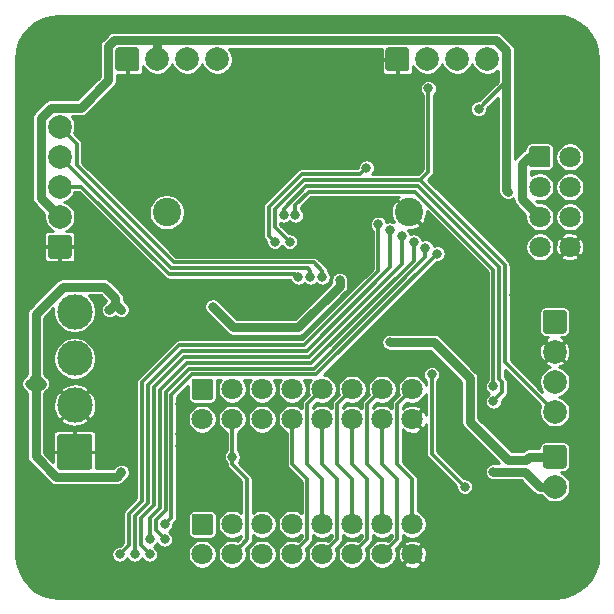
<source format=gbl>
G04 #@! TF.GenerationSoftware,KiCad,Pcbnew,5.1.5+dfsg1-2build2*
G04 #@! TF.CreationDate,2021-05-10T22:18:05+03:00*
G04 #@! TF.ProjectId,HUB75_Clock,48554237-355f-4436-9c6f-636b2e6b6963,rev?*
G04 #@! TF.SameCoordinates,Original*
G04 #@! TF.FileFunction,Copper,L2,Bot*
G04 #@! TF.FilePolarity,Positive*
%FSLAX46Y46*%
G04 Gerber Fmt 4.6, Leading zero omitted, Abs format (unit mm)*
G04 Created by KiCad (PCBNEW 5.1.5+dfsg1-2build2) date 2021-05-10 22:18:05*
%MOMM*%
%LPD*%
G04 APERTURE LIST*
%ADD10C,2.000000*%
%ADD11C,0.100000*%
%ADD12C,3.000000*%
%ADD13C,1.800000*%
%ADD14C,2.400000*%
%ADD15C,1.000000*%
%ADD16O,1.000000X1.000000*%
%ADD17C,6.500000*%
%ADD18C,0.800000*%
%ADD19C,0.800000*%
%ADD20C,0.300000*%
%ADD21C,0.250000*%
G04 APERTURE END LIST*
D10*
X140880000Y-84045000D03*
X138340000Y-84045000D03*
X135800000Y-84045000D03*
G04 #@! TA.AperFunction,ComponentPad*
D11*
G36*
X134034504Y-83046204D02*
G01*
X134058773Y-83049804D01*
X134082571Y-83055765D01*
X134105671Y-83064030D01*
X134127849Y-83074520D01*
X134148893Y-83087133D01*
X134168598Y-83101747D01*
X134186777Y-83118223D01*
X134203253Y-83136402D01*
X134217867Y-83156107D01*
X134230480Y-83177151D01*
X134240970Y-83199329D01*
X134249235Y-83222429D01*
X134255196Y-83246227D01*
X134258796Y-83270496D01*
X134260000Y-83295000D01*
X134260000Y-84795000D01*
X134258796Y-84819504D01*
X134255196Y-84843773D01*
X134249235Y-84867571D01*
X134240970Y-84890671D01*
X134230480Y-84912849D01*
X134217867Y-84933893D01*
X134203253Y-84953598D01*
X134186777Y-84971777D01*
X134168598Y-84988253D01*
X134148893Y-85002867D01*
X134127849Y-85015480D01*
X134105671Y-85025970D01*
X134082571Y-85034235D01*
X134058773Y-85040196D01*
X134034504Y-85043796D01*
X134010000Y-85045000D01*
X132510000Y-85045000D01*
X132485496Y-85043796D01*
X132461227Y-85040196D01*
X132437429Y-85034235D01*
X132414329Y-85025970D01*
X132392151Y-85015480D01*
X132371107Y-85002867D01*
X132351402Y-84988253D01*
X132333223Y-84971777D01*
X132316747Y-84953598D01*
X132302133Y-84933893D01*
X132289520Y-84912849D01*
X132279030Y-84890671D01*
X132270765Y-84867571D01*
X132264804Y-84843773D01*
X132261204Y-84819504D01*
X132260000Y-84795000D01*
X132260000Y-83295000D01*
X132261204Y-83270496D01*
X132264804Y-83246227D01*
X132270765Y-83222429D01*
X132279030Y-83199329D01*
X132289520Y-83177151D01*
X132302133Y-83156107D01*
X132316747Y-83136402D01*
X132333223Y-83118223D01*
X132351402Y-83101747D01*
X132371107Y-83087133D01*
X132392151Y-83074520D01*
X132414329Y-83064030D01*
X132437429Y-83055765D01*
X132461227Y-83049804D01*
X132485496Y-83046204D01*
X132510000Y-83045000D01*
X134010000Y-83045000D01*
X134034504Y-83046204D01*
G37*
G04 #@! TD.AperFunction*
D12*
X128815000Y-105410000D03*
X128815000Y-109370000D03*
X128815000Y-113330000D03*
G04 #@! TA.AperFunction,ComponentPad*
D11*
G36*
X130090406Y-115791199D02*
G01*
X130114577Y-115794784D01*
X130138281Y-115800722D01*
X130161288Y-115808954D01*
X130183378Y-115819402D01*
X130204337Y-115831964D01*
X130223964Y-115846520D01*
X130242070Y-115862930D01*
X130258480Y-115881036D01*
X130273036Y-115900663D01*
X130285598Y-115921622D01*
X130296046Y-115943712D01*
X130304278Y-115966719D01*
X130310216Y-115990423D01*
X130313801Y-116014594D01*
X130315000Y-116039000D01*
X130315000Y-118541000D01*
X130313801Y-118565406D01*
X130310216Y-118589577D01*
X130304278Y-118613281D01*
X130296046Y-118636288D01*
X130285598Y-118658378D01*
X130273036Y-118679337D01*
X130258480Y-118698964D01*
X130242070Y-118717070D01*
X130223964Y-118733480D01*
X130204337Y-118748036D01*
X130183378Y-118760598D01*
X130161288Y-118771046D01*
X130138281Y-118779278D01*
X130114577Y-118785216D01*
X130090406Y-118788801D01*
X130066000Y-118790000D01*
X127564000Y-118790000D01*
X127539594Y-118788801D01*
X127515423Y-118785216D01*
X127491719Y-118779278D01*
X127468712Y-118771046D01*
X127446622Y-118760598D01*
X127425663Y-118748036D01*
X127406036Y-118733480D01*
X127387930Y-118717070D01*
X127371520Y-118698964D01*
X127356964Y-118679337D01*
X127344402Y-118658378D01*
X127333954Y-118636288D01*
X127325722Y-118613281D01*
X127319784Y-118589577D01*
X127316199Y-118565406D01*
X127315000Y-118541000D01*
X127315000Y-116039000D01*
X127316199Y-116014594D01*
X127319784Y-115990423D01*
X127325722Y-115966719D01*
X127333954Y-115943712D01*
X127344402Y-115921622D01*
X127356964Y-115900663D01*
X127371520Y-115881036D01*
X127387930Y-115862930D01*
X127406036Y-115846520D01*
X127425663Y-115831964D01*
X127446622Y-115819402D01*
X127468712Y-115808954D01*
X127491719Y-115800722D01*
X127515423Y-115794784D01*
X127539594Y-115791199D01*
X127564000Y-115790000D01*
X130066000Y-115790000D01*
X130090406Y-115791199D01*
G37*
G04 #@! TD.AperFunction*
D10*
X127545000Y-89760000D03*
X127545000Y-92300000D03*
X127545000Y-94840000D03*
X127545000Y-97380000D03*
G04 #@! TA.AperFunction,ComponentPad*
D11*
G36*
X128319504Y-98921204D02*
G01*
X128343773Y-98924804D01*
X128367571Y-98930765D01*
X128390671Y-98939030D01*
X128412849Y-98949520D01*
X128433893Y-98962133D01*
X128453598Y-98976747D01*
X128471777Y-98993223D01*
X128488253Y-99011402D01*
X128502867Y-99031107D01*
X128515480Y-99052151D01*
X128525970Y-99074329D01*
X128534235Y-99097429D01*
X128540196Y-99121227D01*
X128543796Y-99145496D01*
X128545000Y-99170000D01*
X128545000Y-100670000D01*
X128543796Y-100694504D01*
X128540196Y-100718773D01*
X128534235Y-100742571D01*
X128525970Y-100765671D01*
X128515480Y-100787849D01*
X128502867Y-100808893D01*
X128488253Y-100828598D01*
X128471777Y-100846777D01*
X128453598Y-100863253D01*
X128433893Y-100877867D01*
X128412849Y-100890480D01*
X128390671Y-100900970D01*
X128367571Y-100909235D01*
X128343773Y-100915196D01*
X128319504Y-100918796D01*
X128295000Y-100920000D01*
X126795000Y-100920000D01*
X126770496Y-100918796D01*
X126746227Y-100915196D01*
X126722429Y-100909235D01*
X126699329Y-100900970D01*
X126677151Y-100890480D01*
X126656107Y-100877867D01*
X126636402Y-100863253D01*
X126618223Y-100846777D01*
X126601747Y-100828598D01*
X126587133Y-100808893D01*
X126574520Y-100787849D01*
X126564030Y-100765671D01*
X126555765Y-100742571D01*
X126549804Y-100718773D01*
X126546204Y-100694504D01*
X126545000Y-100670000D01*
X126545000Y-99170000D01*
X126546204Y-99145496D01*
X126549804Y-99121227D01*
X126555765Y-99097429D01*
X126564030Y-99074329D01*
X126574520Y-99052151D01*
X126587133Y-99031107D01*
X126601747Y-99011402D01*
X126618223Y-98993223D01*
X126636402Y-98976747D01*
X126656107Y-98962133D01*
X126677151Y-98949520D01*
X126699329Y-98939030D01*
X126722429Y-98930765D01*
X126746227Y-98924804D01*
X126770496Y-98921204D01*
X126795000Y-98920000D01*
X128295000Y-98920000D01*
X128319504Y-98921204D01*
G37*
G04 #@! TD.AperFunction*
D10*
X163740000Y-84045000D03*
X161200000Y-84045000D03*
X158660000Y-84045000D03*
G04 #@! TA.AperFunction,ComponentPad*
D11*
G36*
X156894504Y-83046204D02*
G01*
X156918773Y-83049804D01*
X156942571Y-83055765D01*
X156965671Y-83064030D01*
X156987849Y-83074520D01*
X157008893Y-83087133D01*
X157028598Y-83101747D01*
X157046777Y-83118223D01*
X157063253Y-83136402D01*
X157077867Y-83156107D01*
X157090480Y-83177151D01*
X157100970Y-83199329D01*
X157109235Y-83222429D01*
X157115196Y-83246227D01*
X157118796Y-83270496D01*
X157120000Y-83295000D01*
X157120000Y-84795000D01*
X157118796Y-84819504D01*
X157115196Y-84843773D01*
X157109235Y-84867571D01*
X157100970Y-84890671D01*
X157090480Y-84912849D01*
X157077867Y-84933893D01*
X157063253Y-84953598D01*
X157046777Y-84971777D01*
X157028598Y-84988253D01*
X157008893Y-85002867D01*
X156987849Y-85015480D01*
X156965671Y-85025970D01*
X156942571Y-85034235D01*
X156918773Y-85040196D01*
X156894504Y-85043796D01*
X156870000Y-85045000D01*
X155370000Y-85045000D01*
X155345496Y-85043796D01*
X155321227Y-85040196D01*
X155297429Y-85034235D01*
X155274329Y-85025970D01*
X155252151Y-85015480D01*
X155231107Y-85002867D01*
X155211402Y-84988253D01*
X155193223Y-84971777D01*
X155176747Y-84953598D01*
X155162133Y-84933893D01*
X155149520Y-84912849D01*
X155139030Y-84890671D01*
X155130765Y-84867571D01*
X155124804Y-84843773D01*
X155121204Y-84819504D01*
X155120000Y-84795000D01*
X155120000Y-83295000D01*
X155121204Y-83270496D01*
X155124804Y-83246227D01*
X155130765Y-83222429D01*
X155139030Y-83199329D01*
X155149520Y-83177151D01*
X155162133Y-83156107D01*
X155176747Y-83136402D01*
X155193223Y-83118223D01*
X155211402Y-83101747D01*
X155231107Y-83087133D01*
X155252151Y-83074520D01*
X155274329Y-83064030D01*
X155297429Y-83055765D01*
X155321227Y-83049804D01*
X155345496Y-83046204D01*
X155370000Y-83045000D01*
X156870000Y-83045000D01*
X156894504Y-83046204D01*
G37*
G04 #@! TD.AperFunction*
D10*
X169455000Y-120240000D03*
G04 #@! TA.AperFunction,ComponentPad*
D11*
G36*
X170204249Y-116701339D02*
G01*
X170231235Y-116705342D01*
X170257699Y-116711971D01*
X170283386Y-116721161D01*
X170308048Y-116732826D01*
X170331449Y-116746851D01*
X170353361Y-116763103D01*
X170373576Y-116781424D01*
X170391897Y-116801639D01*
X170408149Y-116823551D01*
X170422174Y-116846952D01*
X170433839Y-116871614D01*
X170443029Y-116897301D01*
X170449658Y-116923765D01*
X170453661Y-116950751D01*
X170455000Y-116978000D01*
X170455000Y-118422000D01*
X170453661Y-118449249D01*
X170449658Y-118476235D01*
X170443029Y-118502699D01*
X170433839Y-118528386D01*
X170422174Y-118553048D01*
X170408149Y-118576449D01*
X170391897Y-118598361D01*
X170373576Y-118618576D01*
X170353361Y-118636897D01*
X170331449Y-118653149D01*
X170308048Y-118667174D01*
X170283386Y-118678839D01*
X170257699Y-118688029D01*
X170231235Y-118694658D01*
X170204249Y-118698661D01*
X170177000Y-118700000D01*
X168733000Y-118700000D01*
X168705751Y-118698661D01*
X168678765Y-118694658D01*
X168652301Y-118688029D01*
X168626614Y-118678839D01*
X168601952Y-118667174D01*
X168578551Y-118653149D01*
X168556639Y-118636897D01*
X168536424Y-118618576D01*
X168518103Y-118598361D01*
X168501851Y-118576449D01*
X168487826Y-118553048D01*
X168476161Y-118528386D01*
X168466971Y-118502699D01*
X168460342Y-118476235D01*
X168456339Y-118449249D01*
X168455000Y-118422000D01*
X168455000Y-116978000D01*
X168456339Y-116950751D01*
X168460342Y-116923765D01*
X168466971Y-116897301D01*
X168476161Y-116871614D01*
X168487826Y-116846952D01*
X168501851Y-116823551D01*
X168518103Y-116801639D01*
X168536424Y-116781424D01*
X168556639Y-116763103D01*
X168578551Y-116746851D01*
X168601952Y-116732826D01*
X168626614Y-116721161D01*
X168652301Y-116711971D01*
X168678765Y-116705342D01*
X168705751Y-116701339D01*
X168733000Y-116700000D01*
X170177000Y-116700000D01*
X170204249Y-116701339D01*
G37*
G04 #@! TD.AperFunction*
D13*
X157390000Y-125955000D03*
X154850000Y-125955000D03*
X152310000Y-125955000D03*
X149770000Y-125955000D03*
X147230000Y-125955000D03*
X144690000Y-125955000D03*
X142150000Y-125955000D03*
X139610000Y-125955000D03*
X157390000Y-123415000D03*
X154850000Y-123415000D03*
X152310000Y-123415000D03*
X149770000Y-123415000D03*
X147230000Y-123415000D03*
X144690000Y-123415000D03*
X142150000Y-123415000D03*
G04 #@! TA.AperFunction,ComponentPad*
D11*
G36*
X140284324Y-122516205D02*
G01*
X140308612Y-122519808D01*
X140332429Y-122525774D01*
X140355547Y-122534045D01*
X140377743Y-122544543D01*
X140398804Y-122557166D01*
X140418525Y-122571793D01*
X140436718Y-122588282D01*
X140453207Y-122606475D01*
X140467834Y-122626196D01*
X140480457Y-122647257D01*
X140490955Y-122669453D01*
X140499226Y-122692571D01*
X140505192Y-122716388D01*
X140508795Y-122740676D01*
X140510000Y-122765200D01*
X140510000Y-124064800D01*
X140508795Y-124089324D01*
X140505192Y-124113612D01*
X140499226Y-124137429D01*
X140490955Y-124160547D01*
X140480457Y-124182743D01*
X140467834Y-124203804D01*
X140453207Y-124223525D01*
X140436718Y-124241718D01*
X140418525Y-124258207D01*
X140398804Y-124272834D01*
X140377743Y-124285457D01*
X140355547Y-124295955D01*
X140332429Y-124304226D01*
X140308612Y-124310192D01*
X140284324Y-124313795D01*
X140259800Y-124315000D01*
X138960200Y-124315000D01*
X138935676Y-124313795D01*
X138911388Y-124310192D01*
X138887571Y-124304226D01*
X138864453Y-124295955D01*
X138842257Y-124285457D01*
X138821196Y-124272834D01*
X138801475Y-124258207D01*
X138783282Y-124241718D01*
X138766793Y-124223525D01*
X138752166Y-124203804D01*
X138739543Y-124182743D01*
X138729045Y-124160547D01*
X138720774Y-124137429D01*
X138714808Y-124113612D01*
X138711205Y-124089324D01*
X138710000Y-124064800D01*
X138710000Y-122765200D01*
X138711205Y-122740676D01*
X138714808Y-122716388D01*
X138720774Y-122692571D01*
X138729045Y-122669453D01*
X138739543Y-122647257D01*
X138752166Y-122626196D01*
X138766793Y-122606475D01*
X138783282Y-122588282D01*
X138801475Y-122571793D01*
X138821196Y-122557166D01*
X138842257Y-122544543D01*
X138864453Y-122534045D01*
X138887571Y-122525774D01*
X138911388Y-122519808D01*
X138935676Y-122516205D01*
X138960200Y-122515000D01*
X140259800Y-122515000D01*
X140284324Y-122516205D01*
G37*
G04 #@! TD.AperFunction*
D13*
X157390000Y-114525000D03*
X154850000Y-114525000D03*
X152310000Y-114525000D03*
X149770000Y-114525000D03*
X147230000Y-114525000D03*
X144690000Y-114525000D03*
X142150000Y-114525000D03*
X139610000Y-114525000D03*
X157390000Y-111985000D03*
X154850000Y-111985000D03*
X152310000Y-111985000D03*
X149770000Y-111985000D03*
X147230000Y-111985000D03*
X144690000Y-111985000D03*
X142150000Y-111985000D03*
G04 #@! TA.AperFunction,ComponentPad*
D11*
G36*
X140284324Y-111086205D02*
G01*
X140308612Y-111089808D01*
X140332429Y-111095774D01*
X140355547Y-111104045D01*
X140377743Y-111114543D01*
X140398804Y-111127166D01*
X140418525Y-111141793D01*
X140436718Y-111158282D01*
X140453207Y-111176475D01*
X140467834Y-111196196D01*
X140480457Y-111217257D01*
X140490955Y-111239453D01*
X140499226Y-111262571D01*
X140505192Y-111286388D01*
X140508795Y-111310676D01*
X140510000Y-111335200D01*
X140510000Y-112634800D01*
X140508795Y-112659324D01*
X140505192Y-112683612D01*
X140499226Y-112707429D01*
X140490955Y-112730547D01*
X140480457Y-112752743D01*
X140467834Y-112773804D01*
X140453207Y-112793525D01*
X140436718Y-112811718D01*
X140418525Y-112828207D01*
X140398804Y-112842834D01*
X140377743Y-112855457D01*
X140355547Y-112865955D01*
X140332429Y-112874226D01*
X140308612Y-112880192D01*
X140284324Y-112883795D01*
X140259800Y-112885000D01*
X138960200Y-112885000D01*
X138935676Y-112883795D01*
X138911388Y-112880192D01*
X138887571Y-112874226D01*
X138864453Y-112865955D01*
X138842257Y-112855457D01*
X138821196Y-112842834D01*
X138801475Y-112828207D01*
X138783282Y-112811718D01*
X138766793Y-112793525D01*
X138752166Y-112773804D01*
X138739543Y-112752743D01*
X138729045Y-112730547D01*
X138720774Y-112707429D01*
X138714808Y-112683612D01*
X138711205Y-112659324D01*
X138710000Y-112634800D01*
X138710000Y-111335200D01*
X138711205Y-111310676D01*
X138714808Y-111286388D01*
X138720774Y-111262571D01*
X138729045Y-111239453D01*
X138739543Y-111217257D01*
X138752166Y-111196196D01*
X138766793Y-111176475D01*
X138783282Y-111158282D01*
X138801475Y-111141793D01*
X138821196Y-111127166D01*
X138842257Y-111114543D01*
X138864453Y-111104045D01*
X138887571Y-111095774D01*
X138911388Y-111089808D01*
X138935676Y-111086205D01*
X138960200Y-111085000D01*
X140259800Y-111085000D01*
X140284324Y-111086205D01*
G37*
G04 #@! TD.AperFunction*
D13*
X170725000Y-99920000D03*
X170725000Y-94840000D03*
X170725000Y-92300000D03*
X170725000Y-97380000D03*
X168185000Y-99920000D03*
X168185000Y-97380000D03*
G04 #@! TA.AperFunction,ComponentPad*
D11*
G36*
X168859324Y-91401205D02*
G01*
X168883612Y-91404808D01*
X168907429Y-91410774D01*
X168930547Y-91419045D01*
X168952743Y-91429543D01*
X168973804Y-91442166D01*
X168993525Y-91456793D01*
X169011718Y-91473282D01*
X169028207Y-91491475D01*
X169042834Y-91511196D01*
X169055457Y-91532257D01*
X169065955Y-91554453D01*
X169074226Y-91577571D01*
X169080192Y-91601388D01*
X169083795Y-91625676D01*
X169085000Y-91650200D01*
X169085000Y-92949800D01*
X169083795Y-92974324D01*
X169080192Y-92998612D01*
X169074226Y-93022429D01*
X169065955Y-93045547D01*
X169055457Y-93067743D01*
X169042834Y-93088804D01*
X169028207Y-93108525D01*
X169011718Y-93126718D01*
X168993525Y-93143207D01*
X168973804Y-93157834D01*
X168952743Y-93170457D01*
X168930547Y-93180955D01*
X168907429Y-93189226D01*
X168883612Y-93195192D01*
X168859324Y-93198795D01*
X168834800Y-93200000D01*
X167535200Y-93200000D01*
X167510676Y-93198795D01*
X167486388Y-93195192D01*
X167462571Y-93189226D01*
X167439453Y-93180955D01*
X167417257Y-93170457D01*
X167396196Y-93157834D01*
X167376475Y-93143207D01*
X167358282Y-93126718D01*
X167341793Y-93108525D01*
X167327166Y-93088804D01*
X167314543Y-93067743D01*
X167304045Y-93045547D01*
X167295774Y-93022429D01*
X167289808Y-92998612D01*
X167286205Y-92974324D01*
X167285000Y-92949800D01*
X167285000Y-91650200D01*
X167286205Y-91625676D01*
X167289808Y-91601388D01*
X167295774Y-91577571D01*
X167304045Y-91554453D01*
X167314543Y-91532257D01*
X167327166Y-91511196D01*
X167341793Y-91491475D01*
X167358282Y-91473282D01*
X167376475Y-91456793D01*
X167396196Y-91442166D01*
X167417257Y-91429543D01*
X167439453Y-91419045D01*
X167462571Y-91410774D01*
X167486388Y-91404808D01*
X167510676Y-91401205D01*
X167535200Y-91400000D01*
X168834800Y-91400000D01*
X168859324Y-91401205D01*
G37*
G04 #@! TD.AperFunction*
D13*
X168185000Y-94840000D03*
G04 #@! TA.AperFunction,ComponentPad*
D11*
G36*
X170229504Y-105271204D02*
G01*
X170253773Y-105274804D01*
X170277571Y-105280765D01*
X170300671Y-105289030D01*
X170322849Y-105299520D01*
X170343893Y-105312133D01*
X170363598Y-105326747D01*
X170381777Y-105343223D01*
X170398253Y-105361402D01*
X170412867Y-105381107D01*
X170425480Y-105402151D01*
X170435970Y-105424329D01*
X170444235Y-105447429D01*
X170450196Y-105471227D01*
X170453796Y-105495496D01*
X170455000Y-105520000D01*
X170455000Y-107020000D01*
X170453796Y-107044504D01*
X170450196Y-107068773D01*
X170444235Y-107092571D01*
X170435970Y-107115671D01*
X170425480Y-107137849D01*
X170412867Y-107158893D01*
X170398253Y-107178598D01*
X170381777Y-107196777D01*
X170363598Y-107213253D01*
X170343893Y-107227867D01*
X170322849Y-107240480D01*
X170300671Y-107250970D01*
X170277571Y-107259235D01*
X170253773Y-107265196D01*
X170229504Y-107268796D01*
X170205000Y-107270000D01*
X168705000Y-107270000D01*
X168680496Y-107268796D01*
X168656227Y-107265196D01*
X168632429Y-107259235D01*
X168609329Y-107250970D01*
X168587151Y-107240480D01*
X168566107Y-107227867D01*
X168546402Y-107213253D01*
X168528223Y-107196777D01*
X168511747Y-107178598D01*
X168497133Y-107158893D01*
X168484520Y-107137849D01*
X168474030Y-107115671D01*
X168465765Y-107092571D01*
X168459804Y-107068773D01*
X168456204Y-107044504D01*
X168455000Y-107020000D01*
X168455000Y-105520000D01*
X168456204Y-105495496D01*
X168459804Y-105471227D01*
X168465765Y-105447429D01*
X168474030Y-105424329D01*
X168484520Y-105402151D01*
X168497133Y-105381107D01*
X168511747Y-105361402D01*
X168528223Y-105343223D01*
X168546402Y-105326747D01*
X168566107Y-105312133D01*
X168587151Y-105299520D01*
X168609329Y-105289030D01*
X168632429Y-105280765D01*
X168656227Y-105274804D01*
X168680496Y-105271204D01*
X168705000Y-105270000D01*
X170205000Y-105270000D01*
X170229504Y-105271204D01*
G37*
G04 #@! TD.AperFunction*
D10*
X169455000Y-108810000D03*
X169455000Y-111350000D03*
X169455000Y-113890000D03*
D14*
X136600000Y-97000000D03*
X157100000Y-97000000D03*
D15*
X171296051Y-82203949D02*
X171296051Y-82203949D01*
D16*
X172040000Y-84000000D03*
D15*
X171296051Y-85796051D02*
X171296051Y-85796051D01*
D16*
X169500000Y-86540000D03*
D15*
X167703949Y-85796051D02*
X167703949Y-85796051D01*
D16*
X166960000Y-84000000D03*
D15*
X167703949Y-82203949D02*
X167703949Y-82203949D01*
D17*
X169500000Y-84000000D03*
D16*
X169500000Y-81460000D03*
D15*
X171296051Y-124203949D02*
X171296051Y-124203949D01*
D16*
X172040000Y-126000000D03*
D15*
X171296051Y-127796051D02*
X171296051Y-127796051D01*
D16*
X169500000Y-128540000D03*
D15*
X167703949Y-127796051D02*
X167703949Y-127796051D01*
D16*
X166960000Y-126000000D03*
D15*
X167703949Y-124203949D02*
X167703949Y-124203949D01*
D17*
X169500000Y-126000000D03*
D16*
X169500000Y-123460000D03*
D15*
X129296051Y-124203949D02*
X129296051Y-124203949D01*
D16*
X130040000Y-126000000D03*
D15*
X129296051Y-127796051D02*
X129296051Y-127796051D01*
D16*
X127500000Y-128540000D03*
D15*
X125703949Y-127796051D02*
X125703949Y-127796051D01*
D16*
X124960000Y-126000000D03*
D15*
X125703949Y-124203949D02*
X125703949Y-124203949D01*
D17*
X127500000Y-126000000D03*
D16*
X127500000Y-123460000D03*
D15*
X129296051Y-82203949D02*
X129296051Y-82203949D01*
D16*
X130040000Y-84000000D03*
D15*
X129296051Y-85796051D02*
X129296051Y-85796051D01*
D16*
X127500000Y-86540000D03*
D15*
X125703949Y-85796051D02*
X125703949Y-85796051D01*
D16*
X124960000Y-84000000D03*
D15*
X125703949Y-82203949D02*
X125703949Y-82203949D01*
D17*
X127500000Y-84000000D03*
D16*
X127500000Y-81460000D03*
D18*
X137705000Y-127860000D03*
X140500000Y-100500000D03*
X132500000Y-93000000D03*
X156250000Y-105000000D03*
X137750000Y-113250000D03*
X137750000Y-115750036D03*
X133750000Y-113250000D03*
X154250000Y-96750000D03*
X154250000Y-107000030D03*
X137750000Y-116750000D03*
X165750000Y-115750000D03*
X165750000Y-116750000D03*
X161000000Y-108250000D03*
X159750000Y-107000000D03*
X131250000Y-122250000D03*
X131250000Y-121250000D03*
X132750000Y-113250000D03*
X132750000Y-112250000D03*
X133750000Y-100500000D03*
X137750000Y-100500000D03*
X163500000Y-104000000D03*
X159500000Y-98500000D03*
X161000000Y-101500000D03*
X159250000Y-94250000D03*
X161500000Y-96500000D03*
X163750000Y-98750000D03*
X149500000Y-92000000D03*
X157750000Y-93250000D03*
X147000000Y-93500000D03*
X154750000Y-93250000D03*
X163500000Y-102250000D03*
X161000000Y-99750000D03*
X166000000Y-104000000D03*
X166000000Y-101500000D03*
X159250000Y-105000000D03*
X157750000Y-103500000D03*
X130750000Y-100500000D03*
X138250000Y-89750000D03*
X142750000Y-89750000D03*
X138250000Y-98250000D03*
X163000000Y-86000000D03*
X163750000Y-89750000D03*
X162000000Y-92500000D03*
X152500000Y-108750000D03*
X159250000Y-122000000D03*
X141500000Y-120250000D03*
X131750000Y-105250000D03*
X132750000Y-105250000D03*
X132750000Y-119000004D03*
X126000000Y-111500000D03*
X125000000Y-111500000D03*
X164250000Y-118975000D03*
X151250000Y-102750000D03*
X147750000Y-106750000D03*
X165500000Y-95250000D03*
X163000000Y-88250000D03*
X140500000Y-105000000D03*
X132625000Y-125955000D03*
X154500000Y-98000000D03*
X147000000Y-99500000D03*
X158750000Y-86500000D03*
X142150000Y-117700000D03*
X145750000Y-99500000D03*
X153500000Y-93250000D03*
X155500000Y-108000000D03*
X146500000Y-97250000D03*
X164250000Y-113000000D03*
X147500000Y-97250000D03*
X164250000Y-111750000D03*
X133895000Y-125955000D03*
X155500000Y-98500000D03*
X135165000Y-125955000D03*
X156500000Y-99000000D03*
X135165000Y-124685000D03*
X157500000Y-99500000D03*
X136435000Y-124685000D03*
X158500000Y-100000000D03*
X136435000Y-123415000D03*
X159500000Y-100500000D03*
X149750000Y-102500000D03*
X148750000Y-102500000D03*
X147750000Y-102500000D03*
X161835000Y-120240000D03*
X159032832Y-110717168D03*
D19*
X156250000Y-105000030D02*
X154250000Y-107000030D01*
X156250000Y-105000000D02*
X156250000Y-105000030D01*
X154250000Y-107000030D02*
X154249970Y-107000030D01*
X131750000Y-105250000D02*
X132250000Y-104750000D01*
X132250000Y-104750000D02*
X132750000Y-105250000D01*
X132250000Y-104750000D02*
X132250000Y-104250000D01*
X125500000Y-105616998D02*
X125500000Y-110500000D01*
X127806999Y-103309999D02*
X125500000Y-105616998D01*
X131309999Y-103309999D02*
X127806999Y-103309999D01*
X132250000Y-104250000D02*
X131309999Y-103309999D01*
X125500000Y-117677684D02*
X127222319Y-119400003D01*
X132350001Y-119400003D02*
X132750000Y-119000004D01*
X125600001Y-111100001D02*
X126000000Y-111500000D01*
X125500000Y-111000000D02*
X125600001Y-111100001D01*
X125500000Y-110500000D02*
X125500000Y-111000000D01*
X125500000Y-111000000D02*
X125399999Y-111100001D01*
X125399999Y-111100001D02*
X125000000Y-111500000D01*
X125000000Y-111500000D02*
X125500000Y-112000000D01*
X125500000Y-112000000D02*
X126000000Y-111500000D01*
X125500000Y-112000000D02*
X125500000Y-117677684D01*
X132350001Y-119400003D02*
X127222319Y-119400003D01*
X166920000Y-118975000D02*
X168185000Y-120240000D01*
X164250000Y-118975000D02*
X166920000Y-118975000D01*
X169455000Y-120240000D02*
X168185000Y-120240000D01*
X151250000Y-102750000D02*
X151250000Y-103250000D01*
X151250000Y-103250000D02*
X147750000Y-106750000D01*
X132157912Y-82444990D02*
X131659990Y-82942912D01*
X131659990Y-82942912D02*
X131659990Y-85840010D01*
X126776999Y-88159999D02*
X125944999Y-88991999D01*
X129340001Y-88159999D02*
X126776999Y-88159999D01*
X131659990Y-85840010D02*
X129340001Y-88159999D01*
X125944999Y-95779999D02*
X125944999Y-88991999D01*
X127545000Y-97380000D02*
X125944999Y-95779999D01*
X132157912Y-82444990D02*
X164507992Y-82444990D01*
X135614203Y-82444990D02*
X132157912Y-82444990D01*
X135800000Y-82630787D02*
X135614203Y-82444990D01*
X135800000Y-84045000D02*
X135800000Y-82630787D01*
X165340001Y-95090001D02*
X165500000Y-95250000D01*
X165340001Y-83276999D02*
X165340001Y-95090001D01*
X164507992Y-82444990D02*
X165340001Y-83276999D01*
D20*
X165340001Y-85909999D02*
X165340001Y-83276999D01*
X163000000Y-88250000D02*
X165340001Y-85909999D01*
D19*
X142250000Y-106750000D02*
X140500000Y-105000000D01*
X147750000Y-106750000D02*
X142250000Y-106750000D01*
D20*
X154500000Y-98000000D02*
X154500000Y-101964400D01*
X154500000Y-101964400D02*
X148229451Y-108234949D01*
X137676025Y-108234949D02*
X134500000Y-111410974D01*
X148229451Y-108234949D02*
X137676025Y-108234949D01*
X134500000Y-121411518D02*
X133394990Y-122516528D01*
X134500000Y-111410974D02*
X134500000Y-121411518D01*
X133394990Y-125185010D02*
X132625000Y-125955000D01*
X133394990Y-122516528D02*
X133394990Y-125185010D01*
X145749999Y-98249999D02*
X145749999Y-96727196D01*
X147000000Y-99500000D02*
X145749999Y-98249999D01*
X169455000Y-113890000D02*
X165250020Y-109685020D01*
X158058222Y-94249980D02*
X148227215Y-94249980D01*
X165250020Y-101441778D02*
X158058222Y-94249980D01*
X148227215Y-94249980D02*
X145749999Y-96727196D01*
X165250020Y-109685020D02*
X165250020Y-101441778D01*
X158750000Y-93558202D02*
X158058222Y-94249980D01*
X158750000Y-86500000D02*
X158750000Y-93558202D01*
D19*
X166684999Y-92900001D02*
X166684999Y-95879999D01*
X167285000Y-92300000D02*
X166684999Y-92900001D01*
X168185000Y-92300000D02*
X167285000Y-92300000D01*
X168185000Y-97380000D02*
X166684999Y-95879999D01*
D20*
X154850000Y-114525000D02*
X154850000Y-118335000D01*
X154850000Y-118335000D02*
X156120000Y-119605000D01*
X156120000Y-119605000D02*
X156120000Y-124685000D01*
X156120000Y-124685000D02*
X154850000Y-125955000D01*
X152310000Y-114525000D02*
X152310000Y-118335000D01*
X152310000Y-118335000D02*
X153580000Y-119605000D01*
X153580000Y-119605000D02*
X153580000Y-124685000D01*
X153580000Y-124685000D02*
X152310000Y-125955000D01*
X149770000Y-114525000D02*
X149770000Y-118335000D01*
X149770000Y-118335000D02*
X151040000Y-119605000D01*
X151040000Y-119605000D02*
X151040000Y-124685000D01*
X151040000Y-124685000D02*
X149770000Y-125955000D01*
X147230000Y-114525000D02*
X147230000Y-118335000D01*
X147230000Y-118335000D02*
X148500000Y-119605000D01*
X148500000Y-119605000D02*
X148500000Y-124685000D01*
X148500000Y-124685000D02*
X147230000Y-125955000D01*
X142150000Y-125955000D02*
X143049999Y-125055001D01*
X143400001Y-124704999D02*
X143400001Y-119585001D01*
X143049999Y-125055001D02*
X143400001Y-124704999D01*
X143400001Y-119585001D02*
X142150000Y-118335000D01*
X142150000Y-117700000D02*
X142150000Y-114525000D01*
X142150000Y-118335000D02*
X142150000Y-117700000D01*
X157390000Y-111985000D02*
X156120000Y-113255000D01*
X156120000Y-113255000D02*
X156120000Y-118335000D01*
X156120000Y-118335000D02*
X157390000Y-119605000D01*
X157390000Y-119605000D02*
X157390000Y-123415000D01*
X154850000Y-119605000D02*
X154850000Y-123415000D01*
X153580000Y-113255000D02*
X153580000Y-118335000D01*
X153580000Y-118335000D02*
X154850000Y-119605000D01*
X153580000Y-113255000D02*
X154850000Y-111985000D01*
X152310000Y-123415000D02*
X152310000Y-119605000D01*
X152310000Y-119605000D02*
X151040000Y-118335000D01*
X151040000Y-118335000D02*
X151040000Y-113255000D01*
X151040000Y-113255000D02*
X152310000Y-111985000D01*
X149770000Y-123415000D02*
X149770000Y-119605000D01*
X149770000Y-119605000D02*
X148500000Y-118335000D01*
X148500000Y-118335000D02*
X148500000Y-113255000D01*
X148500000Y-113255000D02*
X149770000Y-111985000D01*
X145249989Y-98999989D02*
X145249989Y-96520086D01*
X145750000Y-99500000D02*
X145249989Y-98999989D01*
X145249989Y-96520086D02*
X148020105Y-93749970D01*
X153000030Y-93749970D02*
X148020105Y-93749970D01*
X153500000Y-93250000D02*
X153000030Y-93749970D01*
D19*
X162249989Y-111040096D02*
X159209893Y-108000000D01*
X162249989Y-114729991D02*
X162249989Y-111040096D01*
X165494988Y-117974990D02*
X162249989Y-114729991D01*
X169455000Y-117700000D02*
X167274990Y-117700000D01*
X167000000Y-117974990D02*
X165494988Y-117974990D01*
X167274990Y-117700000D02*
X167000000Y-117974990D01*
X155500000Y-108000000D02*
X159250000Y-108000000D01*
X159209893Y-108000000D02*
X159250000Y-108000000D01*
D20*
X165000001Y-112249999D02*
X165000001Y-111389999D01*
X164250000Y-113000000D02*
X165000001Y-112249999D01*
X165000001Y-111389999D02*
X164750010Y-111140008D01*
X146500000Y-96684315D02*
X146500000Y-97250000D01*
X146500000Y-96684314D02*
X146500000Y-96684315D01*
X148434324Y-94749990D02*
X146500000Y-96684314D01*
X157851112Y-94749990D02*
X148434324Y-94749990D01*
X164750010Y-101648888D02*
X157851112Y-94749990D01*
X164750010Y-111140008D02*
X164750010Y-101648888D01*
X147500000Y-97250000D02*
X147500000Y-96391435D01*
X164250000Y-101855998D02*
X157644002Y-95250000D01*
X164250000Y-111750000D02*
X164250000Y-101855998D01*
X148641435Y-95250000D02*
X147500000Y-96391435D01*
X157644002Y-95250000D02*
X148641435Y-95250000D01*
X133895000Y-125389315D02*
X133895000Y-125955000D01*
X133895000Y-122723638D02*
X133895000Y-125389315D01*
X155500000Y-98500000D02*
X155500000Y-101671520D01*
X155500000Y-101671520D02*
X148436561Y-108734959D01*
X137883135Y-108734959D02*
X135000000Y-111618094D01*
X148436561Y-108734959D02*
X137883135Y-108734959D01*
X135000000Y-121618638D02*
X133895000Y-122723638D01*
X135000000Y-111618094D02*
X135000000Y-121618638D01*
X134414999Y-125204999D02*
X134414999Y-122910759D01*
X135165000Y-125955000D02*
X134414999Y-125204999D01*
X156500000Y-99000000D02*
X156500000Y-101378640D01*
X156500000Y-101378640D02*
X148643671Y-109234969D01*
X138090245Y-109234969D02*
X135500000Y-111825214D01*
X148643671Y-109234969D02*
X138090245Y-109234969D01*
X135500000Y-121825758D02*
X134414999Y-122910759D01*
X135500000Y-111825214D02*
X135500000Y-121825758D01*
X135165000Y-122867878D02*
X135165000Y-124685000D01*
X157500000Y-99500000D02*
X157500000Y-101085760D01*
X157500000Y-101085760D02*
X148850781Y-109734979D01*
X138297355Y-109734979D02*
X136000000Y-112032334D01*
X148850781Y-109734979D02*
X138297355Y-109734979D01*
X136000000Y-122032878D02*
X135165000Y-122867878D01*
X136000000Y-112032334D02*
X136000000Y-122032878D01*
X135684999Y-123934999D02*
X135684999Y-123054999D01*
X136435000Y-124685000D02*
X135684999Y-123934999D01*
X158500000Y-100000000D02*
X158500000Y-100792880D01*
X158500000Y-100792880D02*
X149057891Y-110234989D01*
X138504465Y-110234989D02*
X136500000Y-112239454D01*
X149057891Y-110234989D02*
X138504465Y-110234989D01*
X136500000Y-122239998D02*
X135684999Y-123054999D01*
X136500000Y-112239454D02*
X136500000Y-122239998D01*
X159500000Y-100500000D02*
X149265001Y-110734999D01*
X138711575Y-110734999D02*
X137000000Y-112446574D01*
X149265001Y-110734999D02*
X138711575Y-110734999D01*
X137000000Y-122850000D02*
X136435000Y-123415000D01*
X137000000Y-112446574D02*
X137000000Y-122850000D01*
X149750000Y-101934315D02*
X149750000Y-102500000D01*
X149065685Y-101250000D02*
X149750000Y-101934315D01*
X149065685Y-101250000D02*
X137202120Y-101250000D01*
X137202120Y-101250000D02*
X128976060Y-93023940D01*
X128976060Y-91191060D02*
X128976060Y-93023940D01*
X127545000Y-89760000D02*
X128976060Y-91191060D01*
X148750000Y-101934315D02*
X148565685Y-101750000D01*
X148750000Y-102500000D02*
X148750000Y-101934315D01*
X136995000Y-101750000D02*
X148565685Y-101750000D01*
X127545000Y-92300000D02*
X136995000Y-101750000D01*
X147500000Y-102250000D02*
X147750000Y-102500000D01*
X127545000Y-94840000D02*
X129377880Y-94840000D01*
X136787890Y-102250010D02*
X147500000Y-102250010D01*
X129377880Y-94840000D02*
X136787890Y-102250010D01*
X159032832Y-117437832D02*
X161835000Y-120240000D01*
X159032832Y-110717168D02*
X159032832Y-117437832D01*
D21*
G36*
X170208630Y-80421160D02*
G01*
X170890267Y-80626959D01*
X171518951Y-80961236D01*
X172070732Y-81411258D01*
X172524594Y-81959883D01*
X172863254Y-82586219D01*
X173073805Y-83266403D01*
X173149967Y-83991027D01*
X173150000Y-84000640D01*
X173150001Y-125982868D01*
X173078840Y-126708630D01*
X172873041Y-127390269D01*
X172538764Y-128018950D01*
X172088742Y-128570733D01*
X171540117Y-129024595D01*
X170913778Y-129363255D01*
X170233601Y-129573805D01*
X169508974Y-129649967D01*
X169499360Y-129650000D01*
X127517122Y-129650000D01*
X126791370Y-129578840D01*
X126109731Y-129373041D01*
X125481050Y-129038764D01*
X124929267Y-128588742D01*
X124475405Y-128040117D01*
X124136745Y-127413778D01*
X123926195Y-126733601D01*
X123850033Y-126008974D01*
X123850000Y-125999360D01*
X123850000Y-125883594D01*
X131900000Y-125883594D01*
X131900000Y-126026406D01*
X131927861Y-126166475D01*
X131982513Y-126298416D01*
X132061856Y-126417161D01*
X132162839Y-126518144D01*
X132281584Y-126597487D01*
X132413525Y-126652139D01*
X132553594Y-126680000D01*
X132696406Y-126680000D01*
X132836475Y-126652139D01*
X132968416Y-126597487D01*
X133087161Y-126518144D01*
X133188144Y-126417161D01*
X133260000Y-126309621D01*
X133331856Y-126417161D01*
X133432839Y-126518144D01*
X133551584Y-126597487D01*
X133683525Y-126652139D01*
X133823594Y-126680000D01*
X133966406Y-126680000D01*
X134106475Y-126652139D01*
X134238416Y-126597487D01*
X134357161Y-126518144D01*
X134458144Y-126417161D01*
X134530000Y-126309621D01*
X134601856Y-126417161D01*
X134702839Y-126518144D01*
X134821584Y-126597487D01*
X134953525Y-126652139D01*
X135093594Y-126680000D01*
X135236406Y-126680000D01*
X135376475Y-126652139D01*
X135508416Y-126597487D01*
X135627161Y-126518144D01*
X135728144Y-126417161D01*
X135807487Y-126298416D01*
X135862139Y-126166475D01*
X135890000Y-126026406D01*
X135890000Y-125883594D01*
X135880205Y-125834348D01*
X138385000Y-125834348D01*
X138385000Y-126075652D01*
X138432076Y-126312319D01*
X138524419Y-126535255D01*
X138658481Y-126735892D01*
X138829108Y-126906519D01*
X139029745Y-127040581D01*
X139252681Y-127132924D01*
X139489348Y-127180000D01*
X139730652Y-127180000D01*
X139967319Y-127132924D01*
X140190255Y-127040581D01*
X140390892Y-126906519D01*
X140561519Y-126735892D01*
X140695581Y-126535255D01*
X140787924Y-126312319D01*
X140835000Y-126075652D01*
X140835000Y-125834348D01*
X140787924Y-125597681D01*
X140695581Y-125374745D01*
X140561519Y-125174108D01*
X140390892Y-125003481D01*
X140190255Y-124869419D01*
X139967319Y-124777076D01*
X139730652Y-124730000D01*
X139489348Y-124730000D01*
X139252681Y-124777076D01*
X139029745Y-124869419D01*
X138829108Y-125003481D01*
X138658481Y-125174108D01*
X138524419Y-125374745D01*
X138432076Y-125597681D01*
X138385000Y-125834348D01*
X135880205Y-125834348D01*
X135862139Y-125743525D01*
X135807487Y-125611584D01*
X135728144Y-125492839D01*
X135627161Y-125391856D01*
X135519621Y-125320000D01*
X135627161Y-125248144D01*
X135728144Y-125147161D01*
X135800000Y-125039621D01*
X135871856Y-125147161D01*
X135972839Y-125248144D01*
X136091584Y-125327487D01*
X136223525Y-125382139D01*
X136363594Y-125410000D01*
X136506406Y-125410000D01*
X136646475Y-125382139D01*
X136778416Y-125327487D01*
X136897161Y-125248144D01*
X136998144Y-125147161D01*
X137077487Y-125028416D01*
X137132139Y-124896475D01*
X137160000Y-124756406D01*
X137160000Y-124613594D01*
X137132139Y-124473525D01*
X137077487Y-124341584D01*
X136998144Y-124222839D01*
X136897161Y-124121856D01*
X136789621Y-124050000D01*
X136897161Y-123978144D01*
X136998144Y-123877161D01*
X137077487Y-123758416D01*
X137132139Y-123626475D01*
X137160000Y-123486406D01*
X137160000Y-123361751D01*
X137319377Y-123202375D01*
X137337501Y-123187501D01*
X137396859Y-123115173D01*
X137440966Y-123032654D01*
X137468127Y-122943116D01*
X137475000Y-122873332D01*
X137477298Y-122850000D01*
X137475000Y-122826668D01*
X137475000Y-122765200D01*
X138383428Y-122765200D01*
X138383428Y-124064800D01*
X138394511Y-124177323D01*
X138427332Y-124285521D01*
X138480632Y-124385237D01*
X138552361Y-124472639D01*
X138639763Y-124544368D01*
X138739479Y-124597668D01*
X138847677Y-124630489D01*
X138960200Y-124641572D01*
X140259800Y-124641572D01*
X140372323Y-124630489D01*
X140480521Y-124597668D01*
X140580237Y-124544368D01*
X140667639Y-124472639D01*
X140739368Y-124385237D01*
X140792668Y-124285521D01*
X140825489Y-124177323D01*
X140836572Y-124064800D01*
X140836572Y-122765200D01*
X140825489Y-122652677D01*
X140792668Y-122544479D01*
X140739368Y-122444763D01*
X140667639Y-122357361D01*
X140580237Y-122285632D01*
X140480521Y-122232332D01*
X140372323Y-122199511D01*
X140259800Y-122188428D01*
X138960200Y-122188428D01*
X138847677Y-122199511D01*
X138739479Y-122232332D01*
X138639763Y-122285632D01*
X138552361Y-122357361D01*
X138480632Y-122444763D01*
X138427332Y-122544479D01*
X138394511Y-122652677D01*
X138383428Y-122765200D01*
X137475000Y-122765200D01*
X137475000Y-114404348D01*
X138385000Y-114404348D01*
X138385000Y-114645652D01*
X138432076Y-114882319D01*
X138524419Y-115105255D01*
X138658481Y-115305892D01*
X138829108Y-115476519D01*
X139029745Y-115610581D01*
X139252681Y-115702924D01*
X139489348Y-115750000D01*
X139730652Y-115750000D01*
X139967319Y-115702924D01*
X140190255Y-115610581D01*
X140390892Y-115476519D01*
X140561519Y-115305892D01*
X140695581Y-115105255D01*
X140787924Y-114882319D01*
X140835000Y-114645652D01*
X140835000Y-114404348D01*
X140925000Y-114404348D01*
X140925000Y-114645652D01*
X140972076Y-114882319D01*
X141064419Y-115105255D01*
X141198481Y-115305892D01*
X141369108Y-115476519D01*
X141569745Y-115610581D01*
X141675001Y-115654179D01*
X141675000Y-117149695D01*
X141586856Y-117237839D01*
X141507513Y-117356584D01*
X141452861Y-117488525D01*
X141425000Y-117628594D01*
X141425000Y-117771406D01*
X141452861Y-117911475D01*
X141507513Y-118043416D01*
X141586856Y-118162161D01*
X141675000Y-118250305D01*
X141675000Y-118311667D01*
X141672702Y-118335000D01*
X141675000Y-118358331D01*
X141681873Y-118428115D01*
X141709034Y-118517653D01*
X141753141Y-118600173D01*
X141812499Y-118672501D01*
X141830634Y-118687384D01*
X142925002Y-119781753D01*
X142925001Y-122459545D01*
X142730255Y-122329419D01*
X142507319Y-122237076D01*
X142270652Y-122190000D01*
X142029348Y-122190000D01*
X141792681Y-122237076D01*
X141569745Y-122329419D01*
X141369108Y-122463481D01*
X141198481Y-122634108D01*
X141064419Y-122834745D01*
X140972076Y-123057681D01*
X140925000Y-123294348D01*
X140925000Y-123535652D01*
X140972076Y-123772319D01*
X141064419Y-123995255D01*
X141198481Y-124195892D01*
X141369108Y-124366519D01*
X141569745Y-124500581D01*
X141792681Y-124592924D01*
X142029348Y-124640000D01*
X142270652Y-124640000D01*
X142507319Y-124592924D01*
X142730255Y-124500581D01*
X142925001Y-124370455D01*
X142925001Y-124508248D01*
X142730631Y-124702619D01*
X142730621Y-124702627D01*
X142612574Y-124820674D01*
X142507319Y-124777076D01*
X142270652Y-124730000D01*
X142029348Y-124730000D01*
X141792681Y-124777076D01*
X141569745Y-124869419D01*
X141369108Y-125003481D01*
X141198481Y-125174108D01*
X141064419Y-125374745D01*
X140972076Y-125597681D01*
X140925000Y-125834348D01*
X140925000Y-126075652D01*
X140972076Y-126312319D01*
X141064419Y-126535255D01*
X141198481Y-126735892D01*
X141369108Y-126906519D01*
X141569745Y-127040581D01*
X141792681Y-127132924D01*
X142029348Y-127180000D01*
X142270652Y-127180000D01*
X142507319Y-127132924D01*
X142730255Y-127040581D01*
X142930892Y-126906519D01*
X143101519Y-126735892D01*
X143235581Y-126535255D01*
X143327924Y-126312319D01*
X143375000Y-126075652D01*
X143375000Y-125834348D01*
X143465000Y-125834348D01*
X143465000Y-126075652D01*
X143512076Y-126312319D01*
X143604419Y-126535255D01*
X143738481Y-126735892D01*
X143909108Y-126906519D01*
X144109745Y-127040581D01*
X144332681Y-127132924D01*
X144569348Y-127180000D01*
X144810652Y-127180000D01*
X145047319Y-127132924D01*
X145270255Y-127040581D01*
X145470892Y-126906519D01*
X145641519Y-126735892D01*
X145775581Y-126535255D01*
X145867924Y-126312319D01*
X145915000Y-126075652D01*
X145915000Y-125834348D01*
X145867924Y-125597681D01*
X145775581Y-125374745D01*
X145641519Y-125174108D01*
X145470892Y-125003481D01*
X145270255Y-124869419D01*
X145047319Y-124777076D01*
X144810652Y-124730000D01*
X144569348Y-124730000D01*
X144332681Y-124777076D01*
X144109745Y-124869419D01*
X143909108Y-125003481D01*
X143738481Y-125174108D01*
X143604419Y-125374745D01*
X143512076Y-125597681D01*
X143465000Y-125834348D01*
X143375000Y-125834348D01*
X143327924Y-125597681D01*
X143284326Y-125492426D01*
X143402373Y-125374379D01*
X143402381Y-125374369D01*
X143719377Y-125057375D01*
X143737502Y-125042500D01*
X143796860Y-124970172D01*
X143840967Y-124887653D01*
X143868128Y-124798115D01*
X143875001Y-124728331D01*
X143875001Y-124728330D01*
X143877299Y-124704999D01*
X143875001Y-124681667D01*
X143875001Y-124332412D01*
X143909108Y-124366519D01*
X144109745Y-124500581D01*
X144332681Y-124592924D01*
X144569348Y-124640000D01*
X144810652Y-124640000D01*
X145047319Y-124592924D01*
X145270255Y-124500581D01*
X145470892Y-124366519D01*
X145641519Y-124195892D01*
X145775581Y-123995255D01*
X145867924Y-123772319D01*
X145915000Y-123535652D01*
X145915000Y-123294348D01*
X145867924Y-123057681D01*
X145775581Y-122834745D01*
X145641519Y-122634108D01*
X145470892Y-122463481D01*
X145270255Y-122329419D01*
X145047319Y-122237076D01*
X144810652Y-122190000D01*
X144569348Y-122190000D01*
X144332681Y-122237076D01*
X144109745Y-122329419D01*
X143909108Y-122463481D01*
X143875001Y-122497588D01*
X143875001Y-119608332D01*
X143877299Y-119585000D01*
X143868128Y-119491884D01*
X143859113Y-119462165D01*
X143840967Y-119402347D01*
X143796860Y-119319828D01*
X143737502Y-119247500D01*
X143719372Y-119232621D01*
X142681028Y-118194277D01*
X142713144Y-118162161D01*
X142792487Y-118043416D01*
X142847139Y-117911475D01*
X142875000Y-117771406D01*
X142875000Y-117628594D01*
X142847139Y-117488525D01*
X142792487Y-117356584D01*
X142713144Y-117237839D01*
X142625000Y-117149695D01*
X142625000Y-115654179D01*
X142730255Y-115610581D01*
X142930892Y-115476519D01*
X143101519Y-115305892D01*
X143235581Y-115105255D01*
X143327924Y-114882319D01*
X143375000Y-114645652D01*
X143375000Y-114404348D01*
X143465000Y-114404348D01*
X143465000Y-114645652D01*
X143512076Y-114882319D01*
X143604419Y-115105255D01*
X143738481Y-115305892D01*
X143909108Y-115476519D01*
X144109745Y-115610581D01*
X144332681Y-115702924D01*
X144569348Y-115750000D01*
X144810652Y-115750000D01*
X145047319Y-115702924D01*
X145270255Y-115610581D01*
X145470892Y-115476519D01*
X145641519Y-115305892D01*
X145775581Y-115105255D01*
X145867924Y-114882319D01*
X145915000Y-114645652D01*
X145915000Y-114404348D01*
X145867924Y-114167681D01*
X145775581Y-113944745D01*
X145641519Y-113744108D01*
X145470892Y-113573481D01*
X145270255Y-113439419D01*
X145047319Y-113347076D01*
X144810652Y-113300000D01*
X144569348Y-113300000D01*
X144332681Y-113347076D01*
X144109745Y-113439419D01*
X143909108Y-113573481D01*
X143738481Y-113744108D01*
X143604419Y-113944745D01*
X143512076Y-114167681D01*
X143465000Y-114404348D01*
X143375000Y-114404348D01*
X143327924Y-114167681D01*
X143235581Y-113944745D01*
X143101519Y-113744108D01*
X142930892Y-113573481D01*
X142730255Y-113439419D01*
X142507319Y-113347076D01*
X142270652Y-113300000D01*
X142029348Y-113300000D01*
X141792681Y-113347076D01*
X141569745Y-113439419D01*
X141369108Y-113573481D01*
X141198481Y-113744108D01*
X141064419Y-113944745D01*
X140972076Y-114167681D01*
X140925000Y-114404348D01*
X140835000Y-114404348D01*
X140787924Y-114167681D01*
X140695581Y-113944745D01*
X140561519Y-113744108D01*
X140390892Y-113573481D01*
X140190255Y-113439419D01*
X139967319Y-113347076D01*
X139730652Y-113300000D01*
X139489348Y-113300000D01*
X139252681Y-113347076D01*
X139029745Y-113439419D01*
X138829108Y-113573481D01*
X138658481Y-113744108D01*
X138524419Y-113944745D01*
X138432076Y-114167681D01*
X138385000Y-114404348D01*
X137475000Y-114404348D01*
X137475000Y-112643324D01*
X138383428Y-111734897D01*
X138383428Y-112634800D01*
X138394511Y-112747323D01*
X138427332Y-112855521D01*
X138480632Y-112955237D01*
X138552361Y-113042639D01*
X138639763Y-113114368D01*
X138739479Y-113167668D01*
X138847677Y-113200489D01*
X138960200Y-113211572D01*
X140259800Y-113211572D01*
X140372323Y-113200489D01*
X140480521Y-113167668D01*
X140580237Y-113114368D01*
X140667639Y-113042639D01*
X140739368Y-112955237D01*
X140792668Y-112855521D01*
X140825489Y-112747323D01*
X140836572Y-112634800D01*
X140836572Y-111335200D01*
X140825489Y-111222677D01*
X140821643Y-111209999D01*
X141194545Y-111209999D01*
X141064419Y-111404745D01*
X140972076Y-111627681D01*
X140925000Y-111864348D01*
X140925000Y-112105652D01*
X140972076Y-112342319D01*
X141064419Y-112565255D01*
X141198481Y-112765892D01*
X141369108Y-112936519D01*
X141569745Y-113070581D01*
X141792681Y-113162924D01*
X142029348Y-113210000D01*
X142270652Y-113210000D01*
X142507319Y-113162924D01*
X142730255Y-113070581D01*
X142930892Y-112936519D01*
X143101519Y-112765892D01*
X143235581Y-112565255D01*
X143327924Y-112342319D01*
X143375000Y-112105652D01*
X143375000Y-111864348D01*
X143327924Y-111627681D01*
X143235581Y-111404745D01*
X143105455Y-111209999D01*
X143734545Y-111209999D01*
X143604419Y-111404745D01*
X143512076Y-111627681D01*
X143465000Y-111864348D01*
X143465000Y-112105652D01*
X143512076Y-112342319D01*
X143604419Y-112565255D01*
X143738481Y-112765892D01*
X143909108Y-112936519D01*
X144109745Y-113070581D01*
X144332681Y-113162924D01*
X144569348Y-113210000D01*
X144810652Y-113210000D01*
X145047319Y-113162924D01*
X145270255Y-113070581D01*
X145470892Y-112936519D01*
X145641519Y-112765892D01*
X145775581Y-112565255D01*
X145867924Y-112342319D01*
X145915000Y-112105652D01*
X145915000Y-111864348D01*
X145867924Y-111627681D01*
X145775581Y-111404745D01*
X145645455Y-111209999D01*
X146274545Y-111209999D01*
X146144419Y-111404745D01*
X146052076Y-111627681D01*
X146005000Y-111864348D01*
X146005000Y-112105652D01*
X146052076Y-112342319D01*
X146144419Y-112565255D01*
X146278481Y-112765892D01*
X146449108Y-112936519D01*
X146649745Y-113070581D01*
X146872681Y-113162924D01*
X147109348Y-113210000D01*
X147350652Y-113210000D01*
X147587319Y-113162924D01*
X147810255Y-113070581D01*
X148010892Y-112936519D01*
X148181519Y-112765892D01*
X148315581Y-112565255D01*
X148407924Y-112342319D01*
X148455000Y-112105652D01*
X148455000Y-111864348D01*
X148407924Y-111627681D01*
X148315581Y-111404745D01*
X148185455Y-111209999D01*
X148814545Y-111209999D01*
X148684419Y-111404745D01*
X148592076Y-111627681D01*
X148545000Y-111864348D01*
X148545000Y-112105652D01*
X148592076Y-112342319D01*
X148635674Y-112447575D01*
X148180629Y-112902621D01*
X148162500Y-112917499D01*
X148103142Y-112989827D01*
X148074914Y-113042639D01*
X148059035Y-113072346D01*
X148031873Y-113161884D01*
X148022702Y-113255000D01*
X148025001Y-113278342D01*
X148025001Y-113587590D01*
X148010892Y-113573481D01*
X147810255Y-113439419D01*
X147587319Y-113347076D01*
X147350652Y-113300000D01*
X147109348Y-113300000D01*
X146872681Y-113347076D01*
X146649745Y-113439419D01*
X146449108Y-113573481D01*
X146278481Y-113744108D01*
X146144419Y-113944745D01*
X146052076Y-114167681D01*
X146005000Y-114404348D01*
X146005000Y-114645652D01*
X146052076Y-114882319D01*
X146144419Y-115105255D01*
X146278481Y-115305892D01*
X146449108Y-115476519D01*
X146649745Y-115610581D01*
X146755000Y-115654179D01*
X146755001Y-118311658D01*
X146752702Y-118335000D01*
X146761873Y-118428116D01*
X146780683Y-118490122D01*
X146789035Y-118517654D01*
X146833142Y-118600173D01*
X146892500Y-118672501D01*
X146910629Y-118687379D01*
X148025000Y-119801751D01*
X148025001Y-122477590D01*
X148010892Y-122463481D01*
X147810255Y-122329419D01*
X147587319Y-122237076D01*
X147350652Y-122190000D01*
X147109348Y-122190000D01*
X146872681Y-122237076D01*
X146649745Y-122329419D01*
X146449108Y-122463481D01*
X146278481Y-122634108D01*
X146144419Y-122834745D01*
X146052076Y-123057681D01*
X146005000Y-123294348D01*
X146005000Y-123535652D01*
X146052076Y-123772319D01*
X146144419Y-123995255D01*
X146278481Y-124195892D01*
X146449108Y-124366519D01*
X146649745Y-124500581D01*
X146872681Y-124592924D01*
X147109348Y-124640000D01*
X147350652Y-124640000D01*
X147587319Y-124592924D01*
X147810255Y-124500581D01*
X148010892Y-124366519D01*
X148025001Y-124352410D01*
X148025001Y-124488248D01*
X147692575Y-124820674D01*
X147587319Y-124777076D01*
X147350652Y-124730000D01*
X147109348Y-124730000D01*
X146872681Y-124777076D01*
X146649745Y-124869419D01*
X146449108Y-125003481D01*
X146278481Y-125174108D01*
X146144419Y-125374745D01*
X146052076Y-125597681D01*
X146005000Y-125834348D01*
X146005000Y-126075652D01*
X146052076Y-126312319D01*
X146144419Y-126535255D01*
X146278481Y-126735892D01*
X146449108Y-126906519D01*
X146649745Y-127040581D01*
X146872681Y-127132924D01*
X147109348Y-127180000D01*
X147350652Y-127180000D01*
X147587319Y-127132924D01*
X147810255Y-127040581D01*
X148010892Y-126906519D01*
X148181519Y-126735892D01*
X148315581Y-126535255D01*
X148407924Y-126312319D01*
X148455000Y-126075652D01*
X148455000Y-125834348D01*
X148407924Y-125597681D01*
X148364326Y-125492425D01*
X148819371Y-125037380D01*
X148837501Y-125022501D01*
X148896859Y-124950173D01*
X148940966Y-124867654D01*
X148968127Y-124778116D01*
X148977298Y-124685001D01*
X148975000Y-124661669D01*
X148975000Y-124352411D01*
X148989108Y-124366519D01*
X149189745Y-124500581D01*
X149412681Y-124592924D01*
X149649348Y-124640000D01*
X149890652Y-124640000D01*
X150127319Y-124592924D01*
X150350255Y-124500581D01*
X150550892Y-124366519D01*
X150565001Y-124352410D01*
X150565001Y-124488248D01*
X150232575Y-124820674D01*
X150127319Y-124777076D01*
X149890652Y-124730000D01*
X149649348Y-124730000D01*
X149412681Y-124777076D01*
X149189745Y-124869419D01*
X148989108Y-125003481D01*
X148818481Y-125174108D01*
X148684419Y-125374745D01*
X148592076Y-125597681D01*
X148545000Y-125834348D01*
X148545000Y-126075652D01*
X148592076Y-126312319D01*
X148684419Y-126535255D01*
X148818481Y-126735892D01*
X148989108Y-126906519D01*
X149189745Y-127040581D01*
X149412681Y-127132924D01*
X149649348Y-127180000D01*
X149890652Y-127180000D01*
X150127319Y-127132924D01*
X150350255Y-127040581D01*
X150550892Y-126906519D01*
X150721519Y-126735892D01*
X150855581Y-126535255D01*
X150947924Y-126312319D01*
X150995000Y-126075652D01*
X150995000Y-125834348D01*
X150947924Y-125597681D01*
X150904326Y-125492425D01*
X151359371Y-125037380D01*
X151377501Y-125022501D01*
X151436859Y-124950173D01*
X151480966Y-124867654D01*
X151508127Y-124778116D01*
X151517298Y-124685001D01*
X151515000Y-124661669D01*
X151515000Y-124352411D01*
X151529108Y-124366519D01*
X151729745Y-124500581D01*
X151952681Y-124592924D01*
X152189348Y-124640000D01*
X152430652Y-124640000D01*
X152667319Y-124592924D01*
X152890255Y-124500581D01*
X153090892Y-124366519D01*
X153105001Y-124352410D01*
X153105001Y-124488248D01*
X152772575Y-124820674D01*
X152667319Y-124777076D01*
X152430652Y-124730000D01*
X152189348Y-124730000D01*
X151952681Y-124777076D01*
X151729745Y-124869419D01*
X151529108Y-125003481D01*
X151358481Y-125174108D01*
X151224419Y-125374745D01*
X151132076Y-125597681D01*
X151085000Y-125834348D01*
X151085000Y-126075652D01*
X151132076Y-126312319D01*
X151224419Y-126535255D01*
X151358481Y-126735892D01*
X151529108Y-126906519D01*
X151729745Y-127040581D01*
X151952681Y-127132924D01*
X152189348Y-127180000D01*
X152430652Y-127180000D01*
X152667319Y-127132924D01*
X152890255Y-127040581D01*
X153090892Y-126906519D01*
X153261519Y-126735892D01*
X153395581Y-126535255D01*
X153487924Y-126312319D01*
X153535000Y-126075652D01*
X153535000Y-125834348D01*
X153487924Y-125597681D01*
X153444326Y-125492425D01*
X153899371Y-125037380D01*
X153917501Y-125022501D01*
X153976859Y-124950173D01*
X154020966Y-124867654D01*
X154048127Y-124778116D01*
X154057298Y-124685001D01*
X154055000Y-124661669D01*
X154055000Y-124352411D01*
X154069108Y-124366519D01*
X154269745Y-124500581D01*
X154492681Y-124592924D01*
X154729348Y-124640000D01*
X154970652Y-124640000D01*
X155207319Y-124592924D01*
X155430255Y-124500581D01*
X155630892Y-124366519D01*
X155645001Y-124352410D01*
X155645001Y-124488248D01*
X155312575Y-124820674D01*
X155207319Y-124777076D01*
X154970652Y-124730000D01*
X154729348Y-124730000D01*
X154492681Y-124777076D01*
X154269745Y-124869419D01*
X154069108Y-125003481D01*
X153898481Y-125174108D01*
X153764419Y-125374745D01*
X153672076Y-125597681D01*
X153625000Y-125834348D01*
X153625000Y-126075652D01*
X153672076Y-126312319D01*
X153764419Y-126535255D01*
X153898481Y-126735892D01*
X154069108Y-126906519D01*
X154269745Y-127040581D01*
X154492681Y-127132924D01*
X154729348Y-127180000D01*
X154970652Y-127180000D01*
X155207319Y-127132924D01*
X155430255Y-127040581D01*
X155630892Y-126906519D01*
X155751981Y-126785430D01*
X156594926Y-126785430D01*
X156686854Y-126965330D01*
X156897470Y-127083094D01*
X157127014Y-127157506D01*
X157366665Y-127185706D01*
X157607212Y-127166610D01*
X157839412Y-127100954D01*
X158054341Y-126991259D01*
X158093146Y-126965330D01*
X158185074Y-126785430D01*
X157390000Y-125990355D01*
X156594926Y-126785430D01*
X155751981Y-126785430D01*
X155801519Y-126735892D01*
X155935581Y-126535255D01*
X156027924Y-126312319D01*
X156075000Y-126075652D01*
X156075000Y-125931665D01*
X156159294Y-125931665D01*
X156178390Y-126172212D01*
X156244046Y-126404412D01*
X156353741Y-126619341D01*
X156379670Y-126658146D01*
X156559570Y-126750074D01*
X157354645Y-125955000D01*
X157425355Y-125955000D01*
X158220430Y-126750074D01*
X158400330Y-126658146D01*
X158518094Y-126447530D01*
X158592506Y-126217986D01*
X158620706Y-125978335D01*
X158601610Y-125737788D01*
X158535954Y-125505588D01*
X158426259Y-125290659D01*
X158400330Y-125251854D01*
X158220430Y-125159926D01*
X157425355Y-125955000D01*
X157354645Y-125955000D01*
X156559570Y-125159926D01*
X156379670Y-125251854D01*
X156261906Y-125462470D01*
X156187494Y-125692014D01*
X156159294Y-125931665D01*
X156075000Y-125931665D01*
X156075000Y-125834348D01*
X156027924Y-125597681D01*
X155984326Y-125492425D01*
X156352181Y-125124570D01*
X156594926Y-125124570D01*
X157390000Y-125919645D01*
X158185074Y-125124570D01*
X158093146Y-124944670D01*
X157882530Y-124826906D01*
X157652986Y-124752494D01*
X157413335Y-124724294D01*
X157172788Y-124743390D01*
X156940588Y-124809046D01*
X156725659Y-124918741D01*
X156686854Y-124944670D01*
X156594926Y-125124570D01*
X156352181Y-125124570D01*
X156439371Y-125037380D01*
X156457501Y-125022501D01*
X156516859Y-124950173D01*
X156560966Y-124867654D01*
X156588127Y-124778116D01*
X156597298Y-124685001D01*
X156595000Y-124661669D01*
X156595000Y-124352411D01*
X156609108Y-124366519D01*
X156809745Y-124500581D01*
X157032681Y-124592924D01*
X157269348Y-124640000D01*
X157510652Y-124640000D01*
X157747319Y-124592924D01*
X157970255Y-124500581D01*
X158170892Y-124366519D01*
X158341519Y-124195892D01*
X158475581Y-123995255D01*
X158567924Y-123772319D01*
X158615000Y-123535652D01*
X158615000Y-123294348D01*
X158567924Y-123057681D01*
X158475581Y-122834745D01*
X158341519Y-122634108D01*
X158170892Y-122463481D01*
X157970255Y-122329419D01*
X157865000Y-122285821D01*
X157865000Y-119628331D01*
X157867298Y-119604999D01*
X157858127Y-119511883D01*
X157849888Y-119484722D01*
X157830966Y-119422346D01*
X157786859Y-119339827D01*
X157727501Y-119267499D01*
X157709371Y-119252620D01*
X156595000Y-118138250D01*
X156595000Y-115355575D01*
X156686854Y-115535330D01*
X156897470Y-115653094D01*
X157127014Y-115727506D01*
X157366665Y-115755706D01*
X157607212Y-115736610D01*
X157839412Y-115670954D01*
X158054341Y-115561259D01*
X158093146Y-115535330D01*
X158185074Y-115355430D01*
X157390000Y-114560355D01*
X157375858Y-114574498D01*
X157340502Y-114539142D01*
X157354645Y-114525000D01*
X157340502Y-114510858D01*
X157375858Y-114475502D01*
X157390000Y-114489645D01*
X158185074Y-113694570D01*
X158093146Y-113514670D01*
X157882530Y-113396906D01*
X157652986Y-113322494D01*
X157413335Y-113294294D01*
X157172788Y-113313390D01*
X156940588Y-113379046D01*
X156725659Y-113488741D01*
X156686854Y-113514670D01*
X156595000Y-113694425D01*
X156595000Y-113451750D01*
X156927425Y-113119326D01*
X157032681Y-113162924D01*
X157269348Y-113210000D01*
X157510652Y-113210000D01*
X157747319Y-113162924D01*
X157970255Y-113070581D01*
X158170892Y-112936519D01*
X158341519Y-112765892D01*
X158475581Y-112565255D01*
X158557832Y-112366683D01*
X158557833Y-114152964D01*
X158535954Y-114075588D01*
X158426259Y-113860659D01*
X158400330Y-113821854D01*
X158220430Y-113729926D01*
X157425355Y-114525000D01*
X158220430Y-115320074D01*
X158400330Y-115228146D01*
X158518094Y-115017530D01*
X158557833Y-114894945D01*
X158557833Y-117414490D01*
X158555534Y-117437832D01*
X158564705Y-117530948D01*
X158576629Y-117570254D01*
X158591867Y-117620486D01*
X158635974Y-117703005D01*
X158695332Y-117775333D01*
X158713461Y-117790211D01*
X161110000Y-120186751D01*
X161110000Y-120311406D01*
X161137861Y-120451475D01*
X161192513Y-120583416D01*
X161271856Y-120702161D01*
X161372839Y-120803144D01*
X161491584Y-120882487D01*
X161623525Y-120937139D01*
X161763594Y-120965000D01*
X161906406Y-120965000D01*
X162046475Y-120937139D01*
X162178416Y-120882487D01*
X162297161Y-120803144D01*
X162398144Y-120702161D01*
X162477487Y-120583416D01*
X162532139Y-120451475D01*
X162560000Y-120311406D01*
X162560000Y-120168594D01*
X162532139Y-120028525D01*
X162477487Y-119896584D01*
X162398144Y-119777839D01*
X162297161Y-119676856D01*
X162178416Y-119597513D01*
X162046475Y-119542861D01*
X161906406Y-119515000D01*
X161781751Y-119515000D01*
X159507832Y-117241082D01*
X159507832Y-111267473D01*
X159595976Y-111179329D01*
X159675319Y-111060584D01*
X159729971Y-110928643D01*
X159757832Y-110788574D01*
X159757832Y-110645762D01*
X159729971Y-110505693D01*
X159675319Y-110373752D01*
X159595976Y-110255007D01*
X159494993Y-110154024D01*
X159376248Y-110074681D01*
X159244307Y-110020029D01*
X159104238Y-109992168D01*
X158961426Y-109992168D01*
X158821357Y-110020029D01*
X158689416Y-110074681D01*
X158570671Y-110154024D01*
X158469688Y-110255007D01*
X158390345Y-110373752D01*
X158335693Y-110505693D01*
X158307832Y-110645762D01*
X158307832Y-110788574D01*
X158335693Y-110928643D01*
X158390345Y-111060584D01*
X158469688Y-111179329D01*
X158557832Y-111267473D01*
X158557832Y-111603317D01*
X158475581Y-111404745D01*
X158341519Y-111204108D01*
X158170892Y-111033481D01*
X157970255Y-110899419D01*
X157747319Y-110807076D01*
X157510652Y-110760000D01*
X157269348Y-110760000D01*
X157032681Y-110807076D01*
X156809745Y-110899419D01*
X156609108Y-111033481D01*
X156438481Y-111204108D01*
X156304419Y-111404745D01*
X156212076Y-111627681D01*
X156165000Y-111864348D01*
X156165000Y-112105652D01*
X156212076Y-112342319D01*
X156255674Y-112447575D01*
X155800634Y-112902616D01*
X155782499Y-112917499D01*
X155723141Y-112989827D01*
X155679034Y-113072347D01*
X155672734Y-113093116D01*
X155651873Y-113161884D01*
X155642702Y-113255000D01*
X155645000Y-113278332D01*
X155645000Y-113587589D01*
X155630892Y-113573481D01*
X155430255Y-113439419D01*
X155207319Y-113347076D01*
X154970652Y-113300000D01*
X154729348Y-113300000D01*
X154492681Y-113347076D01*
X154269745Y-113439419D01*
X154069108Y-113573481D01*
X154055000Y-113587589D01*
X154055000Y-113451750D01*
X154387425Y-113119326D01*
X154492681Y-113162924D01*
X154729348Y-113210000D01*
X154970652Y-113210000D01*
X155207319Y-113162924D01*
X155430255Y-113070581D01*
X155630892Y-112936519D01*
X155801519Y-112765892D01*
X155935581Y-112565255D01*
X156027924Y-112342319D01*
X156075000Y-112105652D01*
X156075000Y-111864348D01*
X156027924Y-111627681D01*
X155935581Y-111404745D01*
X155801519Y-111204108D01*
X155630892Y-111033481D01*
X155430255Y-110899419D01*
X155207319Y-110807076D01*
X154970652Y-110760000D01*
X154729348Y-110760000D01*
X154492681Y-110807076D01*
X154269745Y-110899419D01*
X154069108Y-111033481D01*
X153898481Y-111204108D01*
X153764419Y-111404745D01*
X153672076Y-111627681D01*
X153625000Y-111864348D01*
X153625000Y-112105652D01*
X153672076Y-112342319D01*
X153715674Y-112447575D01*
X153260634Y-112902616D01*
X153242499Y-112917499D01*
X153183141Y-112989827D01*
X153139034Y-113072347D01*
X153132734Y-113093116D01*
X153111873Y-113161884D01*
X153102702Y-113255000D01*
X153105000Y-113278332D01*
X153105000Y-113587589D01*
X153090892Y-113573481D01*
X152890255Y-113439419D01*
X152667319Y-113347076D01*
X152430652Y-113300000D01*
X152189348Y-113300000D01*
X151952681Y-113347076D01*
X151729745Y-113439419D01*
X151529108Y-113573481D01*
X151515000Y-113587589D01*
X151515000Y-113451750D01*
X151847425Y-113119326D01*
X151952681Y-113162924D01*
X152189348Y-113210000D01*
X152430652Y-113210000D01*
X152667319Y-113162924D01*
X152890255Y-113070581D01*
X153090892Y-112936519D01*
X153261519Y-112765892D01*
X153395581Y-112565255D01*
X153487924Y-112342319D01*
X153535000Y-112105652D01*
X153535000Y-111864348D01*
X153487924Y-111627681D01*
X153395581Y-111404745D01*
X153261519Y-111204108D01*
X153090892Y-111033481D01*
X152890255Y-110899419D01*
X152667319Y-110807076D01*
X152430652Y-110760000D01*
X152189348Y-110760000D01*
X151952681Y-110807076D01*
X151729745Y-110899419D01*
X151529108Y-111033481D01*
X151358481Y-111204108D01*
X151224419Y-111404745D01*
X151132076Y-111627681D01*
X151085000Y-111864348D01*
X151085000Y-112105652D01*
X151132076Y-112342319D01*
X151175674Y-112447575D01*
X150720629Y-112902621D01*
X150702500Y-112917499D01*
X150643142Y-112989827D01*
X150614914Y-113042639D01*
X150599035Y-113072346D01*
X150571873Y-113161884D01*
X150562702Y-113255000D01*
X150565001Y-113278342D01*
X150565001Y-113587590D01*
X150550892Y-113573481D01*
X150350255Y-113439419D01*
X150127319Y-113347076D01*
X149890652Y-113300000D01*
X149649348Y-113300000D01*
X149412681Y-113347076D01*
X149189745Y-113439419D01*
X148989108Y-113573481D01*
X148975000Y-113587589D01*
X148975000Y-113451750D01*
X149307425Y-113119326D01*
X149412681Y-113162924D01*
X149649348Y-113210000D01*
X149890652Y-113210000D01*
X150127319Y-113162924D01*
X150350255Y-113070581D01*
X150550892Y-112936519D01*
X150721519Y-112765892D01*
X150855581Y-112565255D01*
X150947924Y-112342319D01*
X150995000Y-112105652D01*
X150995000Y-111864348D01*
X150947924Y-111627681D01*
X150855581Y-111404745D01*
X150721519Y-111204108D01*
X150550892Y-111033481D01*
X150350255Y-110899419D01*
X150127319Y-110807076D01*
X149908250Y-110763500D01*
X152671750Y-108000000D01*
X154771493Y-108000000D01*
X154775000Y-108035607D01*
X154775000Y-108071406D01*
X154781984Y-108106517D01*
X154785491Y-108142125D01*
X154795877Y-108176363D01*
X154802861Y-108211475D01*
X154816561Y-108244549D01*
X154826947Y-108278788D01*
X154843813Y-108310342D01*
X154857513Y-108343416D01*
X154877403Y-108373184D01*
X154894269Y-108404737D01*
X154916965Y-108432392D01*
X154936856Y-108462161D01*
X154962172Y-108487477D01*
X154984868Y-108515132D01*
X155012523Y-108537828D01*
X155037839Y-108563144D01*
X155067608Y-108583035D01*
X155095263Y-108605731D01*
X155126816Y-108622597D01*
X155156584Y-108642487D01*
X155189658Y-108656187D01*
X155221212Y-108673053D01*
X155255451Y-108683439D01*
X155288525Y-108697139D01*
X155323637Y-108704123D01*
X155357875Y-108714509D01*
X155393482Y-108718016D01*
X155428594Y-108725000D01*
X158909589Y-108725000D01*
X161524990Y-111340402D01*
X161524989Y-114694394D01*
X161521483Y-114729991D01*
X161524989Y-114765588D01*
X161524989Y-114765597D01*
X161535480Y-114872115D01*
X161576000Y-115005692D01*
X161576936Y-115008778D01*
X161644258Y-115134727D01*
X161689079Y-115189341D01*
X161734857Y-115245122D01*
X161762513Y-115267819D01*
X164744693Y-118250000D01*
X164178594Y-118250000D01*
X164143482Y-118256984D01*
X164107875Y-118260491D01*
X164073637Y-118270877D01*
X164038525Y-118277861D01*
X164005451Y-118291561D01*
X163971212Y-118301947D01*
X163939658Y-118318813D01*
X163906584Y-118332513D01*
X163876816Y-118352403D01*
X163845263Y-118369269D01*
X163817608Y-118391965D01*
X163787839Y-118411856D01*
X163762523Y-118437172D01*
X163734868Y-118459868D01*
X163712172Y-118487523D01*
X163686856Y-118512839D01*
X163666965Y-118542608D01*
X163644269Y-118570263D01*
X163627403Y-118601816D01*
X163607513Y-118631584D01*
X163593813Y-118664658D01*
X163576947Y-118696212D01*
X163566561Y-118730451D01*
X163552861Y-118763525D01*
X163545877Y-118798637D01*
X163535491Y-118832875D01*
X163531984Y-118868483D01*
X163525000Y-118903594D01*
X163525000Y-118939393D01*
X163521493Y-118975000D01*
X163525000Y-119010607D01*
X163525000Y-119046406D01*
X163531984Y-119081517D01*
X163535491Y-119117125D01*
X163545877Y-119151363D01*
X163552861Y-119186475D01*
X163566561Y-119219549D01*
X163576947Y-119253788D01*
X163593813Y-119285342D01*
X163607513Y-119318416D01*
X163627403Y-119348184D01*
X163644269Y-119379737D01*
X163666965Y-119407392D01*
X163686856Y-119437161D01*
X163712172Y-119462477D01*
X163734868Y-119490132D01*
X163762523Y-119512828D01*
X163787839Y-119538144D01*
X163817608Y-119558035D01*
X163845263Y-119580731D01*
X163876816Y-119597597D01*
X163906584Y-119617487D01*
X163939658Y-119631187D01*
X163971212Y-119648053D01*
X164005451Y-119658439D01*
X164038525Y-119672139D01*
X164073637Y-119679123D01*
X164107875Y-119689509D01*
X164143482Y-119693016D01*
X164178594Y-119700000D01*
X166619696Y-119700000D01*
X167647172Y-120727477D01*
X167669868Y-120755132D01*
X167697523Y-120777828D01*
X167697525Y-120777830D01*
X167780263Y-120845731D01*
X167906212Y-120913053D01*
X168042875Y-120954509D01*
X168149393Y-120965000D01*
X168149402Y-120965000D01*
X168184999Y-120968506D01*
X168220596Y-120965000D01*
X168345865Y-120965000D01*
X168425805Y-121084638D01*
X168610362Y-121269195D01*
X168827377Y-121414200D01*
X169068512Y-121514081D01*
X169324499Y-121565000D01*
X169585501Y-121565000D01*
X169841488Y-121514081D01*
X170082623Y-121414200D01*
X170299638Y-121269195D01*
X170484195Y-121084638D01*
X170629200Y-120867623D01*
X170729081Y-120626488D01*
X170780000Y-120370501D01*
X170780000Y-120109499D01*
X170729081Y-119853512D01*
X170629200Y-119612377D01*
X170484195Y-119395362D01*
X170299638Y-119210805D01*
X170082623Y-119065800D01*
X169987918Y-119026572D01*
X170177000Y-119026572D01*
X170294946Y-119014955D01*
X170408360Y-118980552D01*
X170512882Y-118924683D01*
X170604497Y-118849497D01*
X170679683Y-118757882D01*
X170735552Y-118653360D01*
X170769955Y-118539946D01*
X170781572Y-118422000D01*
X170781572Y-116978000D01*
X170769955Y-116860054D01*
X170735552Y-116746640D01*
X170679683Y-116642118D01*
X170604497Y-116550503D01*
X170512882Y-116475317D01*
X170408360Y-116419448D01*
X170294946Y-116385045D01*
X170177000Y-116373428D01*
X168733000Y-116373428D01*
X168615054Y-116385045D01*
X168501640Y-116419448D01*
X168397118Y-116475317D01*
X168305503Y-116550503D01*
X168230317Y-116642118D01*
X168174448Y-116746640D01*
X168140045Y-116860054D01*
X168128723Y-116975000D01*
X167310590Y-116975000D01*
X167274990Y-116971494D01*
X167239390Y-116975000D01*
X167239383Y-116975000D01*
X167132865Y-116985491D01*
X166996202Y-117026947D01*
X166969960Y-117040974D01*
X166870254Y-117094268D01*
X166870252Y-117094269D01*
X166870253Y-117094269D01*
X166759858Y-117184868D01*
X166737158Y-117212528D01*
X166699696Y-117249990D01*
X165795293Y-117249990D01*
X162974989Y-114429687D01*
X162974989Y-111075693D01*
X162978495Y-111040096D01*
X162974989Y-111004499D01*
X162974989Y-111004489D01*
X162964498Y-110897971D01*
X162923042Y-110761308D01*
X162855720Y-110635359D01*
X162795656Y-110562171D01*
X162787819Y-110552621D01*
X162787817Y-110552619D01*
X162765121Y-110524964D01*
X162737466Y-110502268D01*
X159884750Y-107649553D01*
X159855731Y-107595263D01*
X159765132Y-107484868D01*
X159654737Y-107394269D01*
X159528788Y-107326947D01*
X159392125Y-107285491D01*
X159285607Y-107275000D01*
X159245490Y-107275000D01*
X159209893Y-107271494D01*
X159174296Y-107275000D01*
X155428594Y-107275000D01*
X155393482Y-107281984D01*
X155357875Y-107285491D01*
X155323637Y-107295877D01*
X155288525Y-107302861D01*
X155255451Y-107316561D01*
X155221212Y-107326947D01*
X155189658Y-107343813D01*
X155156584Y-107357513D01*
X155126816Y-107377403D01*
X155095263Y-107394269D01*
X155067608Y-107416965D01*
X155037839Y-107436856D01*
X155012523Y-107462172D01*
X154984868Y-107484868D01*
X154962172Y-107512523D01*
X154936856Y-107537839D01*
X154916965Y-107567608D01*
X154894269Y-107595263D01*
X154877403Y-107626816D01*
X154857513Y-107656584D01*
X154843813Y-107689658D01*
X154826947Y-107721212D01*
X154816561Y-107755451D01*
X154802861Y-107788525D01*
X154795877Y-107823637D01*
X154785491Y-107857875D01*
X154781984Y-107893483D01*
X154775000Y-107928594D01*
X154775000Y-107964393D01*
X154771493Y-108000000D01*
X152671750Y-108000000D01*
X159446751Y-101225000D01*
X159571406Y-101225000D01*
X159711475Y-101197139D01*
X159843416Y-101142487D01*
X159962161Y-101063144D01*
X160063144Y-100962161D01*
X160142487Y-100843416D01*
X160197139Y-100711475D01*
X160225000Y-100571406D01*
X160225000Y-100428594D01*
X160197139Y-100288525D01*
X160142487Y-100156584D01*
X160063144Y-100037839D01*
X159962161Y-99936856D01*
X159843416Y-99857513D01*
X159711475Y-99802861D01*
X159571406Y-99775000D01*
X159428594Y-99775000D01*
X159288525Y-99802861D01*
X159206730Y-99836742D01*
X159197139Y-99788525D01*
X159142487Y-99656584D01*
X159063144Y-99537839D01*
X158962161Y-99436856D01*
X158843416Y-99357513D01*
X158711475Y-99302861D01*
X158571406Y-99275000D01*
X158428594Y-99275000D01*
X158288525Y-99302861D01*
X158206730Y-99336742D01*
X158197139Y-99288525D01*
X158142487Y-99156584D01*
X158063144Y-99037839D01*
X157962161Y-98936856D01*
X157843416Y-98857513D01*
X157711475Y-98802861D01*
X157571406Y-98775000D01*
X157428594Y-98775000D01*
X157288525Y-98802861D01*
X157206730Y-98836742D01*
X157197139Y-98788525D01*
X157142487Y-98656584D01*
X157063144Y-98537839D01*
X157056235Y-98530930D01*
X157064828Y-98531976D01*
X157364377Y-98509401D01*
X157653767Y-98428822D01*
X157921876Y-98293332D01*
X157980365Y-98254250D01*
X158108273Y-98043629D01*
X157100000Y-97035355D01*
X157085858Y-97049498D01*
X157050502Y-97014142D01*
X157064645Y-97000000D01*
X156056371Y-95991727D01*
X155845750Y-96119635D01*
X155698099Y-96381243D01*
X155604322Y-96666630D01*
X155568024Y-96964828D01*
X155590599Y-97264377D01*
X155671178Y-97553767D01*
X155806668Y-97821876D01*
X155825530Y-97850104D01*
X155711475Y-97802861D01*
X155571406Y-97775000D01*
X155428594Y-97775000D01*
X155288525Y-97802861D01*
X155206730Y-97836742D01*
X155197139Y-97788525D01*
X155142487Y-97656584D01*
X155063144Y-97537839D01*
X154962161Y-97436856D01*
X154843416Y-97357513D01*
X154711475Y-97302861D01*
X154571406Y-97275000D01*
X154428594Y-97275000D01*
X154288525Y-97302861D01*
X154156584Y-97357513D01*
X154037839Y-97436856D01*
X153936856Y-97537839D01*
X153857513Y-97656584D01*
X153802861Y-97788525D01*
X153775000Y-97928594D01*
X153775000Y-98071406D01*
X153802861Y-98211475D01*
X153857513Y-98343416D01*
X153936856Y-98462161D01*
X154025000Y-98550305D01*
X154025001Y-101767648D01*
X148032701Y-107759949D01*
X137699357Y-107759949D01*
X137676025Y-107757651D01*
X137652693Y-107759949D01*
X137582909Y-107766822D01*
X137493371Y-107793983D01*
X137410852Y-107838090D01*
X137338524Y-107897448D01*
X137323650Y-107915572D01*
X134180634Y-111058590D01*
X134162499Y-111073473D01*
X134103141Y-111145801D01*
X134059034Y-111228321D01*
X134041692Y-111285491D01*
X134031873Y-111317858D01*
X134022702Y-111410974D01*
X134025000Y-111434306D01*
X134025001Y-121214766D01*
X133075624Y-122164144D01*
X133057489Y-122179027D01*
X132998131Y-122251355D01*
X132954024Y-122333875D01*
X132946900Y-122357361D01*
X132926863Y-122423412D01*
X132917692Y-122516528D01*
X132919990Y-122539860D01*
X132919991Y-124988258D01*
X132678249Y-125230000D01*
X132553594Y-125230000D01*
X132413525Y-125257861D01*
X132281584Y-125312513D01*
X132162839Y-125391856D01*
X132061856Y-125492839D01*
X131982513Y-125611584D01*
X131927861Y-125743525D01*
X131900000Y-125883594D01*
X123850000Y-125883594D01*
X123850000Y-111500000D01*
X124271494Y-111500000D01*
X124275000Y-111535597D01*
X124275000Y-111571406D01*
X124281986Y-111606528D01*
X124285492Y-111642124D01*
X124295875Y-111676353D01*
X124302861Y-111711475D01*
X124316563Y-111744554D01*
X124326947Y-111778787D01*
X124343812Y-111810338D01*
X124357513Y-111843416D01*
X124377406Y-111873188D01*
X124394269Y-111904736D01*
X124416962Y-111932388D01*
X124436856Y-111962161D01*
X124462174Y-111987479D01*
X124484868Y-112015132D01*
X124512521Y-112037826D01*
X124537839Y-112063144D01*
X124537842Y-112063146D01*
X124775000Y-112300305D01*
X124775001Y-117642077D01*
X124771494Y-117677684D01*
X124775001Y-117713291D01*
X124785492Y-117819809D01*
X124796987Y-117857702D01*
X124826947Y-117956471D01*
X124894269Y-118082420D01*
X124962170Y-118165158D01*
X124962173Y-118165161D01*
X124984869Y-118192816D01*
X125012523Y-118215511D01*
X126684491Y-119887480D01*
X126707187Y-119915135D01*
X126734842Y-119937831D01*
X126734844Y-119937833D01*
X126740531Y-119942500D01*
X126817582Y-120005734D01*
X126943531Y-120073056D01*
X127080194Y-120114512D01*
X127186712Y-120125003D01*
X127186722Y-120125003D01*
X127222319Y-120128509D01*
X127257916Y-120125003D01*
X132314404Y-120125003D01*
X132350001Y-120128509D01*
X132385598Y-120125003D01*
X132385608Y-120125003D01*
X132492126Y-120114512D01*
X132628789Y-120073056D01*
X132754738Y-120005734D01*
X132865133Y-119915135D01*
X132887833Y-119887475D01*
X133212158Y-119563150D01*
X133212161Y-119563148D01*
X133313144Y-119462165D01*
X133333038Y-119432392D01*
X133355731Y-119404740D01*
X133372595Y-119373191D01*
X133392487Y-119343420D01*
X133406187Y-119310345D01*
X133423053Y-119278792D01*
X133433438Y-119244555D01*
X133447139Y-119211479D01*
X133454125Y-119176360D01*
X133464508Y-119142129D01*
X133468014Y-119106531D01*
X133475000Y-119071410D01*
X133475000Y-119035602D01*
X133478506Y-119000005D01*
X133475000Y-118964408D01*
X133475000Y-118928598D01*
X133468014Y-118893476D01*
X133464508Y-118857880D01*
X133454125Y-118823651D01*
X133447139Y-118788529D01*
X133433437Y-118755450D01*
X133423053Y-118721217D01*
X133406188Y-118689666D01*
X133392487Y-118656588D01*
X133372594Y-118626816D01*
X133355731Y-118595268D01*
X133333038Y-118567616D01*
X133313144Y-118537843D01*
X133287826Y-118512525D01*
X133265132Y-118484872D01*
X133237479Y-118462178D01*
X133212161Y-118436860D01*
X133182388Y-118416966D01*
X133154736Y-118394273D01*
X133123188Y-118377410D01*
X133093416Y-118357517D01*
X133060338Y-118343816D01*
X133028787Y-118326951D01*
X132994554Y-118316567D01*
X132961475Y-118302865D01*
X132926353Y-118295879D01*
X132892124Y-118285496D01*
X132856528Y-118281990D01*
X132821406Y-118275004D01*
X132785596Y-118275004D01*
X132749999Y-118271498D01*
X132714402Y-118275004D01*
X132678594Y-118275004D01*
X132643473Y-118281990D01*
X132607875Y-118285496D01*
X132573644Y-118295879D01*
X132538525Y-118302865D01*
X132505449Y-118316566D01*
X132471212Y-118326951D01*
X132439659Y-118343817D01*
X132406584Y-118357517D01*
X132376813Y-118377409D01*
X132345264Y-118394273D01*
X132317612Y-118416966D01*
X132287839Y-118436860D01*
X132186856Y-118537843D01*
X132186854Y-118537846D01*
X132049697Y-118675003D01*
X130641443Y-118675003D01*
X130640000Y-117396250D01*
X130558750Y-117315000D01*
X128840000Y-117315000D01*
X128840000Y-117335000D01*
X128790000Y-117335000D01*
X128790000Y-117315000D01*
X127071250Y-117315000D01*
X126990000Y-117396250D01*
X126989159Y-118141538D01*
X126225000Y-117377380D01*
X126225000Y-115790000D01*
X126988427Y-115790000D01*
X126990000Y-117183750D01*
X127071250Y-117265000D01*
X128790000Y-117265000D01*
X128790000Y-115546250D01*
X128840000Y-115546250D01*
X128840000Y-117265000D01*
X130558750Y-117265000D01*
X130640000Y-117183750D01*
X130641573Y-115790000D01*
X130635298Y-115726289D01*
X130616714Y-115665026D01*
X130586536Y-115608566D01*
X130545922Y-115559078D01*
X130496434Y-115518464D01*
X130439974Y-115488286D01*
X130378711Y-115469702D01*
X130315000Y-115463427D01*
X128921250Y-115465000D01*
X128840000Y-115546250D01*
X128790000Y-115546250D01*
X128708750Y-115465000D01*
X127315000Y-115463427D01*
X127251289Y-115469702D01*
X127190026Y-115488286D01*
X127133566Y-115518464D01*
X127084078Y-115559078D01*
X127043464Y-115608566D01*
X127013286Y-115665026D01*
X126994702Y-115726289D01*
X126988427Y-115790000D01*
X126225000Y-115790000D01*
X126225000Y-114586813D01*
X127593542Y-114586813D01*
X127757427Y-114828157D01*
X128070024Y-115005692D01*
X128411250Y-115118832D01*
X128767992Y-115163228D01*
X129126540Y-115137174D01*
X129473116Y-115041671D01*
X129794402Y-114880390D01*
X129872573Y-114828157D01*
X130036458Y-114586813D01*
X128815000Y-113365355D01*
X127593542Y-114586813D01*
X126225000Y-114586813D01*
X126225000Y-113282992D01*
X126981772Y-113282992D01*
X127007826Y-113641540D01*
X127103329Y-113988116D01*
X127264610Y-114309402D01*
X127316843Y-114387573D01*
X127558187Y-114551458D01*
X128779645Y-113330000D01*
X128850355Y-113330000D01*
X130071813Y-114551458D01*
X130313157Y-114387573D01*
X130490692Y-114074976D01*
X130603832Y-113733750D01*
X130648228Y-113377008D01*
X130622174Y-113018460D01*
X130526671Y-112671884D01*
X130365390Y-112350598D01*
X130313157Y-112272427D01*
X130071813Y-112108542D01*
X128850355Y-113330000D01*
X128779645Y-113330000D01*
X127558187Y-112108542D01*
X127316843Y-112272427D01*
X127139308Y-112585024D01*
X127026168Y-112926250D01*
X126981772Y-113282992D01*
X126225000Y-113282992D01*
X126225000Y-112300304D01*
X126452117Y-112073187D01*
X127593542Y-112073187D01*
X128815000Y-113294645D01*
X130036458Y-112073187D01*
X129872573Y-111831843D01*
X129559976Y-111654308D01*
X129218750Y-111541168D01*
X128862008Y-111496772D01*
X128503460Y-111522826D01*
X128156884Y-111618329D01*
X127835598Y-111779610D01*
X127757427Y-111831843D01*
X127593542Y-112073187D01*
X126452117Y-112073187D01*
X126487478Y-112037827D01*
X126515132Y-112015132D01*
X126537826Y-111987479D01*
X126563144Y-111962161D01*
X126583034Y-111932393D01*
X126605731Y-111904737D01*
X126622597Y-111873184D01*
X126642487Y-111843416D01*
X126656187Y-111810342D01*
X126673053Y-111778788D01*
X126683438Y-111744551D01*
X126697139Y-111711475D01*
X126704125Y-111676356D01*
X126714508Y-111642125D01*
X126718014Y-111606527D01*
X126725000Y-111571406D01*
X126725000Y-111535597D01*
X126728506Y-111500000D01*
X126725000Y-111464403D01*
X126725000Y-111428594D01*
X126718014Y-111393473D01*
X126714508Y-111357875D01*
X126704125Y-111323644D01*
X126697139Y-111288525D01*
X126683438Y-111255449D01*
X126673053Y-111221212D01*
X126656187Y-111189659D01*
X126642487Y-111156584D01*
X126622595Y-111126813D01*
X126605731Y-111095264D01*
X126583038Y-111067612D01*
X126563144Y-111037839D01*
X126537826Y-111012521D01*
X126515132Y-110984868D01*
X126487479Y-110962174D01*
X126462161Y-110936856D01*
X126462158Y-110936854D01*
X126225000Y-110699696D01*
X126225000Y-109190253D01*
X126990000Y-109190253D01*
X126990000Y-109549747D01*
X127060134Y-109902333D01*
X127197706Y-110234461D01*
X127397430Y-110533369D01*
X127651631Y-110787570D01*
X127950539Y-110987294D01*
X128282667Y-111124866D01*
X128635253Y-111195000D01*
X128994747Y-111195000D01*
X129347333Y-111124866D01*
X129679461Y-110987294D01*
X129978369Y-110787570D01*
X130232570Y-110533369D01*
X130432294Y-110234461D01*
X130569866Y-109902333D01*
X130640000Y-109549747D01*
X130640000Y-109190253D01*
X130569866Y-108837667D01*
X130432294Y-108505539D01*
X130232570Y-108206631D01*
X129978369Y-107952430D01*
X129679461Y-107752706D01*
X129347333Y-107615134D01*
X128994747Y-107545000D01*
X128635253Y-107545000D01*
X128282667Y-107615134D01*
X127950539Y-107752706D01*
X127651631Y-107952430D01*
X127397430Y-108206631D01*
X127197706Y-108505539D01*
X127060134Y-108837667D01*
X126990000Y-109190253D01*
X126225000Y-109190253D01*
X126225000Y-105917302D01*
X127009355Y-105132947D01*
X126990000Y-105230253D01*
X126990000Y-105589747D01*
X127060134Y-105942333D01*
X127197706Y-106274461D01*
X127397430Y-106573369D01*
X127651631Y-106827570D01*
X127950539Y-107027294D01*
X128282667Y-107164866D01*
X128635253Y-107235000D01*
X128994747Y-107235000D01*
X129347333Y-107164866D01*
X129679461Y-107027294D01*
X129978369Y-106827570D01*
X130232570Y-106573369D01*
X130432294Y-106274461D01*
X130569866Y-105942333D01*
X130640000Y-105589747D01*
X130640000Y-105230253D01*
X130569866Y-104877667D01*
X130432294Y-104545539D01*
X130232570Y-104246631D01*
X130020938Y-104034999D01*
X131009695Y-104034999D01*
X131474695Y-104500000D01*
X131287842Y-104686854D01*
X131287839Y-104686856D01*
X131186856Y-104787839D01*
X131166962Y-104817612D01*
X131144269Y-104845264D01*
X131127406Y-104876812D01*
X131107513Y-104906584D01*
X131093812Y-104939662D01*
X131076947Y-104971213D01*
X131066563Y-105005446D01*
X131052861Y-105038525D01*
X131045875Y-105073647D01*
X131035492Y-105107876D01*
X131031986Y-105143472D01*
X131025000Y-105178594D01*
X131025000Y-105214403D01*
X131021494Y-105250000D01*
X131025000Y-105285597D01*
X131025000Y-105321406D01*
X131031986Y-105356528D01*
X131035492Y-105392124D01*
X131045875Y-105426353D01*
X131052861Y-105461475D01*
X131066563Y-105494554D01*
X131076947Y-105528787D01*
X131093812Y-105560338D01*
X131107513Y-105593416D01*
X131127406Y-105623188D01*
X131144269Y-105654736D01*
X131166962Y-105682388D01*
X131186856Y-105712161D01*
X131212174Y-105737479D01*
X131234868Y-105765132D01*
X131262521Y-105787826D01*
X131287839Y-105813144D01*
X131317612Y-105833038D01*
X131345264Y-105855731D01*
X131376812Y-105872594D01*
X131406584Y-105892487D01*
X131439662Y-105906188D01*
X131471213Y-105923053D01*
X131505446Y-105933437D01*
X131538525Y-105947139D01*
X131573647Y-105954125D01*
X131607876Y-105964508D01*
X131643472Y-105968014D01*
X131678594Y-105975000D01*
X131714403Y-105975000D01*
X131750000Y-105978506D01*
X131785597Y-105975000D01*
X131821406Y-105975000D01*
X131856528Y-105968014D01*
X131892124Y-105964508D01*
X131926353Y-105954125D01*
X131961475Y-105947139D01*
X131994554Y-105933437D01*
X132028787Y-105923053D01*
X132060338Y-105906188D01*
X132093416Y-105892487D01*
X132123188Y-105872594D01*
X132154736Y-105855731D01*
X132182388Y-105833038D01*
X132212161Y-105813144D01*
X132250000Y-105775305D01*
X132287839Y-105813144D01*
X132317607Y-105833034D01*
X132345263Y-105855731D01*
X132376816Y-105872597D01*
X132406584Y-105892487D01*
X132439658Y-105906187D01*
X132471212Y-105923053D01*
X132505449Y-105933438D01*
X132538525Y-105947139D01*
X132573644Y-105954125D01*
X132607875Y-105964508D01*
X132643473Y-105968014D01*
X132678594Y-105975000D01*
X132714403Y-105975000D01*
X132750000Y-105978506D01*
X132785597Y-105975000D01*
X132821406Y-105975000D01*
X132856528Y-105968014D01*
X132892124Y-105964508D01*
X132926353Y-105954125D01*
X132961475Y-105947139D01*
X132994554Y-105933437D01*
X133028787Y-105923053D01*
X133060338Y-105906188D01*
X133093416Y-105892487D01*
X133123188Y-105872594D01*
X133154736Y-105855731D01*
X133182388Y-105833038D01*
X133212161Y-105813144D01*
X133237479Y-105787826D01*
X133265132Y-105765132D01*
X133287826Y-105737479D01*
X133313144Y-105712161D01*
X133333038Y-105682388D01*
X133355731Y-105654736D01*
X133372594Y-105623188D01*
X133392487Y-105593416D01*
X133406188Y-105560338D01*
X133423053Y-105528787D01*
X133433437Y-105494554D01*
X133447139Y-105461475D01*
X133454125Y-105426353D01*
X133464508Y-105392124D01*
X133468014Y-105356528D01*
X133475000Y-105321406D01*
X133475000Y-105285597D01*
X133478506Y-105250000D01*
X133475000Y-105214403D01*
X133475000Y-105178594D01*
X133468014Y-105143473D01*
X133464508Y-105107875D01*
X133454125Y-105073644D01*
X133447139Y-105038525D01*
X133433438Y-105005449D01*
X133431786Y-105000000D01*
X139771494Y-105000000D01*
X139775000Y-105035597D01*
X139775000Y-105071406D01*
X139781986Y-105106528D01*
X139785492Y-105142124D01*
X139795875Y-105176353D01*
X139802861Y-105211475D01*
X139816563Y-105244554D01*
X139826947Y-105278787D01*
X139843812Y-105310338D01*
X139857513Y-105343416D01*
X139877406Y-105373188D01*
X139894269Y-105404736D01*
X139916962Y-105432388D01*
X139936856Y-105462161D01*
X140037839Y-105563144D01*
X140037842Y-105563146D01*
X141712172Y-107237477D01*
X141734868Y-107265132D01*
X141762523Y-107287828D01*
X141762525Y-107287830D01*
X141826492Y-107340326D01*
X141845263Y-107355731D01*
X141971212Y-107423053D01*
X142107875Y-107464509D01*
X142214393Y-107475000D01*
X142214403Y-107475000D01*
X142250000Y-107478506D01*
X142285597Y-107475000D01*
X147714403Y-107475000D01*
X147750000Y-107478506D01*
X147785597Y-107475000D01*
X147821406Y-107475000D01*
X147856518Y-107468016D01*
X147892125Y-107464509D01*
X147926363Y-107454123D01*
X147961475Y-107447139D01*
X147994549Y-107433439D01*
X148028788Y-107423053D01*
X148060342Y-107406187D01*
X148093416Y-107392487D01*
X148123184Y-107372597D01*
X148154737Y-107355731D01*
X148182392Y-107333035D01*
X148212161Y-107313144D01*
X148237477Y-107287828D01*
X148265132Y-107265132D01*
X148287828Y-107237477D01*
X148313144Y-107212161D01*
X148313146Y-107212158D01*
X151737477Y-103787828D01*
X151765132Y-103765132D01*
X151855731Y-103654737D01*
X151923053Y-103528788D01*
X151964509Y-103392125D01*
X151975000Y-103285607D01*
X151975000Y-103285598D01*
X151978506Y-103250001D01*
X151975000Y-103214404D01*
X151975000Y-102678594D01*
X151968016Y-102643482D01*
X151964509Y-102607875D01*
X151954123Y-102573637D01*
X151947139Y-102538525D01*
X151933439Y-102505451D01*
X151923053Y-102471212D01*
X151906187Y-102439658D01*
X151892487Y-102406584D01*
X151872597Y-102376816D01*
X151855731Y-102345263D01*
X151833036Y-102317609D01*
X151813144Y-102287839D01*
X151787823Y-102262518D01*
X151765131Y-102234868D01*
X151737482Y-102212177D01*
X151712161Y-102186856D01*
X151682387Y-102166962D01*
X151654736Y-102144269D01*
X151623188Y-102127406D01*
X151593416Y-102107513D01*
X151560338Y-102093812D01*
X151528787Y-102076947D01*
X151494552Y-102066562D01*
X151461475Y-102052861D01*
X151426360Y-102045876D01*
X151392124Y-102035491D01*
X151356518Y-102031984D01*
X151321406Y-102025000D01*
X151285607Y-102025000D01*
X151250000Y-102021493D01*
X151214393Y-102025000D01*
X151178594Y-102025000D01*
X151143483Y-102031984D01*
X151107875Y-102035491D01*
X151073637Y-102045877D01*
X151038525Y-102052861D01*
X151005451Y-102066561D01*
X150971212Y-102076947D01*
X150939658Y-102093813D01*
X150906584Y-102107513D01*
X150876816Y-102127403D01*
X150845263Y-102144269D01*
X150817609Y-102166964D01*
X150787839Y-102186856D01*
X150762518Y-102212177D01*
X150734868Y-102234869D01*
X150712177Y-102262518D01*
X150686856Y-102287839D01*
X150666962Y-102317613D01*
X150644269Y-102345264D01*
X150627406Y-102376812D01*
X150607513Y-102406584D01*
X150593812Y-102439662D01*
X150576947Y-102471213D01*
X150566562Y-102505448D01*
X150552861Y-102538525D01*
X150545876Y-102573640D01*
X150535491Y-102607876D01*
X150531984Y-102643481D01*
X150525000Y-102678594D01*
X150525000Y-102949695D01*
X147449696Y-106025000D01*
X142550305Y-106025000D01*
X141063146Y-104537842D01*
X141063144Y-104537839D01*
X140962161Y-104436856D01*
X140932388Y-104416962D01*
X140904736Y-104394269D01*
X140873188Y-104377406D01*
X140843416Y-104357513D01*
X140810338Y-104343812D01*
X140778787Y-104326947D01*
X140744554Y-104316563D01*
X140711475Y-104302861D01*
X140676353Y-104295875D01*
X140642124Y-104285492D01*
X140606528Y-104281986D01*
X140571406Y-104275000D01*
X140535597Y-104275000D01*
X140500000Y-104271494D01*
X140464403Y-104275000D01*
X140428594Y-104275000D01*
X140393472Y-104281986D01*
X140357876Y-104285492D01*
X140323647Y-104295875D01*
X140288525Y-104302861D01*
X140255446Y-104316563D01*
X140221213Y-104326947D01*
X140189662Y-104343812D01*
X140156584Y-104357513D01*
X140126812Y-104377406D01*
X140095264Y-104394269D01*
X140067612Y-104416962D01*
X140037839Y-104436856D01*
X140012521Y-104462174D01*
X139984868Y-104484868D01*
X139962174Y-104512521D01*
X139936856Y-104537839D01*
X139916962Y-104567612D01*
X139894269Y-104595264D01*
X139877406Y-104626812D01*
X139857513Y-104656584D01*
X139843812Y-104689662D01*
X139826947Y-104721213D01*
X139816563Y-104755446D01*
X139802861Y-104788525D01*
X139795875Y-104823647D01*
X139785492Y-104857876D01*
X139781986Y-104893472D01*
X139775000Y-104928594D01*
X139775000Y-104964403D01*
X139771494Y-105000000D01*
X133431786Y-105000000D01*
X133423053Y-104971212D01*
X133406187Y-104939658D01*
X133392487Y-104906584D01*
X133372597Y-104876816D01*
X133355731Y-104845263D01*
X133333034Y-104817607D01*
X133313144Y-104787839D01*
X133212161Y-104686856D01*
X132975000Y-104449696D01*
X132975000Y-104285596D01*
X132978506Y-104249999D01*
X132975000Y-104214402D01*
X132975000Y-104214393D01*
X132964509Y-104107875D01*
X132923053Y-103971212D01*
X132855731Y-103845263D01*
X132765132Y-103734868D01*
X132737477Y-103712172D01*
X131847831Y-102822527D01*
X131825131Y-102794867D01*
X131714736Y-102704268D01*
X131588787Y-102636946D01*
X131452124Y-102595490D01*
X131345606Y-102584999D01*
X131345596Y-102584999D01*
X131309999Y-102581493D01*
X131274402Y-102584999D01*
X127842595Y-102584999D01*
X127806998Y-102581493D01*
X127771401Y-102584999D01*
X127771392Y-102584999D01*
X127664874Y-102595490D01*
X127528211Y-102636946D01*
X127402262Y-102704268D01*
X127319524Y-102772169D01*
X127319522Y-102772171D01*
X127291867Y-102794867D01*
X127269171Y-102822522D01*
X125012524Y-105079170D01*
X124984868Y-105101867D01*
X124962172Y-105129522D01*
X124962170Y-105129524D01*
X124904600Y-105199674D01*
X124894269Y-105212262D01*
X124826947Y-105338211D01*
X124785491Y-105474874D01*
X124775000Y-105581392D01*
X124775000Y-105581401D01*
X124771494Y-105616998D01*
X124775000Y-105652595D01*
X124775001Y-110464384D01*
X124775000Y-110464394D01*
X124775000Y-110699696D01*
X124537842Y-110936854D01*
X124537839Y-110936856D01*
X124512521Y-110962174D01*
X124484868Y-110984868D01*
X124462174Y-111012521D01*
X124436856Y-111037839D01*
X124416962Y-111067612D01*
X124394269Y-111095264D01*
X124377406Y-111126812D01*
X124357513Y-111156584D01*
X124343812Y-111189662D01*
X124326947Y-111221213D01*
X124316563Y-111255446D01*
X124302861Y-111288525D01*
X124295875Y-111323647D01*
X124285492Y-111357876D01*
X124281986Y-111393472D01*
X124275000Y-111428594D01*
X124275000Y-111464403D01*
X124271494Y-111500000D01*
X123850000Y-111500000D01*
X123850000Y-100920000D01*
X126218427Y-100920000D01*
X126224702Y-100983711D01*
X126243286Y-101044974D01*
X126273464Y-101101434D01*
X126314078Y-101150922D01*
X126363566Y-101191536D01*
X126420026Y-101221714D01*
X126481289Y-101240298D01*
X126545000Y-101246573D01*
X127438750Y-101245000D01*
X127520000Y-101163750D01*
X127520000Y-99945000D01*
X127570000Y-99945000D01*
X127570000Y-101163750D01*
X127651250Y-101245000D01*
X128545000Y-101246573D01*
X128608711Y-101240298D01*
X128669974Y-101221714D01*
X128726434Y-101191536D01*
X128775922Y-101150922D01*
X128816536Y-101101434D01*
X128846714Y-101044974D01*
X128865298Y-100983711D01*
X128871573Y-100920000D01*
X128870000Y-100026250D01*
X128788750Y-99945000D01*
X127570000Y-99945000D01*
X127520000Y-99945000D01*
X126301250Y-99945000D01*
X126220000Y-100026250D01*
X126218427Y-100920000D01*
X123850000Y-100920000D01*
X123850000Y-88991999D01*
X125216493Y-88991999D01*
X125220000Y-89027606D01*
X125219999Y-95744402D01*
X125216493Y-95779999D01*
X125219999Y-95815596D01*
X125219999Y-95815605D01*
X125230490Y-95922123D01*
X125267093Y-96042788D01*
X125271946Y-96058786D01*
X125339268Y-96184735D01*
X125396863Y-96254914D01*
X125429867Y-96295130D01*
X125457523Y-96317827D01*
X126248071Y-97108376D01*
X126220000Y-97249499D01*
X126220000Y-97510501D01*
X126270919Y-97766488D01*
X126370800Y-98007623D01*
X126515805Y-98224638D01*
X126700362Y-98409195D01*
X126917377Y-98554200D01*
X127014073Y-98594253D01*
X126545000Y-98593427D01*
X126481289Y-98599702D01*
X126420026Y-98618286D01*
X126363566Y-98648464D01*
X126314078Y-98689078D01*
X126273464Y-98738566D01*
X126243286Y-98795026D01*
X126224702Y-98856289D01*
X126218427Y-98920000D01*
X126220000Y-99813750D01*
X126301250Y-99895000D01*
X127520000Y-99895000D01*
X127520000Y-99875000D01*
X127570000Y-99875000D01*
X127570000Y-99895000D01*
X128788750Y-99895000D01*
X128870000Y-99813750D01*
X128871573Y-98920000D01*
X128865298Y-98856289D01*
X128846714Y-98795026D01*
X128816536Y-98738566D01*
X128775922Y-98689078D01*
X128726434Y-98648464D01*
X128669974Y-98618286D01*
X128608711Y-98599702D01*
X128545000Y-98593427D01*
X128075927Y-98594253D01*
X128172623Y-98554200D01*
X128389638Y-98409195D01*
X128574195Y-98224638D01*
X128719200Y-98007623D01*
X128819081Y-97766488D01*
X128870000Y-97510501D01*
X128870000Y-97249499D01*
X128819081Y-96993512D01*
X128719200Y-96752377D01*
X128574195Y-96535362D01*
X128389638Y-96350805D01*
X128172623Y-96205800D01*
X127941340Y-96110000D01*
X128172623Y-96014200D01*
X128389638Y-95869195D01*
X128574195Y-95684638D01*
X128719200Y-95467623D01*
X128782418Y-95315000D01*
X129181130Y-95315000D01*
X136435515Y-102569387D01*
X136450389Y-102587511D01*
X136522717Y-102646869D01*
X136582071Y-102678594D01*
X136605236Y-102690976D01*
X136694774Y-102718137D01*
X136787890Y-102727308D01*
X136811222Y-102725010D01*
X147058467Y-102725010D01*
X147107513Y-102843416D01*
X147186856Y-102962161D01*
X147287839Y-103063144D01*
X147406584Y-103142487D01*
X147538525Y-103197139D01*
X147678594Y-103225000D01*
X147821406Y-103225000D01*
X147961475Y-103197139D01*
X148093416Y-103142487D01*
X148212161Y-103063144D01*
X148250000Y-103025305D01*
X148287839Y-103063144D01*
X148406584Y-103142487D01*
X148538525Y-103197139D01*
X148678594Y-103225000D01*
X148821406Y-103225000D01*
X148961475Y-103197139D01*
X149093416Y-103142487D01*
X149212161Y-103063144D01*
X149250000Y-103025305D01*
X149287839Y-103063144D01*
X149406584Y-103142487D01*
X149538525Y-103197139D01*
X149678594Y-103225000D01*
X149821406Y-103225000D01*
X149961475Y-103197139D01*
X150093416Y-103142487D01*
X150212161Y-103063144D01*
X150313144Y-102962161D01*
X150392487Y-102843416D01*
X150447139Y-102711475D01*
X150475000Y-102571406D01*
X150475000Y-102428594D01*
X150447139Y-102288525D01*
X150392487Y-102156584D01*
X150313144Y-102037839D01*
X150225713Y-101950408D01*
X150227298Y-101934315D01*
X150218127Y-101841199D01*
X150190966Y-101751661D01*
X150146859Y-101669142D01*
X150102374Y-101614937D01*
X150087501Y-101596814D01*
X150069377Y-101581940D01*
X149418069Y-100930633D01*
X149403186Y-100912499D01*
X149330858Y-100853141D01*
X149248339Y-100809034D01*
X149158801Y-100781873D01*
X149089017Y-100775000D01*
X149065685Y-100772702D01*
X149042353Y-100775000D01*
X137398872Y-100775000D01*
X133473673Y-96849801D01*
X135075000Y-96849801D01*
X135075000Y-97150199D01*
X135133605Y-97444826D01*
X135248562Y-97722358D01*
X135415455Y-97972131D01*
X135627869Y-98184545D01*
X135877642Y-98351438D01*
X136155174Y-98466395D01*
X136449801Y-98525000D01*
X136750199Y-98525000D01*
X137044826Y-98466395D01*
X137322358Y-98351438D01*
X137572131Y-98184545D01*
X137784545Y-97972131D01*
X137951438Y-97722358D01*
X138066395Y-97444826D01*
X138125000Y-97150199D01*
X138125000Y-96849801D01*
X138066395Y-96555174D01*
X138051862Y-96520086D01*
X144772691Y-96520086D01*
X144774990Y-96543428D01*
X144774989Y-98976657D01*
X144772691Y-98999989D01*
X144781862Y-99093105D01*
X144790101Y-99120266D01*
X144809023Y-99182642D01*
X144853130Y-99265162D01*
X144912488Y-99337490D01*
X144930623Y-99352373D01*
X145025000Y-99446750D01*
X145025000Y-99571406D01*
X145052861Y-99711475D01*
X145107513Y-99843416D01*
X145186856Y-99962161D01*
X145287839Y-100063144D01*
X145406584Y-100142487D01*
X145538525Y-100197139D01*
X145678594Y-100225000D01*
X145821406Y-100225000D01*
X145961475Y-100197139D01*
X146093416Y-100142487D01*
X146212161Y-100063144D01*
X146313144Y-99962161D01*
X146375000Y-99869587D01*
X146436856Y-99962161D01*
X146537839Y-100063144D01*
X146656584Y-100142487D01*
X146788525Y-100197139D01*
X146928594Y-100225000D01*
X147071406Y-100225000D01*
X147211475Y-100197139D01*
X147343416Y-100142487D01*
X147462161Y-100063144D01*
X147563144Y-99962161D01*
X147642487Y-99843416D01*
X147697139Y-99711475D01*
X147725000Y-99571406D01*
X147725000Y-99428594D01*
X147697139Y-99288525D01*
X147642487Y-99156584D01*
X147563144Y-99037839D01*
X147462161Y-98936856D01*
X147343416Y-98857513D01*
X147211475Y-98802861D01*
X147071406Y-98775000D01*
X146946751Y-98775000D01*
X146224999Y-98053249D01*
X146224999Y-97920826D01*
X146288525Y-97947139D01*
X146428594Y-97975000D01*
X146571406Y-97975000D01*
X146711475Y-97947139D01*
X146843416Y-97892487D01*
X146962161Y-97813144D01*
X147000000Y-97775305D01*
X147037839Y-97813144D01*
X147156584Y-97892487D01*
X147288525Y-97947139D01*
X147428594Y-97975000D01*
X147571406Y-97975000D01*
X147711475Y-97947139D01*
X147843416Y-97892487D01*
X147962161Y-97813144D01*
X148063144Y-97712161D01*
X148142487Y-97593416D01*
X148197139Y-97461475D01*
X148225000Y-97321406D01*
X148225000Y-97178594D01*
X148197139Y-97038525D01*
X148142487Y-96906584D01*
X148063144Y-96787839D01*
X147975000Y-96699695D01*
X147975000Y-96588185D01*
X148838187Y-95725000D01*
X156250689Y-95725000D01*
X156219635Y-95745750D01*
X156091727Y-95956371D01*
X157100000Y-96964645D01*
X157114142Y-96950502D01*
X157149498Y-96985858D01*
X157135355Y-97000000D01*
X158143629Y-98008273D01*
X158354250Y-97880365D01*
X158501901Y-97618757D01*
X158595678Y-97333370D01*
X158631976Y-97035172D01*
X158621751Y-96899499D01*
X163775001Y-102052750D01*
X163775000Y-111199695D01*
X163686856Y-111287839D01*
X163607513Y-111406584D01*
X163552861Y-111538525D01*
X163525000Y-111678594D01*
X163525000Y-111821406D01*
X163552861Y-111961475D01*
X163607513Y-112093416D01*
X163686856Y-112212161D01*
X163787839Y-112313144D01*
X163880413Y-112375000D01*
X163787839Y-112436856D01*
X163686856Y-112537839D01*
X163607513Y-112656584D01*
X163552861Y-112788525D01*
X163525000Y-112928594D01*
X163525000Y-113071406D01*
X163552861Y-113211475D01*
X163607513Y-113343416D01*
X163686856Y-113462161D01*
X163787839Y-113563144D01*
X163906584Y-113642487D01*
X164038525Y-113697139D01*
X164178594Y-113725000D01*
X164321406Y-113725000D01*
X164461475Y-113697139D01*
X164593416Y-113642487D01*
X164712161Y-113563144D01*
X164813144Y-113462161D01*
X164892487Y-113343416D01*
X164947139Y-113211475D01*
X164975000Y-113071406D01*
X164975000Y-112946751D01*
X165319378Y-112602374D01*
X165337502Y-112587500D01*
X165396860Y-112515172D01*
X165440967Y-112432653D01*
X165468128Y-112343115D01*
X165475001Y-112273331D01*
X165475001Y-112273330D01*
X165477299Y-112249999D01*
X165475001Y-112226667D01*
X165475001Y-111413331D01*
X165477299Y-111389999D01*
X165468128Y-111296883D01*
X165440967Y-111207345D01*
X165438712Y-111203126D01*
X165396860Y-111124826D01*
X165337502Y-111052498D01*
X165319372Y-111037619D01*
X165225010Y-110943257D01*
X165225010Y-110331760D01*
X168244137Y-113350889D01*
X168180919Y-113503512D01*
X168130000Y-113759499D01*
X168130000Y-114020501D01*
X168180919Y-114276488D01*
X168280800Y-114517623D01*
X168425805Y-114734638D01*
X168610362Y-114919195D01*
X168827377Y-115064200D01*
X169068512Y-115164081D01*
X169324499Y-115215000D01*
X169585501Y-115215000D01*
X169841488Y-115164081D01*
X170082623Y-115064200D01*
X170299638Y-114919195D01*
X170484195Y-114734638D01*
X170629200Y-114517623D01*
X170729081Y-114276488D01*
X170780000Y-114020501D01*
X170780000Y-113759499D01*
X170729081Y-113503512D01*
X170629200Y-113262377D01*
X170484195Y-113045362D01*
X170299638Y-112860805D01*
X170082623Y-112715800D01*
X169851340Y-112620000D01*
X170082623Y-112524200D01*
X170299638Y-112379195D01*
X170484195Y-112194638D01*
X170629200Y-111977623D01*
X170729081Y-111736488D01*
X170780000Y-111480501D01*
X170780000Y-111219499D01*
X170729081Y-110963512D01*
X170629200Y-110722377D01*
X170484195Y-110505362D01*
X170299638Y-110320805D01*
X170082623Y-110175800D01*
X169844065Y-110076987D01*
X169939196Y-110050245D01*
X170171852Y-109931952D01*
X170217220Y-109901639D01*
X170321143Y-109711498D01*
X169455000Y-108845355D01*
X168588857Y-109711498D01*
X168692780Y-109901639D01*
X168920393Y-110029365D01*
X169066198Y-110076878D01*
X168827377Y-110175800D01*
X168610362Y-110320805D01*
X168425805Y-110505362D01*
X168280800Y-110722377D01*
X168180919Y-110963512D01*
X168130000Y-111219499D01*
X168130000Y-111480501D01*
X168180919Y-111736488D01*
X168280800Y-111977623D01*
X168414560Y-112177809D01*
X165725020Y-109488270D01*
X165725020Y-108782718D01*
X168123869Y-108782718D01*
X168144124Y-109042933D01*
X168214755Y-109294196D01*
X168333048Y-109526852D01*
X168363361Y-109572220D01*
X168553502Y-109676143D01*
X169419645Y-108810000D01*
X169490355Y-108810000D01*
X170356498Y-109676143D01*
X170546639Y-109572220D01*
X170674365Y-109344607D01*
X170755231Y-109096448D01*
X170786131Y-108837282D01*
X170765876Y-108577067D01*
X170695245Y-108325804D01*
X170576952Y-108093148D01*
X170546639Y-108047780D01*
X170356498Y-107943857D01*
X169490355Y-108810000D01*
X169419645Y-108810000D01*
X168553502Y-107943857D01*
X168363361Y-108047780D01*
X168235635Y-108275393D01*
X168154769Y-108523552D01*
X168123869Y-108782718D01*
X165725020Y-108782718D01*
X165725020Y-105520000D01*
X168128428Y-105520000D01*
X168128428Y-107020000D01*
X168139507Y-107132484D01*
X168172317Y-107240645D01*
X168225598Y-107340326D01*
X168297302Y-107427698D01*
X168384674Y-107499402D01*
X168484355Y-107552683D01*
X168592516Y-107585493D01*
X168705000Y-107596572D01*
X168918061Y-107596572D01*
X168738148Y-107688048D01*
X168692780Y-107718361D01*
X168588857Y-107908502D01*
X169455000Y-108774645D01*
X170321143Y-107908502D01*
X170217220Y-107718361D01*
X170000187Y-107596572D01*
X170205000Y-107596572D01*
X170317484Y-107585493D01*
X170425645Y-107552683D01*
X170525326Y-107499402D01*
X170612698Y-107427698D01*
X170684402Y-107340326D01*
X170737683Y-107240645D01*
X170770493Y-107132484D01*
X170781572Y-107020000D01*
X170781572Y-105520000D01*
X170770493Y-105407516D01*
X170737683Y-105299355D01*
X170684402Y-105199674D01*
X170612698Y-105112302D01*
X170525326Y-105040598D01*
X170425645Y-104987317D01*
X170317484Y-104954507D01*
X170205000Y-104943428D01*
X168705000Y-104943428D01*
X168592516Y-104954507D01*
X168484355Y-104987317D01*
X168384674Y-105040598D01*
X168297302Y-105112302D01*
X168225598Y-105199674D01*
X168172317Y-105299355D01*
X168139507Y-105407516D01*
X168128428Y-105520000D01*
X165725020Y-105520000D01*
X165725020Y-101465109D01*
X165727318Y-101441777D01*
X165718147Y-101348661D01*
X165698994Y-101285524D01*
X165690986Y-101259124D01*
X165646879Y-101176605D01*
X165587521Y-101104277D01*
X165569392Y-101089399D01*
X164279341Y-99799348D01*
X166960000Y-99799348D01*
X166960000Y-100040652D01*
X167007076Y-100277319D01*
X167099419Y-100500255D01*
X167233481Y-100700892D01*
X167404108Y-100871519D01*
X167604745Y-101005581D01*
X167827681Y-101097924D01*
X168064348Y-101145000D01*
X168305652Y-101145000D01*
X168542319Y-101097924D01*
X168765255Y-101005581D01*
X168965892Y-100871519D01*
X169086981Y-100750430D01*
X169929926Y-100750430D01*
X170021854Y-100930330D01*
X170232470Y-101048094D01*
X170462014Y-101122506D01*
X170701665Y-101150706D01*
X170942212Y-101131610D01*
X171174412Y-101065954D01*
X171389341Y-100956259D01*
X171428146Y-100930330D01*
X171520074Y-100750430D01*
X170725000Y-99955355D01*
X169929926Y-100750430D01*
X169086981Y-100750430D01*
X169136519Y-100700892D01*
X169270581Y-100500255D01*
X169362924Y-100277319D01*
X169410000Y-100040652D01*
X169410000Y-99896665D01*
X169494294Y-99896665D01*
X169513390Y-100137212D01*
X169579046Y-100369412D01*
X169688741Y-100584341D01*
X169714670Y-100623146D01*
X169894570Y-100715074D01*
X170689645Y-99920000D01*
X170760355Y-99920000D01*
X171555430Y-100715074D01*
X171735330Y-100623146D01*
X171853094Y-100412530D01*
X171927506Y-100182986D01*
X171955706Y-99943335D01*
X171936610Y-99702788D01*
X171870954Y-99470588D01*
X171761259Y-99255659D01*
X171735330Y-99216854D01*
X171555430Y-99124926D01*
X170760355Y-99920000D01*
X170689645Y-99920000D01*
X169894570Y-99124926D01*
X169714670Y-99216854D01*
X169596906Y-99427470D01*
X169522494Y-99657014D01*
X169494294Y-99896665D01*
X169410000Y-99896665D01*
X169410000Y-99799348D01*
X169362924Y-99562681D01*
X169270581Y-99339745D01*
X169136519Y-99139108D01*
X169086981Y-99089570D01*
X169929926Y-99089570D01*
X170725000Y-99884645D01*
X171520074Y-99089570D01*
X171428146Y-98909670D01*
X171217530Y-98791906D01*
X170987986Y-98717494D01*
X170748335Y-98689294D01*
X170507788Y-98708390D01*
X170275588Y-98774046D01*
X170060659Y-98883741D01*
X170021854Y-98909670D01*
X169929926Y-99089570D01*
X169086981Y-99089570D01*
X168965892Y-98968481D01*
X168765255Y-98834419D01*
X168542319Y-98742076D01*
X168305652Y-98695000D01*
X168064348Y-98695000D01*
X167827681Y-98742076D01*
X167604745Y-98834419D01*
X167404108Y-98968481D01*
X167233481Y-99139108D01*
X167099419Y-99339745D01*
X167007076Y-99562681D01*
X166960000Y-99799348D01*
X164279341Y-99799348D01*
X158729973Y-94249980D01*
X159069377Y-93910577D01*
X159087501Y-93895703D01*
X159146859Y-93823375D01*
X159175602Y-93769600D01*
X159190966Y-93740857D01*
X159218127Y-93651318D01*
X159227298Y-93558202D01*
X159225000Y-93534870D01*
X159225000Y-87050305D01*
X159313144Y-86962161D01*
X159392487Y-86843416D01*
X159447139Y-86711475D01*
X159475000Y-86571406D01*
X159475000Y-86428594D01*
X159447139Y-86288525D01*
X159392487Y-86156584D01*
X159313144Y-86037839D01*
X159212161Y-85936856D01*
X159093416Y-85857513D01*
X158961475Y-85802861D01*
X158821406Y-85775000D01*
X158678594Y-85775000D01*
X158538525Y-85802861D01*
X158406584Y-85857513D01*
X158287839Y-85936856D01*
X158186856Y-86037839D01*
X158107513Y-86156584D01*
X158052861Y-86288525D01*
X158025000Y-86428594D01*
X158025000Y-86571406D01*
X158052861Y-86711475D01*
X158107513Y-86843416D01*
X158186856Y-86962161D01*
X158275000Y-87050305D01*
X158275001Y-93361449D01*
X157861472Y-93774980D01*
X154000325Y-93774980D01*
X154063144Y-93712161D01*
X154142487Y-93593416D01*
X154197139Y-93461475D01*
X154225000Y-93321406D01*
X154225000Y-93178594D01*
X154197139Y-93038525D01*
X154142487Y-92906584D01*
X154063144Y-92787839D01*
X153962161Y-92686856D01*
X153843416Y-92607513D01*
X153711475Y-92552861D01*
X153571406Y-92525000D01*
X153428594Y-92525000D01*
X153288525Y-92552861D01*
X153156584Y-92607513D01*
X153037839Y-92686856D01*
X152936856Y-92787839D01*
X152857513Y-92906584D01*
X152802861Y-93038525D01*
X152775000Y-93178594D01*
X152775000Y-93274970D01*
X148043437Y-93274970D01*
X148020105Y-93272672D01*
X147996773Y-93274970D01*
X147926989Y-93281843D01*
X147837451Y-93309004D01*
X147754932Y-93353111D01*
X147682604Y-93412469D01*
X147667730Y-93430593D01*
X144930618Y-96167707D01*
X144912489Y-96182585D01*
X144853131Y-96254913D01*
X144836392Y-96286230D01*
X144809024Y-96337432D01*
X144781862Y-96426970D01*
X144772691Y-96520086D01*
X138051862Y-96520086D01*
X137951438Y-96277642D01*
X137784545Y-96027869D01*
X137572131Y-95815455D01*
X137322358Y-95648562D01*
X137044826Y-95533605D01*
X136750199Y-95475000D01*
X136449801Y-95475000D01*
X136155174Y-95533605D01*
X135877642Y-95648562D01*
X135627869Y-95815455D01*
X135415455Y-96027869D01*
X135248562Y-96277642D01*
X135133605Y-96555174D01*
X135075000Y-96849801D01*
X133473673Y-96849801D01*
X129451060Y-92827190D01*
X129451060Y-91214389D01*
X129453358Y-91191059D01*
X129451060Y-91167728D01*
X129444187Y-91097944D01*
X129417026Y-91008406D01*
X129372919Y-90925887D01*
X129313561Y-90853559D01*
X129295431Y-90838680D01*
X128755862Y-90299112D01*
X128819081Y-90146488D01*
X128870000Y-89890501D01*
X128870000Y-89629499D01*
X128819081Y-89373512D01*
X128719200Y-89132377D01*
X128574195Y-88915362D01*
X128543832Y-88884999D01*
X129304404Y-88884999D01*
X129340001Y-88888505D01*
X129375598Y-88884999D01*
X129375608Y-88884999D01*
X129482126Y-88874508D01*
X129618789Y-88833052D01*
X129744738Y-88765730D01*
X129855133Y-88675131D01*
X129877833Y-88647471D01*
X132147467Y-86377838D01*
X132175122Y-86355142D01*
X132206141Y-86317346D01*
X132265721Y-86244747D01*
X132333043Y-86118798D01*
X132337792Y-86103141D01*
X132374499Y-85982135D01*
X132384990Y-85875617D01*
X132384990Y-85875607D01*
X132388496Y-85840010D01*
X132384990Y-85804413D01*
X132384990Y-85371353D01*
X133153750Y-85370000D01*
X133235000Y-85288750D01*
X133235000Y-84070000D01*
X133215000Y-84070000D01*
X133215000Y-84020000D01*
X133235000Y-84020000D01*
X133235000Y-84000000D01*
X133285000Y-84000000D01*
X133285000Y-84020000D01*
X133305000Y-84020000D01*
X133305000Y-84070000D01*
X133285000Y-84070000D01*
X133285000Y-85288750D01*
X133366250Y-85370000D01*
X134260000Y-85371573D01*
X134323711Y-85365298D01*
X134384974Y-85346714D01*
X134441434Y-85316536D01*
X134490922Y-85275922D01*
X134531536Y-85226434D01*
X134561714Y-85169974D01*
X134580298Y-85108711D01*
X134586573Y-85045000D01*
X134585747Y-84575927D01*
X134625800Y-84672623D01*
X134770805Y-84889638D01*
X134955362Y-85074195D01*
X135172377Y-85219200D01*
X135413512Y-85319081D01*
X135669499Y-85370000D01*
X135930501Y-85370000D01*
X136186488Y-85319081D01*
X136427623Y-85219200D01*
X136644638Y-85074195D01*
X136829195Y-84889638D01*
X136974200Y-84672623D01*
X137070000Y-84441340D01*
X137165800Y-84672623D01*
X137310805Y-84889638D01*
X137495362Y-85074195D01*
X137712377Y-85219200D01*
X137953512Y-85319081D01*
X138209499Y-85370000D01*
X138470501Y-85370000D01*
X138726488Y-85319081D01*
X138967623Y-85219200D01*
X139184638Y-85074195D01*
X139369195Y-84889638D01*
X139514200Y-84672623D01*
X139610000Y-84441340D01*
X139705800Y-84672623D01*
X139850805Y-84889638D01*
X140035362Y-85074195D01*
X140252377Y-85219200D01*
X140493512Y-85319081D01*
X140749499Y-85370000D01*
X141010501Y-85370000D01*
X141266488Y-85319081D01*
X141507623Y-85219200D01*
X141724638Y-85074195D01*
X141753833Y-85045000D01*
X154793427Y-85045000D01*
X154799702Y-85108711D01*
X154818286Y-85169974D01*
X154848464Y-85226434D01*
X154889078Y-85275922D01*
X154938566Y-85316536D01*
X154995026Y-85346714D01*
X155056289Y-85365298D01*
X155120000Y-85371573D01*
X156013750Y-85370000D01*
X156095000Y-85288750D01*
X156095000Y-84070000D01*
X154876250Y-84070000D01*
X154795000Y-84151250D01*
X154793427Y-85045000D01*
X141753833Y-85045000D01*
X141909195Y-84889638D01*
X142054200Y-84672623D01*
X142154081Y-84431488D01*
X142205000Y-84175501D01*
X142205000Y-83914499D01*
X142154081Y-83658512D01*
X142054200Y-83417377D01*
X141909195Y-83200362D01*
X141878823Y-83169990D01*
X154793647Y-83169990D01*
X154795000Y-83938750D01*
X154876250Y-84020000D01*
X156095000Y-84020000D01*
X156095000Y-84000000D01*
X156145000Y-84000000D01*
X156145000Y-84020000D01*
X156165000Y-84020000D01*
X156165000Y-84070000D01*
X156145000Y-84070000D01*
X156145000Y-85288750D01*
X156226250Y-85370000D01*
X157120000Y-85371573D01*
X157183711Y-85365298D01*
X157244974Y-85346714D01*
X157301434Y-85316536D01*
X157350922Y-85275922D01*
X157391536Y-85226434D01*
X157421714Y-85169974D01*
X157440298Y-85108711D01*
X157446573Y-85045000D01*
X157445747Y-84575927D01*
X157485800Y-84672623D01*
X157630805Y-84889638D01*
X157815362Y-85074195D01*
X158032377Y-85219200D01*
X158273512Y-85319081D01*
X158529499Y-85370000D01*
X158790501Y-85370000D01*
X159046488Y-85319081D01*
X159287623Y-85219200D01*
X159504638Y-85074195D01*
X159689195Y-84889638D01*
X159834200Y-84672623D01*
X159930000Y-84441340D01*
X160025800Y-84672623D01*
X160170805Y-84889638D01*
X160355362Y-85074195D01*
X160572377Y-85219200D01*
X160813512Y-85319081D01*
X161069499Y-85370000D01*
X161330501Y-85370000D01*
X161586488Y-85319081D01*
X161827623Y-85219200D01*
X162044638Y-85074195D01*
X162229195Y-84889638D01*
X162374200Y-84672623D01*
X162470000Y-84441340D01*
X162565800Y-84672623D01*
X162710805Y-84889638D01*
X162895362Y-85074195D01*
X163112377Y-85219200D01*
X163353512Y-85319081D01*
X163609499Y-85370000D01*
X163870501Y-85370000D01*
X164126488Y-85319081D01*
X164367623Y-85219200D01*
X164584638Y-85074195D01*
X164615001Y-85043832D01*
X164615001Y-85963248D01*
X163053250Y-87525000D01*
X162928594Y-87525000D01*
X162788525Y-87552861D01*
X162656584Y-87607513D01*
X162537839Y-87686856D01*
X162436856Y-87787839D01*
X162357513Y-87906584D01*
X162302861Y-88038525D01*
X162275000Y-88178594D01*
X162275000Y-88321406D01*
X162302861Y-88461475D01*
X162357513Y-88593416D01*
X162436856Y-88712161D01*
X162537839Y-88813144D01*
X162656584Y-88892487D01*
X162788525Y-88947139D01*
X162928594Y-88975000D01*
X163071406Y-88975000D01*
X163211475Y-88947139D01*
X163343416Y-88892487D01*
X163462161Y-88813144D01*
X163563144Y-88712161D01*
X163642487Y-88593416D01*
X163697139Y-88461475D01*
X163725000Y-88321406D01*
X163725000Y-88196750D01*
X164615001Y-87306749D01*
X164615002Y-95054394D01*
X164611495Y-95090001D01*
X164615002Y-95125608D01*
X164625493Y-95232126D01*
X164630915Y-95250000D01*
X164666948Y-95368788D01*
X164734270Y-95494737D01*
X164802171Y-95577475D01*
X164802174Y-95577478D01*
X164824870Y-95605133D01*
X164852525Y-95627829D01*
X164936854Y-95712158D01*
X164936856Y-95712161D01*
X165037839Y-95813144D01*
X165067612Y-95833038D01*
X165095264Y-95855731D01*
X165126812Y-95872594D01*
X165156584Y-95892487D01*
X165189662Y-95906188D01*
X165221213Y-95923053D01*
X165255447Y-95933437D01*
X165288525Y-95947139D01*
X165323645Y-95954125D01*
X165357875Y-95964508D01*
X165393473Y-95968014D01*
X165428594Y-95975000D01*
X165464403Y-95975000D01*
X165500000Y-95978506D01*
X165535597Y-95975000D01*
X165571406Y-95975000D01*
X165606528Y-95968014D01*
X165642124Y-95964508D01*
X165676353Y-95954125D01*
X165711475Y-95947139D01*
X165744554Y-95933437D01*
X165778787Y-95923053D01*
X165810338Y-95906188D01*
X165843416Y-95892487D01*
X165873188Y-95872594D01*
X165904736Y-95855731D01*
X165932388Y-95833038D01*
X165960000Y-95814588D01*
X165960000Y-95844392D01*
X165956493Y-95879999D01*
X165970491Y-96022123D01*
X166011946Y-96158786D01*
X166079268Y-96284735D01*
X166147169Y-96367473D01*
X166147172Y-96367476D01*
X166169868Y-96395131D01*
X166197522Y-96417826D01*
X166973114Y-97193419D01*
X166960000Y-97259348D01*
X166960000Y-97500652D01*
X167007076Y-97737319D01*
X167099419Y-97960255D01*
X167233481Y-98160892D01*
X167404108Y-98331519D01*
X167604745Y-98465581D01*
X167827681Y-98557924D01*
X168064348Y-98605000D01*
X168305652Y-98605000D01*
X168542319Y-98557924D01*
X168765255Y-98465581D01*
X168965892Y-98331519D01*
X169136519Y-98160892D01*
X169270581Y-97960255D01*
X169362924Y-97737319D01*
X169410000Y-97500652D01*
X169410000Y-97259348D01*
X169500000Y-97259348D01*
X169500000Y-97500652D01*
X169547076Y-97737319D01*
X169639419Y-97960255D01*
X169773481Y-98160892D01*
X169944108Y-98331519D01*
X170144745Y-98465581D01*
X170367681Y-98557924D01*
X170604348Y-98605000D01*
X170845652Y-98605000D01*
X171082319Y-98557924D01*
X171305255Y-98465581D01*
X171505892Y-98331519D01*
X171676519Y-98160892D01*
X171810581Y-97960255D01*
X171902924Y-97737319D01*
X171950000Y-97500652D01*
X171950000Y-97259348D01*
X171902924Y-97022681D01*
X171810581Y-96799745D01*
X171676519Y-96599108D01*
X171505892Y-96428481D01*
X171305255Y-96294419D01*
X171082319Y-96202076D01*
X170845652Y-96155000D01*
X170604348Y-96155000D01*
X170367681Y-96202076D01*
X170144745Y-96294419D01*
X169944108Y-96428481D01*
X169773481Y-96599108D01*
X169639419Y-96799745D01*
X169547076Y-97022681D01*
X169500000Y-97259348D01*
X169410000Y-97259348D01*
X169362924Y-97022681D01*
X169270581Y-96799745D01*
X169136519Y-96599108D01*
X168965892Y-96428481D01*
X168765255Y-96294419D01*
X168542319Y-96202076D01*
X168305652Y-96155000D01*
X168064348Y-96155000D01*
X167998419Y-96168114D01*
X167853330Y-96023026D01*
X168064348Y-96065000D01*
X168305652Y-96065000D01*
X168542319Y-96017924D01*
X168765255Y-95925581D01*
X168965892Y-95791519D01*
X169136519Y-95620892D01*
X169270581Y-95420255D01*
X169362924Y-95197319D01*
X169410000Y-94960652D01*
X169410000Y-94719348D01*
X169500000Y-94719348D01*
X169500000Y-94960652D01*
X169547076Y-95197319D01*
X169639419Y-95420255D01*
X169773481Y-95620892D01*
X169944108Y-95791519D01*
X170144745Y-95925581D01*
X170367681Y-96017924D01*
X170604348Y-96065000D01*
X170845652Y-96065000D01*
X171082319Y-96017924D01*
X171305255Y-95925581D01*
X171505892Y-95791519D01*
X171676519Y-95620892D01*
X171810581Y-95420255D01*
X171902924Y-95197319D01*
X171950000Y-94960652D01*
X171950000Y-94719348D01*
X171902924Y-94482681D01*
X171810581Y-94259745D01*
X171676519Y-94059108D01*
X171505892Y-93888481D01*
X171305255Y-93754419D01*
X171082319Y-93662076D01*
X170845652Y-93615000D01*
X170604348Y-93615000D01*
X170367681Y-93662076D01*
X170144745Y-93754419D01*
X169944108Y-93888481D01*
X169773481Y-94059108D01*
X169639419Y-94259745D01*
X169547076Y-94482681D01*
X169500000Y-94719348D01*
X169410000Y-94719348D01*
X169362924Y-94482681D01*
X169270581Y-94259745D01*
X169136519Y-94059108D01*
X168965892Y-93888481D01*
X168765255Y-93754419D01*
X168542319Y-93662076D01*
X168305652Y-93615000D01*
X168064348Y-93615000D01*
X167827681Y-93662076D01*
X167604745Y-93754419D01*
X167409999Y-93884545D01*
X167409999Y-93511643D01*
X167422677Y-93515489D01*
X167535200Y-93526572D01*
X168834800Y-93526572D01*
X168947323Y-93515489D01*
X169055521Y-93482668D01*
X169155237Y-93429368D01*
X169242639Y-93357639D01*
X169314368Y-93270237D01*
X169367668Y-93170521D01*
X169400489Y-93062323D01*
X169411572Y-92949800D01*
X169411572Y-92179348D01*
X169500000Y-92179348D01*
X169500000Y-92420652D01*
X169547076Y-92657319D01*
X169639419Y-92880255D01*
X169773481Y-93080892D01*
X169944108Y-93251519D01*
X170144745Y-93385581D01*
X170367681Y-93477924D01*
X170604348Y-93525000D01*
X170845652Y-93525000D01*
X171082319Y-93477924D01*
X171305255Y-93385581D01*
X171505892Y-93251519D01*
X171676519Y-93080892D01*
X171810581Y-92880255D01*
X171902924Y-92657319D01*
X171950000Y-92420652D01*
X171950000Y-92179348D01*
X171902924Y-91942681D01*
X171810581Y-91719745D01*
X171676519Y-91519108D01*
X171505892Y-91348481D01*
X171305255Y-91214419D01*
X171082319Y-91122076D01*
X170845652Y-91075000D01*
X170604348Y-91075000D01*
X170367681Y-91122076D01*
X170144745Y-91214419D01*
X169944108Y-91348481D01*
X169773481Y-91519108D01*
X169639419Y-91719745D01*
X169547076Y-91942681D01*
X169500000Y-92179348D01*
X169411572Y-92179348D01*
X169411572Y-91650200D01*
X169400489Y-91537677D01*
X169367668Y-91429479D01*
X169314368Y-91329763D01*
X169242639Y-91242361D01*
X169155237Y-91170632D01*
X169055521Y-91117332D01*
X168947323Y-91084511D01*
X168834800Y-91073428D01*
X167535200Y-91073428D01*
X167422677Y-91084511D01*
X167314479Y-91117332D01*
X167214763Y-91170632D01*
X167127361Y-91242361D01*
X167055632Y-91329763D01*
X167002332Y-91429479D01*
X166969511Y-91537677D01*
X166958428Y-91650200D01*
X166958428Y-91652488D01*
X166880263Y-91694268D01*
X166797525Y-91762170D01*
X166797523Y-91762172D01*
X166769868Y-91784868D01*
X166747172Y-91812523D01*
X166197522Y-92362173D01*
X166169867Y-92384870D01*
X166147171Y-92412525D01*
X166147169Y-92412527D01*
X166122879Y-92442125D01*
X166079268Y-92495265D01*
X166065001Y-92521956D01*
X166065001Y-83312595D01*
X166068507Y-83276998D01*
X166065001Y-83241401D01*
X166065001Y-83241392D01*
X166054510Y-83134874D01*
X166013054Y-82998211D01*
X165945732Y-82872262D01*
X165938595Y-82863566D01*
X165877831Y-82789524D01*
X165877824Y-82789517D01*
X165855132Y-82761867D01*
X165827483Y-82739176D01*
X165045824Y-81957518D01*
X165023124Y-81929858D01*
X164912729Y-81839259D01*
X164786780Y-81771937D01*
X164650117Y-81730481D01*
X164543599Y-81719990D01*
X164543589Y-81719990D01*
X164507992Y-81716484D01*
X164472395Y-81719990D01*
X135649800Y-81719990D01*
X135614203Y-81716484D01*
X135578606Y-81719990D01*
X132193508Y-81719990D01*
X132157911Y-81716484D01*
X132122314Y-81719990D01*
X132122305Y-81719990D01*
X132015787Y-81730481D01*
X131879124Y-81771937D01*
X131753175Y-81839259D01*
X131670437Y-81907160D01*
X131670435Y-81907162D01*
X131642780Y-81929858D01*
X131620084Y-81957513D01*
X131172513Y-82405085D01*
X131144858Y-82427781D01*
X131122162Y-82455436D01*
X131122160Y-82455438D01*
X131054260Y-82538175D01*
X131054259Y-82538176D01*
X130986937Y-82664125D01*
X130945481Y-82800788D01*
X130934990Y-82907306D01*
X130934990Y-82907315D01*
X130931484Y-82942912D01*
X130934990Y-82978509D01*
X130934991Y-85539704D01*
X129039697Y-87434999D01*
X126812596Y-87434999D01*
X126776999Y-87431493D01*
X126741402Y-87434999D01*
X126741392Y-87434999D01*
X126634874Y-87445490D01*
X126498211Y-87486946D01*
X126372262Y-87554268D01*
X126289524Y-87622169D01*
X126289522Y-87622171D01*
X126261867Y-87644867D01*
X126239171Y-87672522D01*
X125457522Y-88454172D01*
X125429868Y-88476867D01*
X125407172Y-88504522D01*
X125407169Y-88504525D01*
X125339268Y-88587263D01*
X125271946Y-88713212D01*
X125230491Y-88849875D01*
X125216493Y-88991999D01*
X123850000Y-88991999D01*
X123850000Y-84017122D01*
X123921160Y-83291370D01*
X124126959Y-82609733D01*
X124461236Y-81981049D01*
X124911258Y-81429268D01*
X125459883Y-80975406D01*
X126086219Y-80636746D01*
X126766403Y-80426195D01*
X127491027Y-80350033D01*
X127500640Y-80350000D01*
X169482878Y-80350000D01*
X170208630Y-80421160D01*
G37*
X170208630Y-80421160D02*
X170890267Y-80626959D01*
X171518951Y-80961236D01*
X172070732Y-81411258D01*
X172524594Y-81959883D01*
X172863254Y-82586219D01*
X173073805Y-83266403D01*
X173149967Y-83991027D01*
X173150000Y-84000640D01*
X173150001Y-125982868D01*
X173078840Y-126708630D01*
X172873041Y-127390269D01*
X172538764Y-128018950D01*
X172088742Y-128570733D01*
X171540117Y-129024595D01*
X170913778Y-129363255D01*
X170233601Y-129573805D01*
X169508974Y-129649967D01*
X169499360Y-129650000D01*
X127517122Y-129650000D01*
X126791370Y-129578840D01*
X126109731Y-129373041D01*
X125481050Y-129038764D01*
X124929267Y-128588742D01*
X124475405Y-128040117D01*
X124136745Y-127413778D01*
X123926195Y-126733601D01*
X123850033Y-126008974D01*
X123850000Y-125999360D01*
X123850000Y-125883594D01*
X131900000Y-125883594D01*
X131900000Y-126026406D01*
X131927861Y-126166475D01*
X131982513Y-126298416D01*
X132061856Y-126417161D01*
X132162839Y-126518144D01*
X132281584Y-126597487D01*
X132413525Y-126652139D01*
X132553594Y-126680000D01*
X132696406Y-126680000D01*
X132836475Y-126652139D01*
X132968416Y-126597487D01*
X133087161Y-126518144D01*
X133188144Y-126417161D01*
X133260000Y-126309621D01*
X133331856Y-126417161D01*
X133432839Y-126518144D01*
X133551584Y-126597487D01*
X133683525Y-126652139D01*
X133823594Y-126680000D01*
X133966406Y-126680000D01*
X134106475Y-126652139D01*
X134238416Y-126597487D01*
X134357161Y-126518144D01*
X134458144Y-126417161D01*
X134530000Y-126309621D01*
X134601856Y-126417161D01*
X134702839Y-126518144D01*
X134821584Y-126597487D01*
X134953525Y-126652139D01*
X135093594Y-126680000D01*
X135236406Y-126680000D01*
X135376475Y-126652139D01*
X135508416Y-126597487D01*
X135627161Y-126518144D01*
X135728144Y-126417161D01*
X135807487Y-126298416D01*
X135862139Y-126166475D01*
X135890000Y-126026406D01*
X135890000Y-125883594D01*
X135880205Y-125834348D01*
X138385000Y-125834348D01*
X138385000Y-126075652D01*
X138432076Y-126312319D01*
X138524419Y-126535255D01*
X138658481Y-126735892D01*
X138829108Y-126906519D01*
X139029745Y-127040581D01*
X139252681Y-127132924D01*
X139489348Y-127180000D01*
X139730652Y-127180000D01*
X139967319Y-127132924D01*
X140190255Y-127040581D01*
X140390892Y-126906519D01*
X140561519Y-126735892D01*
X140695581Y-126535255D01*
X140787924Y-126312319D01*
X140835000Y-126075652D01*
X140835000Y-125834348D01*
X140787924Y-125597681D01*
X140695581Y-125374745D01*
X140561519Y-125174108D01*
X140390892Y-125003481D01*
X140190255Y-124869419D01*
X139967319Y-124777076D01*
X139730652Y-124730000D01*
X139489348Y-124730000D01*
X139252681Y-124777076D01*
X139029745Y-124869419D01*
X138829108Y-125003481D01*
X138658481Y-125174108D01*
X138524419Y-125374745D01*
X138432076Y-125597681D01*
X138385000Y-125834348D01*
X135880205Y-125834348D01*
X135862139Y-125743525D01*
X135807487Y-125611584D01*
X135728144Y-125492839D01*
X135627161Y-125391856D01*
X135519621Y-125320000D01*
X135627161Y-125248144D01*
X135728144Y-125147161D01*
X135800000Y-125039621D01*
X135871856Y-125147161D01*
X135972839Y-125248144D01*
X136091584Y-125327487D01*
X136223525Y-125382139D01*
X136363594Y-125410000D01*
X136506406Y-125410000D01*
X136646475Y-125382139D01*
X136778416Y-125327487D01*
X136897161Y-125248144D01*
X136998144Y-125147161D01*
X137077487Y-125028416D01*
X137132139Y-124896475D01*
X137160000Y-124756406D01*
X137160000Y-124613594D01*
X137132139Y-124473525D01*
X137077487Y-124341584D01*
X136998144Y-124222839D01*
X136897161Y-124121856D01*
X136789621Y-124050000D01*
X136897161Y-123978144D01*
X136998144Y-123877161D01*
X137077487Y-123758416D01*
X137132139Y-123626475D01*
X137160000Y-123486406D01*
X137160000Y-123361751D01*
X137319377Y-123202375D01*
X137337501Y-123187501D01*
X137396859Y-123115173D01*
X137440966Y-123032654D01*
X137468127Y-122943116D01*
X137475000Y-122873332D01*
X137477298Y-122850000D01*
X137475000Y-122826668D01*
X137475000Y-122765200D01*
X138383428Y-122765200D01*
X138383428Y-124064800D01*
X138394511Y-124177323D01*
X138427332Y-124285521D01*
X138480632Y-124385237D01*
X138552361Y-124472639D01*
X138639763Y-124544368D01*
X138739479Y-124597668D01*
X138847677Y-124630489D01*
X138960200Y-124641572D01*
X140259800Y-124641572D01*
X140372323Y-124630489D01*
X140480521Y-124597668D01*
X140580237Y-124544368D01*
X140667639Y-124472639D01*
X140739368Y-124385237D01*
X140792668Y-124285521D01*
X140825489Y-124177323D01*
X140836572Y-124064800D01*
X140836572Y-122765200D01*
X140825489Y-122652677D01*
X140792668Y-122544479D01*
X140739368Y-122444763D01*
X140667639Y-122357361D01*
X140580237Y-122285632D01*
X140480521Y-122232332D01*
X140372323Y-122199511D01*
X140259800Y-122188428D01*
X138960200Y-122188428D01*
X138847677Y-122199511D01*
X138739479Y-122232332D01*
X138639763Y-122285632D01*
X138552361Y-122357361D01*
X138480632Y-122444763D01*
X138427332Y-122544479D01*
X138394511Y-122652677D01*
X138383428Y-122765200D01*
X137475000Y-122765200D01*
X137475000Y-114404348D01*
X138385000Y-114404348D01*
X138385000Y-114645652D01*
X138432076Y-114882319D01*
X138524419Y-115105255D01*
X138658481Y-115305892D01*
X138829108Y-115476519D01*
X139029745Y-115610581D01*
X139252681Y-115702924D01*
X139489348Y-115750000D01*
X139730652Y-115750000D01*
X139967319Y-115702924D01*
X140190255Y-115610581D01*
X140390892Y-115476519D01*
X140561519Y-115305892D01*
X140695581Y-115105255D01*
X140787924Y-114882319D01*
X140835000Y-114645652D01*
X140835000Y-114404348D01*
X140925000Y-114404348D01*
X140925000Y-114645652D01*
X140972076Y-114882319D01*
X141064419Y-115105255D01*
X141198481Y-115305892D01*
X141369108Y-115476519D01*
X141569745Y-115610581D01*
X141675001Y-115654179D01*
X141675000Y-117149695D01*
X141586856Y-117237839D01*
X141507513Y-117356584D01*
X141452861Y-117488525D01*
X141425000Y-117628594D01*
X141425000Y-117771406D01*
X141452861Y-117911475D01*
X141507513Y-118043416D01*
X141586856Y-118162161D01*
X141675000Y-118250305D01*
X141675000Y-118311667D01*
X141672702Y-118335000D01*
X141675000Y-118358331D01*
X141681873Y-118428115D01*
X141709034Y-118517653D01*
X141753141Y-118600173D01*
X141812499Y-118672501D01*
X141830634Y-118687384D01*
X142925002Y-119781753D01*
X142925001Y-122459545D01*
X142730255Y-122329419D01*
X142507319Y-122237076D01*
X142270652Y-122190000D01*
X142029348Y-122190000D01*
X141792681Y-122237076D01*
X141569745Y-122329419D01*
X141369108Y-122463481D01*
X141198481Y-122634108D01*
X141064419Y-122834745D01*
X140972076Y-123057681D01*
X140925000Y-123294348D01*
X140925000Y-123535652D01*
X140972076Y-123772319D01*
X141064419Y-123995255D01*
X141198481Y-124195892D01*
X141369108Y-124366519D01*
X141569745Y-124500581D01*
X141792681Y-124592924D01*
X142029348Y-124640000D01*
X142270652Y-124640000D01*
X142507319Y-124592924D01*
X142730255Y-124500581D01*
X142925001Y-124370455D01*
X142925001Y-124508248D01*
X142730631Y-124702619D01*
X142730621Y-124702627D01*
X142612574Y-124820674D01*
X142507319Y-124777076D01*
X142270652Y-124730000D01*
X142029348Y-124730000D01*
X141792681Y-124777076D01*
X141569745Y-124869419D01*
X141369108Y-125003481D01*
X141198481Y-125174108D01*
X141064419Y-125374745D01*
X140972076Y-125597681D01*
X140925000Y-125834348D01*
X140925000Y-126075652D01*
X140972076Y-126312319D01*
X141064419Y-126535255D01*
X141198481Y-126735892D01*
X141369108Y-126906519D01*
X141569745Y-127040581D01*
X141792681Y-127132924D01*
X142029348Y-127180000D01*
X142270652Y-127180000D01*
X142507319Y-127132924D01*
X142730255Y-127040581D01*
X142930892Y-126906519D01*
X143101519Y-126735892D01*
X143235581Y-126535255D01*
X143327924Y-126312319D01*
X143375000Y-126075652D01*
X143375000Y-125834348D01*
X143465000Y-125834348D01*
X143465000Y-126075652D01*
X143512076Y-126312319D01*
X143604419Y-126535255D01*
X143738481Y-126735892D01*
X143909108Y-126906519D01*
X144109745Y-127040581D01*
X144332681Y-127132924D01*
X144569348Y-127180000D01*
X144810652Y-127180000D01*
X145047319Y-127132924D01*
X145270255Y-127040581D01*
X145470892Y-126906519D01*
X145641519Y-126735892D01*
X145775581Y-126535255D01*
X145867924Y-126312319D01*
X145915000Y-126075652D01*
X145915000Y-125834348D01*
X145867924Y-125597681D01*
X145775581Y-125374745D01*
X145641519Y-125174108D01*
X145470892Y-125003481D01*
X145270255Y-124869419D01*
X145047319Y-124777076D01*
X144810652Y-124730000D01*
X144569348Y-124730000D01*
X144332681Y-124777076D01*
X144109745Y-124869419D01*
X143909108Y-125003481D01*
X143738481Y-125174108D01*
X143604419Y-125374745D01*
X143512076Y-125597681D01*
X143465000Y-125834348D01*
X143375000Y-125834348D01*
X143327924Y-125597681D01*
X143284326Y-125492426D01*
X143402373Y-125374379D01*
X143402381Y-125374369D01*
X143719377Y-125057375D01*
X143737502Y-125042500D01*
X143796860Y-124970172D01*
X143840967Y-124887653D01*
X143868128Y-124798115D01*
X143875001Y-124728331D01*
X143875001Y-124728330D01*
X143877299Y-124704999D01*
X143875001Y-124681667D01*
X143875001Y-124332412D01*
X143909108Y-124366519D01*
X144109745Y-124500581D01*
X144332681Y-124592924D01*
X144569348Y-124640000D01*
X144810652Y-124640000D01*
X145047319Y-124592924D01*
X145270255Y-124500581D01*
X145470892Y-124366519D01*
X145641519Y-124195892D01*
X145775581Y-123995255D01*
X145867924Y-123772319D01*
X145915000Y-123535652D01*
X145915000Y-123294348D01*
X145867924Y-123057681D01*
X145775581Y-122834745D01*
X145641519Y-122634108D01*
X145470892Y-122463481D01*
X145270255Y-122329419D01*
X145047319Y-122237076D01*
X144810652Y-122190000D01*
X144569348Y-122190000D01*
X144332681Y-122237076D01*
X144109745Y-122329419D01*
X143909108Y-122463481D01*
X143875001Y-122497588D01*
X143875001Y-119608332D01*
X143877299Y-119585000D01*
X143868128Y-119491884D01*
X143859113Y-119462165D01*
X143840967Y-119402347D01*
X143796860Y-119319828D01*
X143737502Y-119247500D01*
X143719372Y-119232621D01*
X142681028Y-118194277D01*
X142713144Y-118162161D01*
X142792487Y-118043416D01*
X142847139Y-117911475D01*
X142875000Y-117771406D01*
X142875000Y-117628594D01*
X142847139Y-117488525D01*
X142792487Y-117356584D01*
X142713144Y-117237839D01*
X142625000Y-117149695D01*
X142625000Y-115654179D01*
X142730255Y-115610581D01*
X142930892Y-115476519D01*
X143101519Y-115305892D01*
X143235581Y-115105255D01*
X143327924Y-114882319D01*
X143375000Y-114645652D01*
X143375000Y-114404348D01*
X143465000Y-114404348D01*
X143465000Y-114645652D01*
X143512076Y-114882319D01*
X143604419Y-115105255D01*
X143738481Y-115305892D01*
X143909108Y-115476519D01*
X144109745Y-115610581D01*
X144332681Y-115702924D01*
X144569348Y-115750000D01*
X144810652Y-115750000D01*
X145047319Y-115702924D01*
X145270255Y-115610581D01*
X145470892Y-115476519D01*
X145641519Y-115305892D01*
X145775581Y-115105255D01*
X145867924Y-114882319D01*
X145915000Y-114645652D01*
X145915000Y-114404348D01*
X145867924Y-114167681D01*
X145775581Y-113944745D01*
X145641519Y-113744108D01*
X145470892Y-113573481D01*
X145270255Y-113439419D01*
X145047319Y-113347076D01*
X144810652Y-113300000D01*
X144569348Y-113300000D01*
X144332681Y-113347076D01*
X144109745Y-113439419D01*
X143909108Y-113573481D01*
X143738481Y-113744108D01*
X143604419Y-113944745D01*
X143512076Y-114167681D01*
X143465000Y-114404348D01*
X143375000Y-114404348D01*
X143327924Y-114167681D01*
X143235581Y-113944745D01*
X143101519Y-113744108D01*
X142930892Y-113573481D01*
X142730255Y-113439419D01*
X142507319Y-113347076D01*
X142270652Y-113300000D01*
X142029348Y-113300000D01*
X141792681Y-113347076D01*
X141569745Y-113439419D01*
X141369108Y-113573481D01*
X141198481Y-113744108D01*
X141064419Y-113944745D01*
X140972076Y-114167681D01*
X140925000Y-114404348D01*
X140835000Y-114404348D01*
X140787924Y-114167681D01*
X140695581Y-113944745D01*
X140561519Y-113744108D01*
X140390892Y-113573481D01*
X140190255Y-113439419D01*
X139967319Y-113347076D01*
X139730652Y-113300000D01*
X139489348Y-113300000D01*
X139252681Y-113347076D01*
X139029745Y-113439419D01*
X138829108Y-113573481D01*
X138658481Y-113744108D01*
X138524419Y-113944745D01*
X138432076Y-114167681D01*
X138385000Y-114404348D01*
X137475000Y-114404348D01*
X137475000Y-112643324D01*
X138383428Y-111734897D01*
X138383428Y-112634800D01*
X138394511Y-112747323D01*
X138427332Y-112855521D01*
X138480632Y-112955237D01*
X138552361Y-113042639D01*
X138639763Y-113114368D01*
X138739479Y-113167668D01*
X138847677Y-113200489D01*
X138960200Y-113211572D01*
X140259800Y-113211572D01*
X140372323Y-113200489D01*
X140480521Y-113167668D01*
X140580237Y-113114368D01*
X140667639Y-113042639D01*
X140739368Y-112955237D01*
X140792668Y-112855521D01*
X140825489Y-112747323D01*
X140836572Y-112634800D01*
X140836572Y-111335200D01*
X140825489Y-111222677D01*
X140821643Y-111209999D01*
X141194545Y-111209999D01*
X141064419Y-111404745D01*
X140972076Y-111627681D01*
X140925000Y-111864348D01*
X140925000Y-112105652D01*
X140972076Y-112342319D01*
X141064419Y-112565255D01*
X141198481Y-112765892D01*
X141369108Y-112936519D01*
X141569745Y-113070581D01*
X141792681Y-113162924D01*
X142029348Y-113210000D01*
X142270652Y-113210000D01*
X142507319Y-113162924D01*
X142730255Y-113070581D01*
X142930892Y-112936519D01*
X143101519Y-112765892D01*
X143235581Y-112565255D01*
X143327924Y-112342319D01*
X143375000Y-112105652D01*
X143375000Y-111864348D01*
X143327924Y-111627681D01*
X143235581Y-111404745D01*
X143105455Y-111209999D01*
X143734545Y-111209999D01*
X143604419Y-111404745D01*
X143512076Y-111627681D01*
X143465000Y-111864348D01*
X143465000Y-112105652D01*
X143512076Y-112342319D01*
X143604419Y-112565255D01*
X143738481Y-112765892D01*
X143909108Y-112936519D01*
X144109745Y-113070581D01*
X144332681Y-113162924D01*
X144569348Y-113210000D01*
X144810652Y-113210000D01*
X145047319Y-113162924D01*
X145270255Y-113070581D01*
X145470892Y-112936519D01*
X145641519Y-112765892D01*
X145775581Y-112565255D01*
X145867924Y-112342319D01*
X145915000Y-112105652D01*
X145915000Y-111864348D01*
X145867924Y-111627681D01*
X145775581Y-111404745D01*
X145645455Y-111209999D01*
X146274545Y-111209999D01*
X146144419Y-111404745D01*
X146052076Y-111627681D01*
X146005000Y-111864348D01*
X146005000Y-112105652D01*
X146052076Y-112342319D01*
X146144419Y-112565255D01*
X146278481Y-112765892D01*
X146449108Y-112936519D01*
X146649745Y-113070581D01*
X146872681Y-113162924D01*
X147109348Y-113210000D01*
X147350652Y-113210000D01*
X147587319Y-113162924D01*
X147810255Y-113070581D01*
X148010892Y-112936519D01*
X148181519Y-112765892D01*
X148315581Y-112565255D01*
X148407924Y-112342319D01*
X148455000Y-112105652D01*
X148455000Y-111864348D01*
X148407924Y-111627681D01*
X148315581Y-111404745D01*
X148185455Y-111209999D01*
X148814545Y-111209999D01*
X148684419Y-111404745D01*
X148592076Y-111627681D01*
X148545000Y-111864348D01*
X148545000Y-112105652D01*
X148592076Y-112342319D01*
X148635674Y-112447575D01*
X148180629Y-112902621D01*
X148162500Y-112917499D01*
X148103142Y-112989827D01*
X148074914Y-113042639D01*
X148059035Y-113072346D01*
X148031873Y-113161884D01*
X148022702Y-113255000D01*
X148025001Y-113278342D01*
X148025001Y-113587590D01*
X148010892Y-113573481D01*
X147810255Y-113439419D01*
X147587319Y-113347076D01*
X147350652Y-113300000D01*
X147109348Y-113300000D01*
X146872681Y-113347076D01*
X146649745Y-113439419D01*
X146449108Y-113573481D01*
X146278481Y-113744108D01*
X146144419Y-113944745D01*
X146052076Y-114167681D01*
X146005000Y-114404348D01*
X146005000Y-114645652D01*
X146052076Y-114882319D01*
X146144419Y-115105255D01*
X146278481Y-115305892D01*
X146449108Y-115476519D01*
X146649745Y-115610581D01*
X146755000Y-115654179D01*
X146755001Y-118311658D01*
X146752702Y-118335000D01*
X146761873Y-118428116D01*
X146780683Y-118490122D01*
X146789035Y-118517654D01*
X146833142Y-118600173D01*
X146892500Y-118672501D01*
X146910629Y-118687379D01*
X148025000Y-119801751D01*
X148025001Y-122477590D01*
X148010892Y-122463481D01*
X147810255Y-122329419D01*
X147587319Y-122237076D01*
X147350652Y-122190000D01*
X147109348Y-122190000D01*
X146872681Y-122237076D01*
X146649745Y-122329419D01*
X146449108Y-122463481D01*
X146278481Y-122634108D01*
X146144419Y-122834745D01*
X146052076Y-123057681D01*
X146005000Y-123294348D01*
X146005000Y-123535652D01*
X146052076Y-123772319D01*
X146144419Y-123995255D01*
X146278481Y-124195892D01*
X146449108Y-124366519D01*
X146649745Y-124500581D01*
X146872681Y-124592924D01*
X147109348Y-124640000D01*
X147350652Y-124640000D01*
X147587319Y-124592924D01*
X147810255Y-124500581D01*
X148010892Y-124366519D01*
X148025001Y-124352410D01*
X148025001Y-124488248D01*
X147692575Y-124820674D01*
X147587319Y-124777076D01*
X147350652Y-124730000D01*
X147109348Y-124730000D01*
X146872681Y-124777076D01*
X146649745Y-124869419D01*
X146449108Y-125003481D01*
X146278481Y-125174108D01*
X146144419Y-125374745D01*
X146052076Y-125597681D01*
X146005000Y-125834348D01*
X146005000Y-126075652D01*
X146052076Y-126312319D01*
X146144419Y-126535255D01*
X146278481Y-126735892D01*
X146449108Y-126906519D01*
X146649745Y-127040581D01*
X146872681Y-127132924D01*
X147109348Y-127180000D01*
X147350652Y-127180000D01*
X147587319Y-127132924D01*
X147810255Y-127040581D01*
X148010892Y-126906519D01*
X148181519Y-126735892D01*
X148315581Y-126535255D01*
X148407924Y-126312319D01*
X148455000Y-126075652D01*
X148455000Y-125834348D01*
X148407924Y-125597681D01*
X148364326Y-125492425D01*
X148819371Y-125037380D01*
X148837501Y-125022501D01*
X148896859Y-124950173D01*
X148940966Y-124867654D01*
X148968127Y-124778116D01*
X148977298Y-124685001D01*
X148975000Y-124661669D01*
X148975000Y-124352411D01*
X148989108Y-124366519D01*
X149189745Y-124500581D01*
X149412681Y-124592924D01*
X149649348Y-124640000D01*
X149890652Y-124640000D01*
X150127319Y-124592924D01*
X150350255Y-124500581D01*
X150550892Y-124366519D01*
X150565001Y-124352410D01*
X150565001Y-124488248D01*
X150232575Y-124820674D01*
X150127319Y-124777076D01*
X149890652Y-124730000D01*
X149649348Y-124730000D01*
X149412681Y-124777076D01*
X149189745Y-124869419D01*
X148989108Y-125003481D01*
X148818481Y-125174108D01*
X148684419Y-125374745D01*
X148592076Y-125597681D01*
X148545000Y-125834348D01*
X148545000Y-126075652D01*
X148592076Y-126312319D01*
X148684419Y-126535255D01*
X148818481Y-126735892D01*
X148989108Y-126906519D01*
X149189745Y-127040581D01*
X149412681Y-127132924D01*
X149649348Y-127180000D01*
X149890652Y-127180000D01*
X150127319Y-127132924D01*
X150350255Y-127040581D01*
X150550892Y-126906519D01*
X150721519Y-126735892D01*
X150855581Y-126535255D01*
X150947924Y-126312319D01*
X150995000Y-126075652D01*
X150995000Y-125834348D01*
X150947924Y-125597681D01*
X150904326Y-125492425D01*
X151359371Y-125037380D01*
X151377501Y-125022501D01*
X151436859Y-124950173D01*
X151480966Y-124867654D01*
X151508127Y-124778116D01*
X151517298Y-124685001D01*
X151515000Y-124661669D01*
X151515000Y-124352411D01*
X151529108Y-124366519D01*
X151729745Y-124500581D01*
X151952681Y-124592924D01*
X152189348Y-124640000D01*
X152430652Y-124640000D01*
X152667319Y-124592924D01*
X152890255Y-124500581D01*
X153090892Y-124366519D01*
X153105001Y-124352410D01*
X153105001Y-124488248D01*
X152772575Y-124820674D01*
X152667319Y-124777076D01*
X152430652Y-124730000D01*
X152189348Y-124730000D01*
X151952681Y-124777076D01*
X151729745Y-124869419D01*
X151529108Y-125003481D01*
X151358481Y-125174108D01*
X151224419Y-125374745D01*
X151132076Y-125597681D01*
X151085000Y-125834348D01*
X151085000Y-126075652D01*
X151132076Y-126312319D01*
X151224419Y-126535255D01*
X151358481Y-126735892D01*
X151529108Y-126906519D01*
X151729745Y-127040581D01*
X151952681Y-127132924D01*
X152189348Y-127180000D01*
X152430652Y-127180000D01*
X152667319Y-127132924D01*
X152890255Y-127040581D01*
X153090892Y-126906519D01*
X153261519Y-126735892D01*
X153395581Y-126535255D01*
X153487924Y-126312319D01*
X153535000Y-126075652D01*
X153535000Y-125834348D01*
X153487924Y-125597681D01*
X153444326Y-125492425D01*
X153899371Y-125037380D01*
X153917501Y-125022501D01*
X153976859Y-124950173D01*
X154020966Y-124867654D01*
X154048127Y-124778116D01*
X154057298Y-124685001D01*
X154055000Y-124661669D01*
X154055000Y-124352411D01*
X154069108Y-124366519D01*
X154269745Y-124500581D01*
X154492681Y-124592924D01*
X154729348Y-124640000D01*
X154970652Y-124640000D01*
X155207319Y-124592924D01*
X155430255Y-124500581D01*
X155630892Y-124366519D01*
X155645001Y-124352410D01*
X155645001Y-124488248D01*
X155312575Y-124820674D01*
X155207319Y-124777076D01*
X154970652Y-124730000D01*
X154729348Y-124730000D01*
X154492681Y-124777076D01*
X154269745Y-124869419D01*
X154069108Y-125003481D01*
X153898481Y-125174108D01*
X153764419Y-125374745D01*
X153672076Y-125597681D01*
X153625000Y-125834348D01*
X153625000Y-126075652D01*
X153672076Y-126312319D01*
X153764419Y-126535255D01*
X153898481Y-126735892D01*
X154069108Y-126906519D01*
X154269745Y-127040581D01*
X154492681Y-127132924D01*
X154729348Y-127180000D01*
X154970652Y-127180000D01*
X155207319Y-127132924D01*
X155430255Y-127040581D01*
X155630892Y-126906519D01*
X155751981Y-126785430D01*
X156594926Y-126785430D01*
X156686854Y-126965330D01*
X156897470Y-127083094D01*
X157127014Y-127157506D01*
X157366665Y-127185706D01*
X157607212Y-127166610D01*
X157839412Y-127100954D01*
X158054341Y-126991259D01*
X158093146Y-126965330D01*
X158185074Y-126785430D01*
X157390000Y-125990355D01*
X156594926Y-126785430D01*
X155751981Y-126785430D01*
X155801519Y-126735892D01*
X155935581Y-126535255D01*
X156027924Y-126312319D01*
X156075000Y-126075652D01*
X156075000Y-125931665D01*
X156159294Y-125931665D01*
X156178390Y-126172212D01*
X156244046Y-126404412D01*
X156353741Y-126619341D01*
X156379670Y-126658146D01*
X156559570Y-126750074D01*
X157354645Y-125955000D01*
X157425355Y-125955000D01*
X158220430Y-126750074D01*
X158400330Y-126658146D01*
X158518094Y-126447530D01*
X158592506Y-126217986D01*
X158620706Y-125978335D01*
X158601610Y-125737788D01*
X158535954Y-125505588D01*
X158426259Y-125290659D01*
X158400330Y-125251854D01*
X158220430Y-125159926D01*
X157425355Y-125955000D01*
X157354645Y-125955000D01*
X156559570Y-125159926D01*
X156379670Y-125251854D01*
X156261906Y-125462470D01*
X156187494Y-125692014D01*
X156159294Y-125931665D01*
X156075000Y-125931665D01*
X156075000Y-125834348D01*
X156027924Y-125597681D01*
X155984326Y-125492425D01*
X156352181Y-125124570D01*
X156594926Y-125124570D01*
X157390000Y-125919645D01*
X158185074Y-125124570D01*
X158093146Y-124944670D01*
X157882530Y-124826906D01*
X157652986Y-124752494D01*
X157413335Y-124724294D01*
X157172788Y-124743390D01*
X156940588Y-124809046D01*
X156725659Y-124918741D01*
X156686854Y-124944670D01*
X156594926Y-125124570D01*
X156352181Y-125124570D01*
X156439371Y-125037380D01*
X156457501Y-125022501D01*
X156516859Y-124950173D01*
X156560966Y-124867654D01*
X156588127Y-124778116D01*
X156597298Y-124685001D01*
X156595000Y-124661669D01*
X156595000Y-124352411D01*
X156609108Y-124366519D01*
X156809745Y-124500581D01*
X157032681Y-124592924D01*
X157269348Y-124640000D01*
X157510652Y-124640000D01*
X157747319Y-124592924D01*
X157970255Y-124500581D01*
X158170892Y-124366519D01*
X158341519Y-124195892D01*
X158475581Y-123995255D01*
X158567924Y-123772319D01*
X158615000Y-123535652D01*
X158615000Y-123294348D01*
X158567924Y-123057681D01*
X158475581Y-122834745D01*
X158341519Y-122634108D01*
X158170892Y-122463481D01*
X157970255Y-122329419D01*
X157865000Y-122285821D01*
X157865000Y-119628331D01*
X157867298Y-119604999D01*
X157858127Y-119511883D01*
X157849888Y-119484722D01*
X157830966Y-119422346D01*
X157786859Y-119339827D01*
X157727501Y-119267499D01*
X157709371Y-119252620D01*
X156595000Y-118138250D01*
X156595000Y-115355575D01*
X156686854Y-115535330D01*
X156897470Y-115653094D01*
X157127014Y-115727506D01*
X157366665Y-115755706D01*
X157607212Y-115736610D01*
X157839412Y-115670954D01*
X158054341Y-115561259D01*
X158093146Y-115535330D01*
X158185074Y-115355430D01*
X157390000Y-114560355D01*
X157375858Y-114574498D01*
X157340502Y-114539142D01*
X157354645Y-114525000D01*
X157340502Y-114510858D01*
X157375858Y-114475502D01*
X157390000Y-114489645D01*
X158185074Y-113694570D01*
X158093146Y-113514670D01*
X157882530Y-113396906D01*
X157652986Y-113322494D01*
X157413335Y-113294294D01*
X157172788Y-113313390D01*
X156940588Y-113379046D01*
X156725659Y-113488741D01*
X156686854Y-113514670D01*
X156595000Y-113694425D01*
X156595000Y-113451750D01*
X156927425Y-113119326D01*
X157032681Y-113162924D01*
X157269348Y-113210000D01*
X157510652Y-113210000D01*
X157747319Y-113162924D01*
X157970255Y-113070581D01*
X158170892Y-112936519D01*
X158341519Y-112765892D01*
X158475581Y-112565255D01*
X158557832Y-112366683D01*
X158557833Y-114152964D01*
X158535954Y-114075588D01*
X158426259Y-113860659D01*
X158400330Y-113821854D01*
X158220430Y-113729926D01*
X157425355Y-114525000D01*
X158220430Y-115320074D01*
X158400330Y-115228146D01*
X158518094Y-115017530D01*
X158557833Y-114894945D01*
X158557833Y-117414490D01*
X158555534Y-117437832D01*
X158564705Y-117530948D01*
X158576629Y-117570254D01*
X158591867Y-117620486D01*
X158635974Y-117703005D01*
X158695332Y-117775333D01*
X158713461Y-117790211D01*
X161110000Y-120186751D01*
X161110000Y-120311406D01*
X161137861Y-120451475D01*
X161192513Y-120583416D01*
X161271856Y-120702161D01*
X161372839Y-120803144D01*
X161491584Y-120882487D01*
X161623525Y-120937139D01*
X161763594Y-120965000D01*
X161906406Y-120965000D01*
X162046475Y-120937139D01*
X162178416Y-120882487D01*
X162297161Y-120803144D01*
X162398144Y-120702161D01*
X162477487Y-120583416D01*
X162532139Y-120451475D01*
X162560000Y-120311406D01*
X162560000Y-120168594D01*
X162532139Y-120028525D01*
X162477487Y-119896584D01*
X162398144Y-119777839D01*
X162297161Y-119676856D01*
X162178416Y-119597513D01*
X162046475Y-119542861D01*
X161906406Y-119515000D01*
X161781751Y-119515000D01*
X159507832Y-117241082D01*
X159507832Y-111267473D01*
X159595976Y-111179329D01*
X159675319Y-111060584D01*
X159729971Y-110928643D01*
X159757832Y-110788574D01*
X159757832Y-110645762D01*
X159729971Y-110505693D01*
X159675319Y-110373752D01*
X159595976Y-110255007D01*
X159494993Y-110154024D01*
X159376248Y-110074681D01*
X159244307Y-110020029D01*
X159104238Y-109992168D01*
X158961426Y-109992168D01*
X158821357Y-110020029D01*
X158689416Y-110074681D01*
X158570671Y-110154024D01*
X158469688Y-110255007D01*
X158390345Y-110373752D01*
X158335693Y-110505693D01*
X158307832Y-110645762D01*
X158307832Y-110788574D01*
X158335693Y-110928643D01*
X158390345Y-111060584D01*
X158469688Y-111179329D01*
X158557832Y-111267473D01*
X158557832Y-111603317D01*
X158475581Y-111404745D01*
X158341519Y-111204108D01*
X158170892Y-111033481D01*
X157970255Y-110899419D01*
X157747319Y-110807076D01*
X157510652Y-110760000D01*
X157269348Y-110760000D01*
X157032681Y-110807076D01*
X156809745Y-110899419D01*
X156609108Y-111033481D01*
X156438481Y-111204108D01*
X156304419Y-111404745D01*
X156212076Y-111627681D01*
X156165000Y-111864348D01*
X156165000Y-112105652D01*
X156212076Y-112342319D01*
X156255674Y-112447575D01*
X155800634Y-112902616D01*
X155782499Y-112917499D01*
X155723141Y-112989827D01*
X155679034Y-113072347D01*
X155672734Y-113093116D01*
X155651873Y-113161884D01*
X155642702Y-113255000D01*
X155645000Y-113278332D01*
X155645000Y-113587589D01*
X155630892Y-113573481D01*
X155430255Y-113439419D01*
X155207319Y-113347076D01*
X154970652Y-113300000D01*
X154729348Y-113300000D01*
X154492681Y-113347076D01*
X154269745Y-113439419D01*
X154069108Y-113573481D01*
X154055000Y-113587589D01*
X154055000Y-113451750D01*
X154387425Y-113119326D01*
X154492681Y-113162924D01*
X154729348Y-113210000D01*
X154970652Y-113210000D01*
X155207319Y-113162924D01*
X155430255Y-113070581D01*
X155630892Y-112936519D01*
X155801519Y-112765892D01*
X155935581Y-112565255D01*
X156027924Y-112342319D01*
X156075000Y-112105652D01*
X156075000Y-111864348D01*
X156027924Y-111627681D01*
X155935581Y-111404745D01*
X155801519Y-111204108D01*
X155630892Y-111033481D01*
X155430255Y-110899419D01*
X155207319Y-110807076D01*
X154970652Y-110760000D01*
X154729348Y-110760000D01*
X154492681Y-110807076D01*
X154269745Y-110899419D01*
X154069108Y-111033481D01*
X153898481Y-111204108D01*
X153764419Y-111404745D01*
X153672076Y-111627681D01*
X153625000Y-111864348D01*
X153625000Y-112105652D01*
X153672076Y-112342319D01*
X153715674Y-112447575D01*
X153260634Y-112902616D01*
X153242499Y-112917499D01*
X153183141Y-112989827D01*
X153139034Y-113072347D01*
X153132734Y-113093116D01*
X153111873Y-113161884D01*
X153102702Y-113255000D01*
X153105000Y-113278332D01*
X153105000Y-113587589D01*
X153090892Y-113573481D01*
X152890255Y-113439419D01*
X152667319Y-113347076D01*
X152430652Y-113300000D01*
X152189348Y-113300000D01*
X151952681Y-113347076D01*
X151729745Y-113439419D01*
X151529108Y-113573481D01*
X151515000Y-113587589D01*
X151515000Y-113451750D01*
X151847425Y-113119326D01*
X151952681Y-113162924D01*
X152189348Y-113210000D01*
X152430652Y-113210000D01*
X152667319Y-113162924D01*
X152890255Y-113070581D01*
X153090892Y-112936519D01*
X153261519Y-112765892D01*
X153395581Y-112565255D01*
X153487924Y-112342319D01*
X153535000Y-112105652D01*
X153535000Y-111864348D01*
X153487924Y-111627681D01*
X153395581Y-111404745D01*
X153261519Y-111204108D01*
X153090892Y-111033481D01*
X152890255Y-110899419D01*
X152667319Y-110807076D01*
X152430652Y-110760000D01*
X152189348Y-110760000D01*
X151952681Y-110807076D01*
X151729745Y-110899419D01*
X151529108Y-111033481D01*
X151358481Y-111204108D01*
X151224419Y-111404745D01*
X151132076Y-111627681D01*
X151085000Y-111864348D01*
X151085000Y-112105652D01*
X151132076Y-112342319D01*
X151175674Y-112447575D01*
X150720629Y-112902621D01*
X150702500Y-112917499D01*
X150643142Y-112989827D01*
X150614914Y-113042639D01*
X150599035Y-113072346D01*
X150571873Y-113161884D01*
X150562702Y-113255000D01*
X150565001Y-113278342D01*
X150565001Y-113587590D01*
X150550892Y-113573481D01*
X150350255Y-113439419D01*
X150127319Y-113347076D01*
X149890652Y-113300000D01*
X149649348Y-113300000D01*
X149412681Y-113347076D01*
X149189745Y-113439419D01*
X148989108Y-113573481D01*
X148975000Y-113587589D01*
X148975000Y-113451750D01*
X149307425Y-113119326D01*
X149412681Y-113162924D01*
X149649348Y-113210000D01*
X149890652Y-113210000D01*
X150127319Y-113162924D01*
X150350255Y-113070581D01*
X150550892Y-112936519D01*
X150721519Y-112765892D01*
X150855581Y-112565255D01*
X150947924Y-112342319D01*
X150995000Y-112105652D01*
X150995000Y-111864348D01*
X150947924Y-111627681D01*
X150855581Y-111404745D01*
X150721519Y-111204108D01*
X150550892Y-111033481D01*
X150350255Y-110899419D01*
X150127319Y-110807076D01*
X149908250Y-110763500D01*
X152671750Y-108000000D01*
X154771493Y-108000000D01*
X154775000Y-108035607D01*
X154775000Y-108071406D01*
X154781984Y-108106517D01*
X154785491Y-108142125D01*
X154795877Y-108176363D01*
X154802861Y-108211475D01*
X154816561Y-108244549D01*
X154826947Y-108278788D01*
X154843813Y-108310342D01*
X154857513Y-108343416D01*
X154877403Y-108373184D01*
X154894269Y-108404737D01*
X154916965Y-108432392D01*
X154936856Y-108462161D01*
X154962172Y-108487477D01*
X154984868Y-108515132D01*
X155012523Y-108537828D01*
X155037839Y-108563144D01*
X155067608Y-108583035D01*
X155095263Y-108605731D01*
X155126816Y-108622597D01*
X155156584Y-108642487D01*
X155189658Y-108656187D01*
X155221212Y-108673053D01*
X155255451Y-108683439D01*
X155288525Y-108697139D01*
X155323637Y-108704123D01*
X155357875Y-108714509D01*
X155393482Y-108718016D01*
X155428594Y-108725000D01*
X158909589Y-108725000D01*
X161524990Y-111340402D01*
X161524989Y-114694394D01*
X161521483Y-114729991D01*
X161524989Y-114765588D01*
X161524989Y-114765597D01*
X161535480Y-114872115D01*
X161576000Y-115005692D01*
X161576936Y-115008778D01*
X161644258Y-115134727D01*
X161689079Y-115189341D01*
X161734857Y-115245122D01*
X161762513Y-115267819D01*
X164744693Y-118250000D01*
X164178594Y-118250000D01*
X164143482Y-118256984D01*
X164107875Y-118260491D01*
X164073637Y-118270877D01*
X164038525Y-118277861D01*
X164005451Y-118291561D01*
X163971212Y-118301947D01*
X163939658Y-118318813D01*
X163906584Y-118332513D01*
X163876816Y-118352403D01*
X163845263Y-118369269D01*
X163817608Y-118391965D01*
X163787839Y-118411856D01*
X163762523Y-118437172D01*
X163734868Y-118459868D01*
X163712172Y-118487523D01*
X163686856Y-118512839D01*
X163666965Y-118542608D01*
X163644269Y-118570263D01*
X163627403Y-118601816D01*
X163607513Y-118631584D01*
X163593813Y-118664658D01*
X163576947Y-118696212D01*
X163566561Y-118730451D01*
X163552861Y-118763525D01*
X163545877Y-118798637D01*
X163535491Y-118832875D01*
X163531984Y-118868483D01*
X163525000Y-118903594D01*
X163525000Y-118939393D01*
X163521493Y-118975000D01*
X163525000Y-119010607D01*
X163525000Y-119046406D01*
X163531984Y-119081517D01*
X163535491Y-119117125D01*
X163545877Y-119151363D01*
X163552861Y-119186475D01*
X163566561Y-119219549D01*
X163576947Y-119253788D01*
X163593813Y-119285342D01*
X163607513Y-119318416D01*
X163627403Y-119348184D01*
X163644269Y-119379737D01*
X163666965Y-119407392D01*
X163686856Y-119437161D01*
X163712172Y-119462477D01*
X163734868Y-119490132D01*
X163762523Y-119512828D01*
X163787839Y-119538144D01*
X163817608Y-119558035D01*
X163845263Y-119580731D01*
X163876816Y-119597597D01*
X163906584Y-119617487D01*
X163939658Y-119631187D01*
X163971212Y-119648053D01*
X164005451Y-119658439D01*
X164038525Y-119672139D01*
X164073637Y-119679123D01*
X164107875Y-119689509D01*
X164143482Y-119693016D01*
X164178594Y-119700000D01*
X166619696Y-119700000D01*
X167647172Y-120727477D01*
X167669868Y-120755132D01*
X167697523Y-120777828D01*
X167697525Y-120777830D01*
X167780263Y-120845731D01*
X167906212Y-120913053D01*
X168042875Y-120954509D01*
X168149393Y-120965000D01*
X168149402Y-120965000D01*
X168184999Y-120968506D01*
X168220596Y-120965000D01*
X168345865Y-120965000D01*
X168425805Y-121084638D01*
X168610362Y-121269195D01*
X168827377Y-121414200D01*
X169068512Y-121514081D01*
X169324499Y-121565000D01*
X169585501Y-121565000D01*
X169841488Y-121514081D01*
X170082623Y-121414200D01*
X170299638Y-121269195D01*
X170484195Y-121084638D01*
X170629200Y-120867623D01*
X170729081Y-120626488D01*
X170780000Y-120370501D01*
X170780000Y-120109499D01*
X170729081Y-119853512D01*
X170629200Y-119612377D01*
X170484195Y-119395362D01*
X170299638Y-119210805D01*
X170082623Y-119065800D01*
X169987918Y-119026572D01*
X170177000Y-119026572D01*
X170294946Y-119014955D01*
X170408360Y-118980552D01*
X170512882Y-118924683D01*
X170604497Y-118849497D01*
X170679683Y-118757882D01*
X170735552Y-118653360D01*
X170769955Y-118539946D01*
X170781572Y-118422000D01*
X170781572Y-116978000D01*
X170769955Y-116860054D01*
X170735552Y-116746640D01*
X170679683Y-116642118D01*
X170604497Y-116550503D01*
X170512882Y-116475317D01*
X170408360Y-116419448D01*
X170294946Y-116385045D01*
X170177000Y-116373428D01*
X168733000Y-116373428D01*
X168615054Y-116385045D01*
X168501640Y-116419448D01*
X168397118Y-116475317D01*
X168305503Y-116550503D01*
X168230317Y-116642118D01*
X168174448Y-116746640D01*
X168140045Y-116860054D01*
X168128723Y-116975000D01*
X167310590Y-116975000D01*
X167274990Y-116971494D01*
X167239390Y-116975000D01*
X167239383Y-116975000D01*
X167132865Y-116985491D01*
X166996202Y-117026947D01*
X166969960Y-117040974D01*
X166870254Y-117094268D01*
X166870252Y-117094269D01*
X166870253Y-117094269D01*
X166759858Y-117184868D01*
X166737158Y-117212528D01*
X166699696Y-117249990D01*
X165795293Y-117249990D01*
X162974989Y-114429687D01*
X162974989Y-111075693D01*
X162978495Y-111040096D01*
X162974989Y-111004499D01*
X162974989Y-111004489D01*
X162964498Y-110897971D01*
X162923042Y-110761308D01*
X162855720Y-110635359D01*
X162795656Y-110562171D01*
X162787819Y-110552621D01*
X162787817Y-110552619D01*
X162765121Y-110524964D01*
X162737466Y-110502268D01*
X159884750Y-107649553D01*
X159855731Y-107595263D01*
X159765132Y-107484868D01*
X159654737Y-107394269D01*
X159528788Y-107326947D01*
X159392125Y-107285491D01*
X159285607Y-107275000D01*
X159245490Y-107275000D01*
X159209893Y-107271494D01*
X159174296Y-107275000D01*
X155428594Y-107275000D01*
X155393482Y-107281984D01*
X155357875Y-107285491D01*
X155323637Y-107295877D01*
X155288525Y-107302861D01*
X155255451Y-107316561D01*
X155221212Y-107326947D01*
X155189658Y-107343813D01*
X155156584Y-107357513D01*
X155126816Y-107377403D01*
X155095263Y-107394269D01*
X155067608Y-107416965D01*
X155037839Y-107436856D01*
X155012523Y-107462172D01*
X154984868Y-107484868D01*
X154962172Y-107512523D01*
X154936856Y-107537839D01*
X154916965Y-107567608D01*
X154894269Y-107595263D01*
X154877403Y-107626816D01*
X154857513Y-107656584D01*
X154843813Y-107689658D01*
X154826947Y-107721212D01*
X154816561Y-107755451D01*
X154802861Y-107788525D01*
X154795877Y-107823637D01*
X154785491Y-107857875D01*
X154781984Y-107893483D01*
X154775000Y-107928594D01*
X154775000Y-107964393D01*
X154771493Y-108000000D01*
X152671750Y-108000000D01*
X159446751Y-101225000D01*
X159571406Y-101225000D01*
X159711475Y-101197139D01*
X159843416Y-101142487D01*
X159962161Y-101063144D01*
X160063144Y-100962161D01*
X160142487Y-100843416D01*
X160197139Y-100711475D01*
X160225000Y-100571406D01*
X160225000Y-100428594D01*
X160197139Y-100288525D01*
X160142487Y-100156584D01*
X160063144Y-100037839D01*
X159962161Y-99936856D01*
X159843416Y-99857513D01*
X159711475Y-99802861D01*
X159571406Y-99775000D01*
X159428594Y-99775000D01*
X159288525Y-99802861D01*
X159206730Y-99836742D01*
X159197139Y-99788525D01*
X159142487Y-99656584D01*
X159063144Y-99537839D01*
X158962161Y-99436856D01*
X158843416Y-99357513D01*
X158711475Y-99302861D01*
X158571406Y-99275000D01*
X158428594Y-99275000D01*
X158288525Y-99302861D01*
X158206730Y-99336742D01*
X158197139Y-99288525D01*
X158142487Y-99156584D01*
X158063144Y-99037839D01*
X157962161Y-98936856D01*
X157843416Y-98857513D01*
X157711475Y-98802861D01*
X157571406Y-98775000D01*
X157428594Y-98775000D01*
X157288525Y-98802861D01*
X157206730Y-98836742D01*
X157197139Y-98788525D01*
X157142487Y-98656584D01*
X157063144Y-98537839D01*
X157056235Y-98530930D01*
X157064828Y-98531976D01*
X157364377Y-98509401D01*
X157653767Y-98428822D01*
X157921876Y-98293332D01*
X157980365Y-98254250D01*
X158108273Y-98043629D01*
X157100000Y-97035355D01*
X157085858Y-97049498D01*
X157050502Y-97014142D01*
X157064645Y-97000000D01*
X156056371Y-95991727D01*
X155845750Y-96119635D01*
X155698099Y-96381243D01*
X155604322Y-96666630D01*
X155568024Y-96964828D01*
X155590599Y-97264377D01*
X155671178Y-97553767D01*
X155806668Y-97821876D01*
X155825530Y-97850104D01*
X155711475Y-97802861D01*
X155571406Y-97775000D01*
X155428594Y-97775000D01*
X155288525Y-97802861D01*
X155206730Y-97836742D01*
X155197139Y-97788525D01*
X155142487Y-97656584D01*
X155063144Y-97537839D01*
X154962161Y-97436856D01*
X154843416Y-97357513D01*
X154711475Y-97302861D01*
X154571406Y-97275000D01*
X154428594Y-97275000D01*
X154288525Y-97302861D01*
X154156584Y-97357513D01*
X154037839Y-97436856D01*
X153936856Y-97537839D01*
X153857513Y-97656584D01*
X153802861Y-97788525D01*
X153775000Y-97928594D01*
X153775000Y-98071406D01*
X153802861Y-98211475D01*
X153857513Y-98343416D01*
X153936856Y-98462161D01*
X154025000Y-98550305D01*
X154025001Y-101767648D01*
X148032701Y-107759949D01*
X137699357Y-107759949D01*
X137676025Y-107757651D01*
X137652693Y-107759949D01*
X137582909Y-107766822D01*
X137493371Y-107793983D01*
X137410852Y-107838090D01*
X137338524Y-107897448D01*
X137323650Y-107915572D01*
X134180634Y-111058590D01*
X134162499Y-111073473D01*
X134103141Y-111145801D01*
X134059034Y-111228321D01*
X134041692Y-111285491D01*
X134031873Y-111317858D01*
X134022702Y-111410974D01*
X134025000Y-111434306D01*
X134025001Y-121214766D01*
X133075624Y-122164144D01*
X133057489Y-122179027D01*
X132998131Y-122251355D01*
X132954024Y-122333875D01*
X132946900Y-122357361D01*
X132926863Y-122423412D01*
X132917692Y-122516528D01*
X132919990Y-122539860D01*
X132919991Y-124988258D01*
X132678249Y-125230000D01*
X132553594Y-125230000D01*
X132413525Y-125257861D01*
X132281584Y-125312513D01*
X132162839Y-125391856D01*
X132061856Y-125492839D01*
X131982513Y-125611584D01*
X131927861Y-125743525D01*
X131900000Y-125883594D01*
X123850000Y-125883594D01*
X123850000Y-111500000D01*
X124271494Y-111500000D01*
X124275000Y-111535597D01*
X124275000Y-111571406D01*
X124281986Y-111606528D01*
X124285492Y-111642124D01*
X124295875Y-111676353D01*
X124302861Y-111711475D01*
X124316563Y-111744554D01*
X124326947Y-111778787D01*
X124343812Y-111810338D01*
X124357513Y-111843416D01*
X124377406Y-111873188D01*
X124394269Y-111904736D01*
X124416962Y-111932388D01*
X124436856Y-111962161D01*
X124462174Y-111987479D01*
X124484868Y-112015132D01*
X124512521Y-112037826D01*
X124537839Y-112063144D01*
X124537842Y-112063146D01*
X124775000Y-112300305D01*
X124775001Y-117642077D01*
X124771494Y-117677684D01*
X124775001Y-117713291D01*
X124785492Y-117819809D01*
X124796987Y-117857702D01*
X124826947Y-117956471D01*
X124894269Y-118082420D01*
X124962170Y-118165158D01*
X124962173Y-118165161D01*
X124984869Y-118192816D01*
X125012523Y-118215511D01*
X126684491Y-119887480D01*
X126707187Y-119915135D01*
X126734842Y-119937831D01*
X126734844Y-119937833D01*
X126740531Y-119942500D01*
X126817582Y-120005734D01*
X126943531Y-120073056D01*
X127080194Y-120114512D01*
X127186712Y-120125003D01*
X127186722Y-120125003D01*
X127222319Y-120128509D01*
X127257916Y-120125003D01*
X132314404Y-120125003D01*
X132350001Y-120128509D01*
X132385598Y-120125003D01*
X132385608Y-120125003D01*
X132492126Y-120114512D01*
X132628789Y-120073056D01*
X132754738Y-120005734D01*
X132865133Y-119915135D01*
X132887833Y-119887475D01*
X133212158Y-119563150D01*
X133212161Y-119563148D01*
X133313144Y-119462165D01*
X133333038Y-119432392D01*
X133355731Y-119404740D01*
X133372595Y-119373191D01*
X133392487Y-119343420D01*
X133406187Y-119310345D01*
X133423053Y-119278792D01*
X133433438Y-119244555D01*
X133447139Y-119211479D01*
X133454125Y-119176360D01*
X133464508Y-119142129D01*
X133468014Y-119106531D01*
X133475000Y-119071410D01*
X133475000Y-119035602D01*
X133478506Y-119000005D01*
X133475000Y-118964408D01*
X133475000Y-118928598D01*
X133468014Y-118893476D01*
X133464508Y-118857880D01*
X133454125Y-118823651D01*
X133447139Y-118788529D01*
X133433437Y-118755450D01*
X133423053Y-118721217D01*
X133406188Y-118689666D01*
X133392487Y-118656588D01*
X133372594Y-118626816D01*
X133355731Y-118595268D01*
X133333038Y-118567616D01*
X133313144Y-118537843D01*
X133287826Y-118512525D01*
X133265132Y-118484872D01*
X133237479Y-118462178D01*
X133212161Y-118436860D01*
X133182388Y-118416966D01*
X133154736Y-118394273D01*
X133123188Y-118377410D01*
X133093416Y-118357517D01*
X133060338Y-118343816D01*
X133028787Y-118326951D01*
X132994554Y-118316567D01*
X132961475Y-118302865D01*
X132926353Y-118295879D01*
X132892124Y-118285496D01*
X132856528Y-118281990D01*
X132821406Y-118275004D01*
X132785596Y-118275004D01*
X132749999Y-118271498D01*
X132714402Y-118275004D01*
X132678594Y-118275004D01*
X132643473Y-118281990D01*
X132607875Y-118285496D01*
X132573644Y-118295879D01*
X132538525Y-118302865D01*
X132505449Y-118316566D01*
X132471212Y-118326951D01*
X132439659Y-118343817D01*
X132406584Y-118357517D01*
X132376813Y-118377409D01*
X132345264Y-118394273D01*
X132317612Y-118416966D01*
X132287839Y-118436860D01*
X132186856Y-118537843D01*
X132186854Y-118537846D01*
X132049697Y-118675003D01*
X130641443Y-118675003D01*
X130640000Y-117396250D01*
X130558750Y-117315000D01*
X128840000Y-117315000D01*
X128840000Y-117335000D01*
X128790000Y-117335000D01*
X128790000Y-117315000D01*
X127071250Y-117315000D01*
X126990000Y-117396250D01*
X126989159Y-118141538D01*
X126225000Y-117377380D01*
X126225000Y-115790000D01*
X126988427Y-115790000D01*
X126990000Y-117183750D01*
X127071250Y-117265000D01*
X128790000Y-117265000D01*
X128790000Y-115546250D01*
X128840000Y-115546250D01*
X128840000Y-117265000D01*
X130558750Y-117265000D01*
X130640000Y-117183750D01*
X130641573Y-115790000D01*
X130635298Y-115726289D01*
X130616714Y-115665026D01*
X130586536Y-115608566D01*
X130545922Y-115559078D01*
X130496434Y-115518464D01*
X130439974Y-115488286D01*
X130378711Y-115469702D01*
X130315000Y-115463427D01*
X128921250Y-115465000D01*
X128840000Y-115546250D01*
X128790000Y-115546250D01*
X128708750Y-115465000D01*
X127315000Y-115463427D01*
X127251289Y-115469702D01*
X127190026Y-115488286D01*
X127133566Y-115518464D01*
X127084078Y-115559078D01*
X127043464Y-115608566D01*
X127013286Y-115665026D01*
X126994702Y-115726289D01*
X126988427Y-115790000D01*
X126225000Y-115790000D01*
X126225000Y-114586813D01*
X127593542Y-114586813D01*
X127757427Y-114828157D01*
X128070024Y-115005692D01*
X128411250Y-115118832D01*
X128767992Y-115163228D01*
X129126540Y-115137174D01*
X129473116Y-115041671D01*
X129794402Y-114880390D01*
X129872573Y-114828157D01*
X130036458Y-114586813D01*
X128815000Y-113365355D01*
X127593542Y-114586813D01*
X126225000Y-114586813D01*
X126225000Y-113282992D01*
X126981772Y-113282992D01*
X127007826Y-113641540D01*
X127103329Y-113988116D01*
X127264610Y-114309402D01*
X127316843Y-114387573D01*
X127558187Y-114551458D01*
X128779645Y-113330000D01*
X128850355Y-113330000D01*
X130071813Y-114551458D01*
X130313157Y-114387573D01*
X130490692Y-114074976D01*
X130603832Y-113733750D01*
X130648228Y-113377008D01*
X130622174Y-113018460D01*
X130526671Y-112671884D01*
X130365390Y-112350598D01*
X130313157Y-112272427D01*
X130071813Y-112108542D01*
X128850355Y-113330000D01*
X128779645Y-113330000D01*
X127558187Y-112108542D01*
X127316843Y-112272427D01*
X127139308Y-112585024D01*
X127026168Y-112926250D01*
X126981772Y-113282992D01*
X126225000Y-113282992D01*
X126225000Y-112300304D01*
X126452117Y-112073187D01*
X127593542Y-112073187D01*
X128815000Y-113294645D01*
X130036458Y-112073187D01*
X129872573Y-111831843D01*
X129559976Y-111654308D01*
X129218750Y-111541168D01*
X128862008Y-111496772D01*
X128503460Y-111522826D01*
X128156884Y-111618329D01*
X127835598Y-111779610D01*
X127757427Y-111831843D01*
X127593542Y-112073187D01*
X126452117Y-112073187D01*
X126487478Y-112037827D01*
X126515132Y-112015132D01*
X126537826Y-111987479D01*
X126563144Y-111962161D01*
X126583034Y-111932393D01*
X126605731Y-111904737D01*
X126622597Y-111873184D01*
X126642487Y-111843416D01*
X126656187Y-111810342D01*
X126673053Y-111778788D01*
X126683438Y-111744551D01*
X126697139Y-111711475D01*
X126704125Y-111676356D01*
X126714508Y-111642125D01*
X126718014Y-111606527D01*
X126725000Y-111571406D01*
X126725000Y-111535597D01*
X126728506Y-111500000D01*
X126725000Y-111464403D01*
X126725000Y-111428594D01*
X126718014Y-111393473D01*
X126714508Y-111357875D01*
X126704125Y-111323644D01*
X126697139Y-111288525D01*
X126683438Y-111255449D01*
X126673053Y-111221212D01*
X126656187Y-111189659D01*
X126642487Y-111156584D01*
X126622595Y-111126813D01*
X126605731Y-111095264D01*
X126583038Y-111067612D01*
X126563144Y-111037839D01*
X126537826Y-111012521D01*
X126515132Y-110984868D01*
X126487479Y-110962174D01*
X126462161Y-110936856D01*
X126462158Y-110936854D01*
X126225000Y-110699696D01*
X126225000Y-109190253D01*
X126990000Y-109190253D01*
X126990000Y-109549747D01*
X127060134Y-109902333D01*
X127197706Y-110234461D01*
X127397430Y-110533369D01*
X127651631Y-110787570D01*
X127950539Y-110987294D01*
X128282667Y-111124866D01*
X128635253Y-111195000D01*
X128994747Y-111195000D01*
X129347333Y-111124866D01*
X129679461Y-110987294D01*
X129978369Y-110787570D01*
X130232570Y-110533369D01*
X130432294Y-110234461D01*
X130569866Y-109902333D01*
X130640000Y-109549747D01*
X130640000Y-109190253D01*
X130569866Y-108837667D01*
X130432294Y-108505539D01*
X130232570Y-108206631D01*
X129978369Y-107952430D01*
X129679461Y-107752706D01*
X129347333Y-107615134D01*
X128994747Y-107545000D01*
X128635253Y-107545000D01*
X128282667Y-107615134D01*
X127950539Y-107752706D01*
X127651631Y-107952430D01*
X127397430Y-108206631D01*
X127197706Y-108505539D01*
X127060134Y-108837667D01*
X126990000Y-109190253D01*
X126225000Y-109190253D01*
X126225000Y-105917302D01*
X127009355Y-105132947D01*
X126990000Y-105230253D01*
X126990000Y-105589747D01*
X127060134Y-105942333D01*
X127197706Y-106274461D01*
X127397430Y-106573369D01*
X127651631Y-106827570D01*
X127950539Y-107027294D01*
X128282667Y-107164866D01*
X128635253Y-107235000D01*
X128994747Y-107235000D01*
X129347333Y-107164866D01*
X129679461Y-107027294D01*
X129978369Y-106827570D01*
X130232570Y-106573369D01*
X130432294Y-106274461D01*
X130569866Y-105942333D01*
X130640000Y-105589747D01*
X130640000Y-105230253D01*
X130569866Y-104877667D01*
X130432294Y-104545539D01*
X130232570Y-104246631D01*
X130020938Y-104034999D01*
X131009695Y-104034999D01*
X131474695Y-104500000D01*
X131287842Y-104686854D01*
X131287839Y-104686856D01*
X131186856Y-104787839D01*
X131166962Y-104817612D01*
X131144269Y-104845264D01*
X131127406Y-104876812D01*
X131107513Y-104906584D01*
X131093812Y-104939662D01*
X131076947Y-104971213D01*
X131066563Y-105005446D01*
X131052861Y-105038525D01*
X131045875Y-105073647D01*
X131035492Y-105107876D01*
X131031986Y-105143472D01*
X131025000Y-105178594D01*
X131025000Y-105214403D01*
X131021494Y-105250000D01*
X131025000Y-105285597D01*
X131025000Y-105321406D01*
X131031986Y-105356528D01*
X131035492Y-105392124D01*
X131045875Y-105426353D01*
X131052861Y-105461475D01*
X131066563Y-105494554D01*
X131076947Y-105528787D01*
X131093812Y-105560338D01*
X131107513Y-105593416D01*
X131127406Y-105623188D01*
X131144269Y-105654736D01*
X131166962Y-105682388D01*
X131186856Y-105712161D01*
X131212174Y-105737479D01*
X131234868Y-105765132D01*
X131262521Y-105787826D01*
X131287839Y-105813144D01*
X131317612Y-105833038D01*
X131345264Y-105855731D01*
X131376812Y-105872594D01*
X131406584Y-105892487D01*
X131439662Y-105906188D01*
X131471213Y-105923053D01*
X131505446Y-105933437D01*
X131538525Y-105947139D01*
X131573647Y-105954125D01*
X131607876Y-105964508D01*
X131643472Y-105968014D01*
X131678594Y-105975000D01*
X131714403Y-105975000D01*
X131750000Y-105978506D01*
X131785597Y-105975000D01*
X131821406Y-105975000D01*
X131856528Y-105968014D01*
X131892124Y-105964508D01*
X131926353Y-105954125D01*
X131961475Y-105947139D01*
X131994554Y-105933437D01*
X132028787Y-105923053D01*
X132060338Y-105906188D01*
X132093416Y-105892487D01*
X132123188Y-105872594D01*
X132154736Y-105855731D01*
X132182388Y-105833038D01*
X132212161Y-105813144D01*
X132250000Y-105775305D01*
X132287839Y-105813144D01*
X132317607Y-105833034D01*
X132345263Y-105855731D01*
X132376816Y-105872597D01*
X132406584Y-105892487D01*
X132439658Y-105906187D01*
X132471212Y-105923053D01*
X132505449Y-105933438D01*
X132538525Y-105947139D01*
X132573644Y-105954125D01*
X132607875Y-105964508D01*
X132643473Y-105968014D01*
X132678594Y-105975000D01*
X132714403Y-105975000D01*
X132750000Y-105978506D01*
X132785597Y-105975000D01*
X132821406Y-105975000D01*
X132856528Y-105968014D01*
X132892124Y-105964508D01*
X132926353Y-105954125D01*
X132961475Y-105947139D01*
X132994554Y-105933437D01*
X133028787Y-105923053D01*
X133060338Y-105906188D01*
X133093416Y-105892487D01*
X133123188Y-105872594D01*
X133154736Y-105855731D01*
X133182388Y-105833038D01*
X133212161Y-105813144D01*
X133237479Y-105787826D01*
X133265132Y-105765132D01*
X133287826Y-105737479D01*
X133313144Y-105712161D01*
X133333038Y-105682388D01*
X133355731Y-105654736D01*
X133372594Y-105623188D01*
X133392487Y-105593416D01*
X133406188Y-105560338D01*
X133423053Y-105528787D01*
X133433437Y-105494554D01*
X133447139Y-105461475D01*
X133454125Y-105426353D01*
X133464508Y-105392124D01*
X133468014Y-105356528D01*
X133475000Y-105321406D01*
X133475000Y-105285597D01*
X133478506Y-105250000D01*
X133475000Y-105214403D01*
X133475000Y-105178594D01*
X133468014Y-105143473D01*
X133464508Y-105107875D01*
X133454125Y-105073644D01*
X133447139Y-105038525D01*
X133433438Y-105005449D01*
X133431786Y-105000000D01*
X139771494Y-105000000D01*
X139775000Y-105035597D01*
X139775000Y-105071406D01*
X139781986Y-105106528D01*
X139785492Y-105142124D01*
X139795875Y-105176353D01*
X139802861Y-105211475D01*
X139816563Y-105244554D01*
X139826947Y-105278787D01*
X139843812Y-105310338D01*
X139857513Y-105343416D01*
X139877406Y-105373188D01*
X139894269Y-105404736D01*
X139916962Y-105432388D01*
X139936856Y-105462161D01*
X140037839Y-105563144D01*
X140037842Y-105563146D01*
X141712172Y-107237477D01*
X141734868Y-107265132D01*
X141762523Y-107287828D01*
X141762525Y-107287830D01*
X141826492Y-107340326D01*
X141845263Y-107355731D01*
X141971212Y-107423053D01*
X142107875Y-107464509D01*
X142214393Y-107475000D01*
X142214403Y-107475000D01*
X142250000Y-107478506D01*
X142285597Y-107475000D01*
X147714403Y-107475000D01*
X147750000Y-107478506D01*
X147785597Y-107475000D01*
X147821406Y-107475000D01*
X147856518Y-107468016D01*
X147892125Y-107464509D01*
X147926363Y-107454123D01*
X147961475Y-107447139D01*
X147994549Y-107433439D01*
X148028788Y-107423053D01*
X148060342Y-107406187D01*
X148093416Y-107392487D01*
X148123184Y-107372597D01*
X148154737Y-107355731D01*
X148182392Y-107333035D01*
X148212161Y-107313144D01*
X148237477Y-107287828D01*
X148265132Y-107265132D01*
X148287828Y-107237477D01*
X148313144Y-107212161D01*
X148313146Y-107212158D01*
X151737477Y-103787828D01*
X151765132Y-103765132D01*
X151855731Y-103654737D01*
X151923053Y-103528788D01*
X151964509Y-103392125D01*
X151975000Y-103285607D01*
X151975000Y-103285598D01*
X151978506Y-103250001D01*
X151975000Y-103214404D01*
X151975000Y-102678594D01*
X151968016Y-102643482D01*
X151964509Y-102607875D01*
X151954123Y-102573637D01*
X151947139Y-102538525D01*
X151933439Y-102505451D01*
X151923053Y-102471212D01*
X151906187Y-102439658D01*
X151892487Y-102406584D01*
X151872597Y-102376816D01*
X151855731Y-102345263D01*
X151833036Y-102317609D01*
X151813144Y-102287839D01*
X151787823Y-102262518D01*
X151765131Y-102234868D01*
X151737482Y-102212177D01*
X151712161Y-102186856D01*
X151682387Y-102166962D01*
X151654736Y-102144269D01*
X151623188Y-102127406D01*
X151593416Y-102107513D01*
X151560338Y-102093812D01*
X151528787Y-102076947D01*
X151494552Y-102066562D01*
X151461475Y-102052861D01*
X151426360Y-102045876D01*
X151392124Y-102035491D01*
X151356518Y-102031984D01*
X151321406Y-102025000D01*
X151285607Y-102025000D01*
X151250000Y-102021493D01*
X151214393Y-102025000D01*
X151178594Y-102025000D01*
X151143483Y-102031984D01*
X151107875Y-102035491D01*
X151073637Y-102045877D01*
X151038525Y-102052861D01*
X151005451Y-102066561D01*
X150971212Y-102076947D01*
X150939658Y-102093813D01*
X150906584Y-102107513D01*
X150876816Y-102127403D01*
X150845263Y-102144269D01*
X150817609Y-102166964D01*
X150787839Y-102186856D01*
X150762518Y-102212177D01*
X150734868Y-102234869D01*
X150712177Y-102262518D01*
X150686856Y-102287839D01*
X150666962Y-102317613D01*
X150644269Y-102345264D01*
X150627406Y-102376812D01*
X150607513Y-102406584D01*
X150593812Y-102439662D01*
X150576947Y-102471213D01*
X150566562Y-102505448D01*
X150552861Y-102538525D01*
X150545876Y-102573640D01*
X150535491Y-102607876D01*
X150531984Y-102643481D01*
X150525000Y-102678594D01*
X150525000Y-102949695D01*
X147449696Y-106025000D01*
X142550305Y-106025000D01*
X141063146Y-104537842D01*
X141063144Y-104537839D01*
X140962161Y-104436856D01*
X140932388Y-104416962D01*
X140904736Y-104394269D01*
X140873188Y-104377406D01*
X140843416Y-104357513D01*
X140810338Y-104343812D01*
X140778787Y-104326947D01*
X140744554Y-104316563D01*
X140711475Y-104302861D01*
X140676353Y-104295875D01*
X140642124Y-104285492D01*
X140606528Y-104281986D01*
X140571406Y-104275000D01*
X140535597Y-104275000D01*
X140500000Y-104271494D01*
X140464403Y-104275000D01*
X140428594Y-104275000D01*
X140393472Y-104281986D01*
X140357876Y-104285492D01*
X140323647Y-104295875D01*
X140288525Y-104302861D01*
X140255446Y-104316563D01*
X140221213Y-104326947D01*
X140189662Y-104343812D01*
X140156584Y-104357513D01*
X140126812Y-104377406D01*
X140095264Y-104394269D01*
X140067612Y-104416962D01*
X140037839Y-104436856D01*
X140012521Y-104462174D01*
X139984868Y-104484868D01*
X139962174Y-104512521D01*
X139936856Y-104537839D01*
X139916962Y-104567612D01*
X139894269Y-104595264D01*
X139877406Y-104626812D01*
X139857513Y-104656584D01*
X139843812Y-104689662D01*
X139826947Y-104721213D01*
X139816563Y-104755446D01*
X139802861Y-104788525D01*
X139795875Y-104823647D01*
X139785492Y-104857876D01*
X139781986Y-104893472D01*
X139775000Y-104928594D01*
X139775000Y-104964403D01*
X139771494Y-105000000D01*
X133431786Y-105000000D01*
X133423053Y-104971212D01*
X133406187Y-104939658D01*
X133392487Y-104906584D01*
X133372597Y-104876816D01*
X133355731Y-104845263D01*
X133333034Y-104817607D01*
X133313144Y-104787839D01*
X133212161Y-104686856D01*
X132975000Y-104449696D01*
X132975000Y-104285596D01*
X132978506Y-104249999D01*
X132975000Y-104214402D01*
X132975000Y-104214393D01*
X132964509Y-104107875D01*
X132923053Y-103971212D01*
X132855731Y-103845263D01*
X132765132Y-103734868D01*
X132737477Y-103712172D01*
X131847831Y-102822527D01*
X131825131Y-102794867D01*
X131714736Y-102704268D01*
X131588787Y-102636946D01*
X131452124Y-102595490D01*
X131345606Y-102584999D01*
X131345596Y-102584999D01*
X131309999Y-102581493D01*
X131274402Y-102584999D01*
X127842595Y-102584999D01*
X127806998Y-102581493D01*
X127771401Y-102584999D01*
X127771392Y-102584999D01*
X127664874Y-102595490D01*
X127528211Y-102636946D01*
X127402262Y-102704268D01*
X127319524Y-102772169D01*
X127319522Y-102772171D01*
X127291867Y-102794867D01*
X127269171Y-102822522D01*
X125012524Y-105079170D01*
X124984868Y-105101867D01*
X124962172Y-105129522D01*
X124962170Y-105129524D01*
X124904600Y-105199674D01*
X124894269Y-105212262D01*
X124826947Y-105338211D01*
X124785491Y-105474874D01*
X124775000Y-105581392D01*
X124775000Y-105581401D01*
X124771494Y-105616998D01*
X124775000Y-105652595D01*
X124775001Y-110464384D01*
X124775000Y-110464394D01*
X124775000Y-110699696D01*
X124537842Y-110936854D01*
X124537839Y-110936856D01*
X124512521Y-110962174D01*
X124484868Y-110984868D01*
X124462174Y-111012521D01*
X124436856Y-111037839D01*
X124416962Y-111067612D01*
X124394269Y-111095264D01*
X124377406Y-111126812D01*
X124357513Y-111156584D01*
X124343812Y-111189662D01*
X124326947Y-111221213D01*
X124316563Y-111255446D01*
X124302861Y-111288525D01*
X124295875Y-111323647D01*
X124285492Y-111357876D01*
X124281986Y-111393472D01*
X124275000Y-111428594D01*
X124275000Y-111464403D01*
X124271494Y-111500000D01*
X123850000Y-111500000D01*
X123850000Y-100920000D01*
X126218427Y-100920000D01*
X126224702Y-100983711D01*
X126243286Y-101044974D01*
X126273464Y-101101434D01*
X126314078Y-101150922D01*
X126363566Y-101191536D01*
X126420026Y-101221714D01*
X126481289Y-101240298D01*
X126545000Y-101246573D01*
X127438750Y-101245000D01*
X127520000Y-101163750D01*
X127520000Y-99945000D01*
X127570000Y-99945000D01*
X127570000Y-101163750D01*
X127651250Y-101245000D01*
X128545000Y-101246573D01*
X128608711Y-101240298D01*
X128669974Y-101221714D01*
X128726434Y-101191536D01*
X128775922Y-101150922D01*
X128816536Y-101101434D01*
X128846714Y-101044974D01*
X128865298Y-100983711D01*
X128871573Y-100920000D01*
X128870000Y-100026250D01*
X128788750Y-99945000D01*
X127570000Y-99945000D01*
X127520000Y-99945000D01*
X126301250Y-99945000D01*
X126220000Y-100026250D01*
X126218427Y-100920000D01*
X123850000Y-100920000D01*
X123850000Y-88991999D01*
X125216493Y-88991999D01*
X125220000Y-89027606D01*
X125219999Y-95744402D01*
X125216493Y-95779999D01*
X125219999Y-95815596D01*
X125219999Y-95815605D01*
X125230490Y-95922123D01*
X125267093Y-96042788D01*
X125271946Y-96058786D01*
X125339268Y-96184735D01*
X125396863Y-96254914D01*
X125429867Y-96295130D01*
X125457523Y-96317827D01*
X126248071Y-97108376D01*
X126220000Y-97249499D01*
X126220000Y-97510501D01*
X126270919Y-97766488D01*
X126370800Y-98007623D01*
X126515805Y-98224638D01*
X126700362Y-98409195D01*
X126917377Y-98554200D01*
X127014073Y-98594253D01*
X126545000Y-98593427D01*
X126481289Y-98599702D01*
X126420026Y-98618286D01*
X126363566Y-98648464D01*
X126314078Y-98689078D01*
X126273464Y-98738566D01*
X126243286Y-98795026D01*
X126224702Y-98856289D01*
X126218427Y-98920000D01*
X126220000Y-99813750D01*
X126301250Y-99895000D01*
X127520000Y-99895000D01*
X127520000Y-99875000D01*
X127570000Y-99875000D01*
X127570000Y-99895000D01*
X128788750Y-99895000D01*
X128870000Y-99813750D01*
X128871573Y-98920000D01*
X128865298Y-98856289D01*
X128846714Y-98795026D01*
X128816536Y-98738566D01*
X128775922Y-98689078D01*
X128726434Y-98648464D01*
X128669974Y-98618286D01*
X128608711Y-98599702D01*
X128545000Y-98593427D01*
X128075927Y-98594253D01*
X128172623Y-98554200D01*
X128389638Y-98409195D01*
X128574195Y-98224638D01*
X128719200Y-98007623D01*
X128819081Y-97766488D01*
X128870000Y-97510501D01*
X128870000Y-97249499D01*
X128819081Y-96993512D01*
X128719200Y-96752377D01*
X128574195Y-96535362D01*
X128389638Y-96350805D01*
X128172623Y-96205800D01*
X127941340Y-96110000D01*
X128172623Y-96014200D01*
X128389638Y-95869195D01*
X128574195Y-95684638D01*
X128719200Y-95467623D01*
X128782418Y-95315000D01*
X129181130Y-95315000D01*
X136435515Y-102569387D01*
X136450389Y-102587511D01*
X136522717Y-102646869D01*
X136582071Y-102678594D01*
X136605236Y-102690976D01*
X136694774Y-102718137D01*
X136787890Y-102727308D01*
X136811222Y-102725010D01*
X147058467Y-102725010D01*
X147107513Y-102843416D01*
X147186856Y-102962161D01*
X147287839Y-103063144D01*
X147406584Y-103142487D01*
X147538525Y-103197139D01*
X147678594Y-103225000D01*
X147821406Y-103225000D01*
X147961475Y-103197139D01*
X148093416Y-103142487D01*
X148212161Y-103063144D01*
X148250000Y-103025305D01*
X148287839Y-103063144D01*
X148406584Y-103142487D01*
X148538525Y-103197139D01*
X148678594Y-103225000D01*
X148821406Y-103225000D01*
X148961475Y-103197139D01*
X149093416Y-103142487D01*
X149212161Y-103063144D01*
X149250000Y-103025305D01*
X149287839Y-103063144D01*
X149406584Y-103142487D01*
X149538525Y-103197139D01*
X149678594Y-103225000D01*
X149821406Y-103225000D01*
X149961475Y-103197139D01*
X150093416Y-103142487D01*
X150212161Y-103063144D01*
X150313144Y-102962161D01*
X150392487Y-102843416D01*
X150447139Y-102711475D01*
X150475000Y-102571406D01*
X150475000Y-102428594D01*
X150447139Y-102288525D01*
X150392487Y-102156584D01*
X150313144Y-102037839D01*
X150225713Y-101950408D01*
X150227298Y-101934315D01*
X150218127Y-101841199D01*
X150190966Y-101751661D01*
X150146859Y-101669142D01*
X150102374Y-101614937D01*
X150087501Y-101596814D01*
X150069377Y-101581940D01*
X149418069Y-100930633D01*
X149403186Y-100912499D01*
X149330858Y-100853141D01*
X149248339Y-100809034D01*
X149158801Y-100781873D01*
X149089017Y-100775000D01*
X149065685Y-100772702D01*
X149042353Y-100775000D01*
X137398872Y-100775000D01*
X133473673Y-96849801D01*
X135075000Y-96849801D01*
X135075000Y-97150199D01*
X135133605Y-97444826D01*
X135248562Y-97722358D01*
X135415455Y-97972131D01*
X135627869Y-98184545D01*
X135877642Y-98351438D01*
X136155174Y-98466395D01*
X136449801Y-98525000D01*
X136750199Y-98525000D01*
X137044826Y-98466395D01*
X137322358Y-98351438D01*
X137572131Y-98184545D01*
X137784545Y-97972131D01*
X137951438Y-97722358D01*
X138066395Y-97444826D01*
X138125000Y-97150199D01*
X138125000Y-96849801D01*
X138066395Y-96555174D01*
X138051862Y-96520086D01*
X144772691Y-96520086D01*
X144774990Y-96543428D01*
X144774989Y-98976657D01*
X144772691Y-98999989D01*
X144781862Y-99093105D01*
X144790101Y-99120266D01*
X144809023Y-99182642D01*
X144853130Y-99265162D01*
X144912488Y-99337490D01*
X144930623Y-99352373D01*
X145025000Y-99446750D01*
X145025000Y-99571406D01*
X145052861Y-99711475D01*
X145107513Y-99843416D01*
X145186856Y-99962161D01*
X145287839Y-100063144D01*
X145406584Y-100142487D01*
X145538525Y-100197139D01*
X145678594Y-100225000D01*
X145821406Y-100225000D01*
X145961475Y-100197139D01*
X146093416Y-100142487D01*
X146212161Y-100063144D01*
X146313144Y-99962161D01*
X146375000Y-99869587D01*
X146436856Y-99962161D01*
X146537839Y-100063144D01*
X146656584Y-100142487D01*
X146788525Y-100197139D01*
X146928594Y-100225000D01*
X147071406Y-100225000D01*
X147211475Y-100197139D01*
X147343416Y-100142487D01*
X147462161Y-100063144D01*
X147563144Y-99962161D01*
X147642487Y-99843416D01*
X147697139Y-99711475D01*
X147725000Y-99571406D01*
X147725000Y-99428594D01*
X147697139Y-99288525D01*
X147642487Y-99156584D01*
X147563144Y-99037839D01*
X147462161Y-98936856D01*
X147343416Y-98857513D01*
X147211475Y-98802861D01*
X147071406Y-98775000D01*
X146946751Y-98775000D01*
X146224999Y-98053249D01*
X146224999Y-97920826D01*
X146288525Y-97947139D01*
X146428594Y-97975000D01*
X146571406Y-97975000D01*
X146711475Y-97947139D01*
X146843416Y-97892487D01*
X146962161Y-97813144D01*
X147000000Y-97775305D01*
X147037839Y-97813144D01*
X147156584Y-97892487D01*
X147288525Y-97947139D01*
X147428594Y-97975000D01*
X147571406Y-97975000D01*
X147711475Y-97947139D01*
X147843416Y-97892487D01*
X147962161Y-97813144D01*
X148063144Y-97712161D01*
X148142487Y-97593416D01*
X148197139Y-97461475D01*
X148225000Y-97321406D01*
X148225000Y-97178594D01*
X148197139Y-97038525D01*
X148142487Y-96906584D01*
X148063144Y-96787839D01*
X147975000Y-96699695D01*
X147975000Y-96588185D01*
X148838187Y-95725000D01*
X156250689Y-95725000D01*
X156219635Y-95745750D01*
X156091727Y-95956371D01*
X157100000Y-96964645D01*
X157114142Y-96950502D01*
X157149498Y-96985858D01*
X157135355Y-97000000D01*
X158143629Y-98008273D01*
X158354250Y-97880365D01*
X158501901Y-97618757D01*
X158595678Y-97333370D01*
X158631976Y-97035172D01*
X158621751Y-96899499D01*
X163775001Y-102052750D01*
X163775000Y-111199695D01*
X163686856Y-111287839D01*
X163607513Y-111406584D01*
X163552861Y-111538525D01*
X163525000Y-111678594D01*
X163525000Y-111821406D01*
X163552861Y-111961475D01*
X163607513Y-112093416D01*
X163686856Y-112212161D01*
X163787839Y-112313144D01*
X163880413Y-112375000D01*
X163787839Y-112436856D01*
X163686856Y-112537839D01*
X163607513Y-112656584D01*
X163552861Y-112788525D01*
X163525000Y-112928594D01*
X163525000Y-113071406D01*
X163552861Y-113211475D01*
X163607513Y-113343416D01*
X163686856Y-113462161D01*
X163787839Y-113563144D01*
X163906584Y-113642487D01*
X164038525Y-113697139D01*
X164178594Y-113725000D01*
X164321406Y-113725000D01*
X164461475Y-113697139D01*
X164593416Y-113642487D01*
X164712161Y-113563144D01*
X164813144Y-113462161D01*
X164892487Y-113343416D01*
X164947139Y-113211475D01*
X164975000Y-113071406D01*
X164975000Y-112946751D01*
X165319378Y-112602374D01*
X165337502Y-112587500D01*
X165396860Y-112515172D01*
X165440967Y-112432653D01*
X165468128Y-112343115D01*
X165475001Y-112273331D01*
X165475001Y-112273330D01*
X165477299Y-112249999D01*
X165475001Y-112226667D01*
X165475001Y-111413331D01*
X165477299Y-111389999D01*
X165468128Y-111296883D01*
X165440967Y-111207345D01*
X165438712Y-111203126D01*
X165396860Y-111124826D01*
X165337502Y-111052498D01*
X165319372Y-111037619D01*
X165225010Y-110943257D01*
X165225010Y-110331760D01*
X168244137Y-113350889D01*
X168180919Y-113503512D01*
X168130000Y-113759499D01*
X168130000Y-114020501D01*
X168180919Y-114276488D01*
X168280800Y-114517623D01*
X168425805Y-114734638D01*
X168610362Y-114919195D01*
X168827377Y-115064200D01*
X169068512Y-115164081D01*
X169324499Y-115215000D01*
X169585501Y-115215000D01*
X169841488Y-115164081D01*
X170082623Y-115064200D01*
X170299638Y-114919195D01*
X170484195Y-114734638D01*
X170629200Y-114517623D01*
X170729081Y-114276488D01*
X170780000Y-114020501D01*
X170780000Y-113759499D01*
X170729081Y-113503512D01*
X170629200Y-113262377D01*
X170484195Y-113045362D01*
X170299638Y-112860805D01*
X170082623Y-112715800D01*
X169851340Y-112620000D01*
X170082623Y-112524200D01*
X170299638Y-112379195D01*
X170484195Y-112194638D01*
X170629200Y-111977623D01*
X170729081Y-111736488D01*
X170780000Y-111480501D01*
X170780000Y-111219499D01*
X170729081Y-110963512D01*
X170629200Y-110722377D01*
X170484195Y-110505362D01*
X170299638Y-110320805D01*
X170082623Y-110175800D01*
X169844065Y-110076987D01*
X169939196Y-110050245D01*
X170171852Y-109931952D01*
X170217220Y-109901639D01*
X170321143Y-109711498D01*
X169455000Y-108845355D01*
X168588857Y-109711498D01*
X168692780Y-109901639D01*
X168920393Y-110029365D01*
X169066198Y-110076878D01*
X168827377Y-110175800D01*
X168610362Y-110320805D01*
X168425805Y-110505362D01*
X168280800Y-110722377D01*
X168180919Y-110963512D01*
X168130000Y-111219499D01*
X168130000Y-111480501D01*
X168180919Y-111736488D01*
X168280800Y-111977623D01*
X168414560Y-112177809D01*
X165725020Y-109488270D01*
X165725020Y-108782718D01*
X168123869Y-108782718D01*
X168144124Y-109042933D01*
X168214755Y-109294196D01*
X168333048Y-109526852D01*
X168363361Y-109572220D01*
X168553502Y-109676143D01*
X169419645Y-108810000D01*
X169490355Y-108810000D01*
X170356498Y-109676143D01*
X170546639Y-109572220D01*
X170674365Y-109344607D01*
X170755231Y-109096448D01*
X170786131Y-108837282D01*
X170765876Y-108577067D01*
X170695245Y-108325804D01*
X170576952Y-108093148D01*
X170546639Y-108047780D01*
X170356498Y-107943857D01*
X169490355Y-108810000D01*
X169419645Y-108810000D01*
X168553502Y-107943857D01*
X168363361Y-108047780D01*
X168235635Y-108275393D01*
X168154769Y-108523552D01*
X168123869Y-108782718D01*
X165725020Y-108782718D01*
X165725020Y-105520000D01*
X168128428Y-105520000D01*
X168128428Y-107020000D01*
X168139507Y-107132484D01*
X168172317Y-107240645D01*
X168225598Y-107340326D01*
X168297302Y-107427698D01*
X168384674Y-107499402D01*
X168484355Y-107552683D01*
X168592516Y-107585493D01*
X168705000Y-107596572D01*
X168918061Y-107596572D01*
X168738148Y-107688048D01*
X168692780Y-107718361D01*
X168588857Y-107908502D01*
X169455000Y-108774645D01*
X170321143Y-107908502D01*
X170217220Y-107718361D01*
X170000187Y-107596572D01*
X170205000Y-107596572D01*
X170317484Y-107585493D01*
X170425645Y-107552683D01*
X170525326Y-107499402D01*
X170612698Y-107427698D01*
X170684402Y-107340326D01*
X170737683Y-107240645D01*
X170770493Y-107132484D01*
X170781572Y-107020000D01*
X170781572Y-105520000D01*
X170770493Y-105407516D01*
X170737683Y-105299355D01*
X170684402Y-105199674D01*
X170612698Y-105112302D01*
X170525326Y-105040598D01*
X170425645Y-104987317D01*
X170317484Y-104954507D01*
X170205000Y-104943428D01*
X168705000Y-104943428D01*
X168592516Y-104954507D01*
X168484355Y-104987317D01*
X168384674Y-105040598D01*
X168297302Y-105112302D01*
X168225598Y-105199674D01*
X168172317Y-105299355D01*
X168139507Y-105407516D01*
X168128428Y-105520000D01*
X165725020Y-105520000D01*
X165725020Y-101465109D01*
X165727318Y-101441777D01*
X165718147Y-101348661D01*
X165698994Y-101285524D01*
X165690986Y-101259124D01*
X165646879Y-101176605D01*
X165587521Y-101104277D01*
X165569392Y-101089399D01*
X164279341Y-99799348D01*
X166960000Y-99799348D01*
X166960000Y-100040652D01*
X167007076Y-100277319D01*
X167099419Y-100500255D01*
X167233481Y-100700892D01*
X167404108Y-100871519D01*
X167604745Y-101005581D01*
X167827681Y-101097924D01*
X168064348Y-101145000D01*
X168305652Y-101145000D01*
X168542319Y-101097924D01*
X168765255Y-101005581D01*
X168965892Y-100871519D01*
X169086981Y-100750430D01*
X169929926Y-100750430D01*
X170021854Y-100930330D01*
X170232470Y-101048094D01*
X170462014Y-101122506D01*
X170701665Y-101150706D01*
X170942212Y-101131610D01*
X171174412Y-101065954D01*
X171389341Y-100956259D01*
X171428146Y-100930330D01*
X171520074Y-100750430D01*
X170725000Y-99955355D01*
X169929926Y-100750430D01*
X169086981Y-100750430D01*
X169136519Y-100700892D01*
X169270581Y-100500255D01*
X169362924Y-100277319D01*
X169410000Y-100040652D01*
X169410000Y-99896665D01*
X169494294Y-99896665D01*
X169513390Y-100137212D01*
X169579046Y-100369412D01*
X169688741Y-100584341D01*
X169714670Y-100623146D01*
X169894570Y-100715074D01*
X170689645Y-99920000D01*
X170760355Y-99920000D01*
X171555430Y-100715074D01*
X171735330Y-100623146D01*
X171853094Y-100412530D01*
X171927506Y-100182986D01*
X171955706Y-99943335D01*
X171936610Y-99702788D01*
X171870954Y-99470588D01*
X171761259Y-99255659D01*
X171735330Y-99216854D01*
X171555430Y-99124926D01*
X170760355Y-99920000D01*
X170689645Y-99920000D01*
X169894570Y-99124926D01*
X169714670Y-99216854D01*
X169596906Y-99427470D01*
X169522494Y-99657014D01*
X169494294Y-99896665D01*
X169410000Y-99896665D01*
X169410000Y-99799348D01*
X169362924Y-99562681D01*
X169270581Y-99339745D01*
X169136519Y-99139108D01*
X169086981Y-99089570D01*
X169929926Y-99089570D01*
X170725000Y-99884645D01*
X171520074Y-99089570D01*
X171428146Y-98909670D01*
X171217530Y-98791906D01*
X170987986Y-98717494D01*
X170748335Y-98689294D01*
X170507788Y-98708390D01*
X170275588Y-98774046D01*
X170060659Y-98883741D01*
X170021854Y-98909670D01*
X169929926Y-99089570D01*
X169086981Y-99089570D01*
X168965892Y-98968481D01*
X168765255Y-98834419D01*
X168542319Y-98742076D01*
X168305652Y-98695000D01*
X168064348Y-98695000D01*
X167827681Y-98742076D01*
X167604745Y-98834419D01*
X167404108Y-98968481D01*
X167233481Y-99139108D01*
X167099419Y-99339745D01*
X167007076Y-99562681D01*
X166960000Y-99799348D01*
X164279341Y-99799348D01*
X158729973Y-94249980D01*
X159069377Y-93910577D01*
X159087501Y-93895703D01*
X159146859Y-93823375D01*
X159175602Y-93769600D01*
X159190966Y-93740857D01*
X159218127Y-93651318D01*
X159227298Y-93558202D01*
X159225000Y-93534870D01*
X159225000Y-87050305D01*
X159313144Y-86962161D01*
X159392487Y-86843416D01*
X159447139Y-86711475D01*
X159475000Y-86571406D01*
X159475000Y-86428594D01*
X159447139Y-86288525D01*
X159392487Y-86156584D01*
X159313144Y-86037839D01*
X159212161Y-85936856D01*
X159093416Y-85857513D01*
X158961475Y-85802861D01*
X158821406Y-85775000D01*
X158678594Y-85775000D01*
X158538525Y-85802861D01*
X158406584Y-85857513D01*
X158287839Y-85936856D01*
X158186856Y-86037839D01*
X158107513Y-86156584D01*
X158052861Y-86288525D01*
X158025000Y-86428594D01*
X158025000Y-86571406D01*
X158052861Y-86711475D01*
X158107513Y-86843416D01*
X158186856Y-86962161D01*
X158275000Y-87050305D01*
X158275001Y-93361449D01*
X157861472Y-93774980D01*
X154000325Y-93774980D01*
X154063144Y-93712161D01*
X154142487Y-93593416D01*
X154197139Y-93461475D01*
X154225000Y-93321406D01*
X154225000Y-93178594D01*
X154197139Y-93038525D01*
X154142487Y-92906584D01*
X154063144Y-92787839D01*
X153962161Y-92686856D01*
X153843416Y-92607513D01*
X153711475Y-92552861D01*
X153571406Y-92525000D01*
X153428594Y-92525000D01*
X153288525Y-92552861D01*
X153156584Y-92607513D01*
X153037839Y-92686856D01*
X152936856Y-92787839D01*
X152857513Y-92906584D01*
X152802861Y-93038525D01*
X152775000Y-93178594D01*
X152775000Y-93274970D01*
X148043437Y-93274970D01*
X148020105Y-93272672D01*
X147996773Y-93274970D01*
X147926989Y-93281843D01*
X147837451Y-93309004D01*
X147754932Y-93353111D01*
X147682604Y-93412469D01*
X147667730Y-93430593D01*
X144930618Y-96167707D01*
X144912489Y-96182585D01*
X144853131Y-96254913D01*
X144836392Y-96286230D01*
X144809024Y-96337432D01*
X144781862Y-96426970D01*
X144772691Y-96520086D01*
X138051862Y-96520086D01*
X137951438Y-96277642D01*
X137784545Y-96027869D01*
X137572131Y-95815455D01*
X137322358Y-95648562D01*
X137044826Y-95533605D01*
X136750199Y-95475000D01*
X136449801Y-95475000D01*
X136155174Y-95533605D01*
X135877642Y-95648562D01*
X135627869Y-95815455D01*
X135415455Y-96027869D01*
X135248562Y-96277642D01*
X135133605Y-96555174D01*
X135075000Y-96849801D01*
X133473673Y-96849801D01*
X129451060Y-92827190D01*
X129451060Y-91214389D01*
X129453358Y-91191059D01*
X129451060Y-91167728D01*
X129444187Y-91097944D01*
X129417026Y-91008406D01*
X129372919Y-90925887D01*
X129313561Y-90853559D01*
X129295431Y-90838680D01*
X128755862Y-90299112D01*
X128819081Y-90146488D01*
X128870000Y-89890501D01*
X128870000Y-89629499D01*
X128819081Y-89373512D01*
X128719200Y-89132377D01*
X128574195Y-88915362D01*
X128543832Y-88884999D01*
X129304404Y-88884999D01*
X129340001Y-88888505D01*
X129375598Y-88884999D01*
X129375608Y-88884999D01*
X129482126Y-88874508D01*
X129618789Y-88833052D01*
X129744738Y-88765730D01*
X129855133Y-88675131D01*
X129877833Y-88647471D01*
X132147467Y-86377838D01*
X132175122Y-86355142D01*
X132206141Y-86317346D01*
X132265721Y-86244747D01*
X132333043Y-86118798D01*
X132337792Y-86103141D01*
X132374499Y-85982135D01*
X132384990Y-85875617D01*
X132384990Y-85875607D01*
X132388496Y-85840010D01*
X132384990Y-85804413D01*
X132384990Y-85371353D01*
X133153750Y-85370000D01*
X133235000Y-85288750D01*
X133235000Y-84070000D01*
X133215000Y-84070000D01*
X133215000Y-84020000D01*
X133235000Y-84020000D01*
X133235000Y-84000000D01*
X133285000Y-84000000D01*
X133285000Y-84020000D01*
X133305000Y-84020000D01*
X133305000Y-84070000D01*
X133285000Y-84070000D01*
X133285000Y-85288750D01*
X133366250Y-85370000D01*
X134260000Y-85371573D01*
X134323711Y-85365298D01*
X134384974Y-85346714D01*
X134441434Y-85316536D01*
X134490922Y-85275922D01*
X134531536Y-85226434D01*
X134561714Y-85169974D01*
X134580298Y-85108711D01*
X134586573Y-85045000D01*
X134585747Y-84575927D01*
X134625800Y-84672623D01*
X134770805Y-84889638D01*
X134955362Y-85074195D01*
X135172377Y-85219200D01*
X135413512Y-85319081D01*
X135669499Y-85370000D01*
X135930501Y-85370000D01*
X136186488Y-85319081D01*
X136427623Y-85219200D01*
X136644638Y-85074195D01*
X136829195Y-84889638D01*
X136974200Y-84672623D01*
X137070000Y-84441340D01*
X137165800Y-84672623D01*
X137310805Y-84889638D01*
X137495362Y-85074195D01*
X137712377Y-85219200D01*
X137953512Y-85319081D01*
X138209499Y-85370000D01*
X138470501Y-85370000D01*
X138726488Y-85319081D01*
X138967623Y-85219200D01*
X139184638Y-85074195D01*
X139369195Y-84889638D01*
X139514200Y-84672623D01*
X139610000Y-84441340D01*
X139705800Y-84672623D01*
X139850805Y-84889638D01*
X140035362Y-85074195D01*
X140252377Y-85219200D01*
X140493512Y-85319081D01*
X140749499Y-85370000D01*
X141010501Y-85370000D01*
X141266488Y-85319081D01*
X141507623Y-85219200D01*
X141724638Y-85074195D01*
X141753833Y-85045000D01*
X154793427Y-85045000D01*
X154799702Y-85108711D01*
X154818286Y-85169974D01*
X154848464Y-85226434D01*
X154889078Y-85275922D01*
X154938566Y-85316536D01*
X154995026Y-85346714D01*
X155056289Y-85365298D01*
X155120000Y-85371573D01*
X156013750Y-85370000D01*
X156095000Y-85288750D01*
X156095000Y-84070000D01*
X154876250Y-84070000D01*
X154795000Y-84151250D01*
X154793427Y-85045000D01*
X141753833Y-85045000D01*
X141909195Y-84889638D01*
X142054200Y-84672623D01*
X142154081Y-84431488D01*
X142205000Y-84175501D01*
X142205000Y-83914499D01*
X142154081Y-83658512D01*
X142054200Y-83417377D01*
X141909195Y-83200362D01*
X141878823Y-83169990D01*
X154793647Y-83169990D01*
X154795000Y-83938750D01*
X154876250Y-84020000D01*
X156095000Y-84020000D01*
X156095000Y-84000000D01*
X156145000Y-84000000D01*
X156145000Y-84020000D01*
X156165000Y-84020000D01*
X156165000Y-84070000D01*
X156145000Y-84070000D01*
X156145000Y-85288750D01*
X156226250Y-85370000D01*
X157120000Y-85371573D01*
X157183711Y-85365298D01*
X157244974Y-85346714D01*
X157301434Y-85316536D01*
X157350922Y-85275922D01*
X157391536Y-85226434D01*
X157421714Y-85169974D01*
X157440298Y-85108711D01*
X157446573Y-85045000D01*
X157445747Y-84575927D01*
X157485800Y-84672623D01*
X157630805Y-84889638D01*
X157815362Y-85074195D01*
X158032377Y-85219200D01*
X158273512Y-85319081D01*
X158529499Y-85370000D01*
X158790501Y-85370000D01*
X159046488Y-85319081D01*
X159287623Y-85219200D01*
X159504638Y-85074195D01*
X159689195Y-84889638D01*
X159834200Y-84672623D01*
X159930000Y-84441340D01*
X160025800Y-84672623D01*
X160170805Y-84889638D01*
X160355362Y-85074195D01*
X160572377Y-85219200D01*
X160813512Y-85319081D01*
X161069499Y-85370000D01*
X161330501Y-85370000D01*
X161586488Y-85319081D01*
X161827623Y-85219200D01*
X162044638Y-85074195D01*
X162229195Y-84889638D01*
X162374200Y-84672623D01*
X162470000Y-84441340D01*
X162565800Y-84672623D01*
X162710805Y-84889638D01*
X162895362Y-85074195D01*
X163112377Y-85219200D01*
X163353512Y-85319081D01*
X163609499Y-85370000D01*
X163870501Y-85370000D01*
X164126488Y-85319081D01*
X164367623Y-85219200D01*
X164584638Y-85074195D01*
X164615001Y-85043832D01*
X164615001Y-85963248D01*
X163053250Y-87525000D01*
X162928594Y-87525000D01*
X162788525Y-87552861D01*
X162656584Y-87607513D01*
X162537839Y-87686856D01*
X162436856Y-87787839D01*
X162357513Y-87906584D01*
X162302861Y-88038525D01*
X162275000Y-88178594D01*
X162275000Y-88321406D01*
X162302861Y-88461475D01*
X162357513Y-88593416D01*
X162436856Y-88712161D01*
X162537839Y-88813144D01*
X162656584Y-88892487D01*
X162788525Y-88947139D01*
X162928594Y-88975000D01*
X163071406Y-88975000D01*
X163211475Y-88947139D01*
X163343416Y-88892487D01*
X163462161Y-88813144D01*
X163563144Y-88712161D01*
X163642487Y-88593416D01*
X163697139Y-88461475D01*
X163725000Y-88321406D01*
X163725000Y-88196750D01*
X164615001Y-87306749D01*
X164615002Y-95054394D01*
X164611495Y-95090001D01*
X164615002Y-95125608D01*
X164625493Y-95232126D01*
X164630915Y-95250000D01*
X164666948Y-95368788D01*
X164734270Y-95494737D01*
X164802171Y-95577475D01*
X164802174Y-95577478D01*
X164824870Y-95605133D01*
X164852525Y-95627829D01*
X164936854Y-95712158D01*
X164936856Y-95712161D01*
X165037839Y-95813144D01*
X165067612Y-95833038D01*
X165095264Y-95855731D01*
X165126812Y-95872594D01*
X165156584Y-95892487D01*
X165189662Y-95906188D01*
X165221213Y-95923053D01*
X165255447Y-95933437D01*
X165288525Y-95947139D01*
X165323645Y-95954125D01*
X165357875Y-95964508D01*
X165393473Y-95968014D01*
X165428594Y-95975000D01*
X165464403Y-95975000D01*
X165500000Y-95978506D01*
X165535597Y-95975000D01*
X165571406Y-95975000D01*
X165606528Y-95968014D01*
X165642124Y-95964508D01*
X165676353Y-95954125D01*
X165711475Y-95947139D01*
X165744554Y-95933437D01*
X165778787Y-95923053D01*
X165810338Y-95906188D01*
X165843416Y-95892487D01*
X165873188Y-95872594D01*
X165904736Y-95855731D01*
X165932388Y-95833038D01*
X165960000Y-95814588D01*
X165960000Y-95844392D01*
X165956493Y-95879999D01*
X165970491Y-96022123D01*
X166011946Y-96158786D01*
X166079268Y-96284735D01*
X166147169Y-96367473D01*
X166147172Y-96367476D01*
X166169868Y-96395131D01*
X166197522Y-96417826D01*
X166973114Y-97193419D01*
X166960000Y-97259348D01*
X166960000Y-97500652D01*
X167007076Y-97737319D01*
X167099419Y-97960255D01*
X167233481Y-98160892D01*
X167404108Y-98331519D01*
X167604745Y-98465581D01*
X167827681Y-98557924D01*
X168064348Y-98605000D01*
X168305652Y-98605000D01*
X168542319Y-98557924D01*
X168765255Y-98465581D01*
X168965892Y-98331519D01*
X169136519Y-98160892D01*
X169270581Y-97960255D01*
X169362924Y-97737319D01*
X169410000Y-97500652D01*
X169410000Y-97259348D01*
X169500000Y-97259348D01*
X169500000Y-97500652D01*
X169547076Y-97737319D01*
X169639419Y-97960255D01*
X169773481Y-98160892D01*
X169944108Y-98331519D01*
X170144745Y-98465581D01*
X170367681Y-98557924D01*
X170604348Y-98605000D01*
X170845652Y-98605000D01*
X171082319Y-98557924D01*
X171305255Y-98465581D01*
X171505892Y-98331519D01*
X171676519Y-98160892D01*
X171810581Y-97960255D01*
X171902924Y-97737319D01*
X171950000Y-97500652D01*
X171950000Y-97259348D01*
X171902924Y-97022681D01*
X171810581Y-96799745D01*
X171676519Y-96599108D01*
X171505892Y-96428481D01*
X171305255Y-96294419D01*
X171082319Y-96202076D01*
X170845652Y-96155000D01*
X170604348Y-96155000D01*
X170367681Y-96202076
... [5785 chars truncated]
</source>
